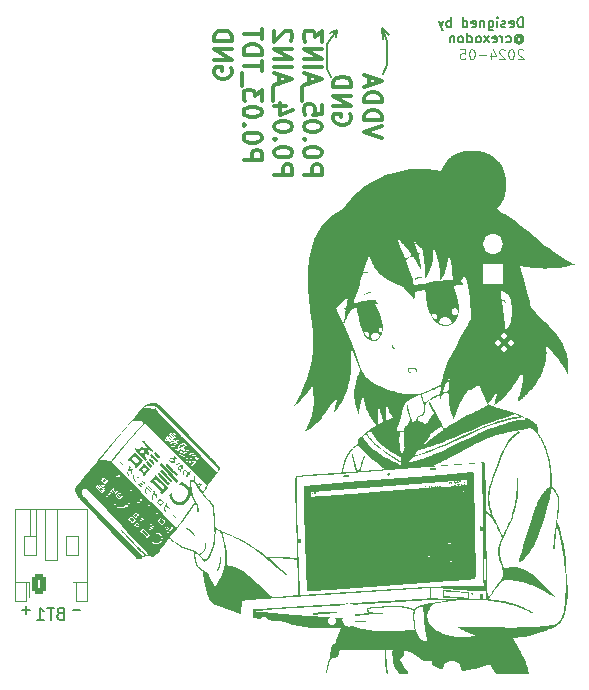
<source format=gbr>
%TF.GenerationSoftware,KiCad,Pcbnew,8.0.2*%
%TF.CreationDate,2024-05-26T21:52:28+02:00*%
%TF.ProjectId,Plant_Thing,506c616e-745f-4546-9869-6e672e6b6963,rev?*%
%TF.SameCoordinates,Original*%
%TF.FileFunction,Legend,Bot*%
%TF.FilePolarity,Positive*%
%FSLAX46Y46*%
G04 Gerber Fmt 4.6, Leading zero omitted, Abs format (unit mm)*
G04 Created by KiCad (PCBNEW 8.0.2) date 2024-05-26 21:52:28*
%MOMM*%
%LPD*%
G01*
G04 APERTURE LIST*
G04 Aperture macros list*
%AMRoundRect*
0 Rectangle with rounded corners*
0 $1 Rounding radius*
0 $2 $3 $4 $5 $6 $7 $8 $9 X,Y pos of 4 corners*
0 Add a 4 corners polygon primitive as box body*
4,1,4,$2,$3,$4,$5,$6,$7,$8,$9,$2,$3,0*
0 Add four circle primitives for the rounded corners*
1,1,$1+$1,$2,$3*
1,1,$1+$1,$4,$5*
1,1,$1+$1,$6,$7*
1,1,$1+$1,$8,$9*
0 Add four rect primitives between the rounded corners*
20,1,$1+$1,$2,$3,$4,$5,0*
20,1,$1+$1,$4,$5,$6,$7,0*
20,1,$1+$1,$6,$7,$8,$9,0*
20,1,$1+$1,$8,$9,$2,$3,0*%
G04 Aperture macros list end*
%ADD10C,0.000000*%
%ADD11C,0.152400*%
%ADD12C,0.304800*%
%ADD13C,0.101600*%
%ADD14C,0.150000*%
%ADD15C,0.120000*%
%ADD16C,2.700000*%
%ADD17C,0.500000*%
%ADD18R,1.700000X1.700000*%
%ADD19O,1.700000X1.700000*%
%ADD20C,0.990600*%
%ADD21C,0.850000*%
%ADD22C,0.700000*%
%ADD23O,1.100000X2.000000*%
%ADD24O,1.200000X1.800000*%
%ADD25RoundRect,0.250000X-0.350000X-0.625000X0.350000X-0.625000X0.350000X0.625000X-0.350000X0.625000X0*%
%ADD26O,1.200000X1.750000*%
G04 APERTURE END LIST*
D10*
G36*
X143977686Y-103667056D02*
G01*
X143976893Y-103671894D01*
X143975815Y-103676751D01*
X143974450Y-103681619D01*
X143972800Y-103686487D01*
X143970863Y-103691347D01*
X143968639Y-103696187D01*
X143966127Y-103700999D01*
X143963328Y-103705773D01*
X143960240Y-103710498D01*
X143956863Y-103715167D01*
X143953198Y-103719767D01*
X143949243Y-103724291D01*
X143944997Y-103728728D01*
X143939424Y-103734622D01*
X143934951Y-103740296D01*
X143931717Y-103745973D01*
X143930609Y-103748880D01*
X143929863Y-103751871D01*
X143929497Y-103754974D01*
X143929527Y-103758214D01*
X143929972Y-103761621D01*
X143930849Y-103765222D01*
X143932176Y-103769044D01*
X143933969Y-103773115D01*
X143939025Y-103782115D01*
X143946157Y-103792442D01*
X143955504Y-103804319D01*
X143967205Y-103817965D01*
X143981401Y-103833601D01*
X143998230Y-103851449D01*
X144017832Y-103871730D01*
X144065911Y-103920473D01*
X144087857Y-103942700D01*
X144107634Y-103963026D01*
X144125310Y-103981552D01*
X144140955Y-103998375D01*
X144154641Y-104013594D01*
X144166435Y-104027307D01*
X144171646Y-104033629D01*
X144176410Y-104039612D01*
X144180736Y-104045268D01*
X144184633Y-104050609D01*
X144188110Y-104055647D01*
X144191176Y-104060394D01*
X144193839Y-104064864D01*
X144196108Y-104069068D01*
X144197992Y-104073018D01*
X144199499Y-104076727D01*
X144200639Y-104080207D01*
X144201419Y-104083471D01*
X144201850Y-104086530D01*
X144201938Y-104089398D01*
X144201694Y-104092085D01*
X144201126Y-104094606D01*
X144200243Y-104096971D01*
X144199053Y-104099193D01*
X144197565Y-104101285D01*
X144195788Y-104103258D01*
X144191721Y-104106520D01*
X144189496Y-104107707D01*
X144187126Y-104108585D01*
X144184600Y-104109147D01*
X144181905Y-104109383D01*
X144175959Y-104108843D01*
X144169188Y-104106895D01*
X144161494Y-104103469D01*
X144152777Y-104098494D01*
X144142940Y-104091899D01*
X144131882Y-104083615D01*
X144119506Y-104073570D01*
X144105712Y-104061695D01*
X144090401Y-104047918D01*
X144054833Y-104014380D01*
X144012011Y-103972393D01*
X143854162Y-103815600D01*
X143809856Y-103915761D01*
X143802822Y-103931901D01*
X143796656Y-103946669D01*
X143791339Y-103960291D01*
X143786850Y-103972992D01*
X143783171Y-103984997D01*
X143780281Y-103996532D01*
X143778160Y-104007823D01*
X143776789Y-104019094D01*
X143776146Y-104030570D01*
X143776213Y-104042478D01*
X143776969Y-104055041D01*
X143778395Y-104068486D01*
X143780470Y-104083039D01*
X143783174Y-104098923D01*
X143790392Y-104135589D01*
X143795874Y-104160421D01*
X143801939Y-104185125D01*
X143808388Y-104209048D01*
X143815020Y-104231541D01*
X143821633Y-104251953D01*
X143828027Y-104269634D01*
X143831079Y-104277246D01*
X143834001Y-104283932D01*
X143836768Y-104289610D01*
X143839355Y-104294198D01*
X143842661Y-104299719D01*
X143844134Y-104302332D01*
X143845486Y-104304850D01*
X143846717Y-104307278D01*
X143847826Y-104309619D01*
X143848812Y-104311878D01*
X143849676Y-104314058D01*
X143850416Y-104316162D01*
X143851033Y-104318195D01*
X143851526Y-104320161D01*
X143851895Y-104322062D01*
X143852138Y-104323904D01*
X143852257Y-104325689D01*
X143852249Y-104327421D01*
X143852115Y-104329104D01*
X143851854Y-104330742D01*
X143851466Y-104332339D01*
X143850951Y-104333899D01*
X143850307Y-104335424D01*
X143849535Y-104336919D01*
X143848634Y-104338388D01*
X143847604Y-104339835D01*
X143846443Y-104341263D01*
X143845153Y-104342675D01*
X143843732Y-104344077D01*
X143842179Y-104345471D01*
X143840495Y-104346861D01*
X143838679Y-104348251D01*
X143836730Y-104349645D01*
X143834648Y-104351046D01*
X143832433Y-104352459D01*
X143828772Y-104354565D01*
X143825065Y-104356362D01*
X143821323Y-104357850D01*
X143817556Y-104359030D01*
X143813776Y-104359902D01*
X143809993Y-104360467D01*
X143806218Y-104360725D01*
X143802462Y-104360677D01*
X143798735Y-104360324D01*
X143795049Y-104359666D01*
X143791413Y-104358704D01*
X143787839Y-104357438D01*
X143784338Y-104355869D01*
X143780920Y-104353997D01*
X143777596Y-104351824D01*
X143774377Y-104349349D01*
X143767153Y-104342001D01*
X143760023Y-104332138D01*
X143753040Y-104319980D01*
X143746260Y-104305747D01*
X143739737Y-104289657D01*
X143733527Y-104271932D01*
X143727683Y-104252789D01*
X143722259Y-104232450D01*
X143717312Y-104211132D01*
X143712896Y-104189057D01*
X143709064Y-104166443D01*
X143705873Y-104143510D01*
X143703375Y-104120478D01*
X143701627Y-104097566D01*
X143700683Y-104074994D01*
X143700597Y-104052981D01*
X143701584Y-104034474D01*
X143703876Y-104014764D01*
X143707362Y-103994133D01*
X143711933Y-103972864D01*
X143717477Y-103951238D01*
X143723884Y-103929539D01*
X143731043Y-103908048D01*
X143738845Y-103887047D01*
X143747178Y-103866821D01*
X143755933Y-103847649D01*
X143764997Y-103829816D01*
X143774262Y-103813602D01*
X143783617Y-103799292D01*
X143792951Y-103787166D01*
X143797575Y-103782011D01*
X143802153Y-103777507D01*
X143806671Y-103773692D01*
X143811114Y-103770599D01*
X143812241Y-103769838D01*
X143813321Y-103768982D01*
X143814353Y-103768034D01*
X143815336Y-103766998D01*
X143817154Y-103764674D01*
X143818768Y-103762039D01*
X143820176Y-103759120D01*
X143821370Y-103755945D01*
X143822348Y-103752542D01*
X143823104Y-103748938D01*
X143823633Y-103745162D01*
X143823930Y-103741242D01*
X143823991Y-103737205D01*
X143823810Y-103733079D01*
X143823383Y-103728892D01*
X143822704Y-103724672D01*
X143821770Y-103720447D01*
X143820574Y-103716244D01*
X143818092Y-103707577D01*
X143816175Y-103699044D01*
X143814807Y-103690663D01*
X143813970Y-103682450D01*
X143813649Y-103674424D01*
X143813827Y-103666602D01*
X143814045Y-103664092D01*
X143852892Y-103664092D01*
X143852935Y-103665556D01*
X143853061Y-103667033D01*
X143853269Y-103668521D01*
X143853557Y-103670018D01*
X143853922Y-103671521D01*
X143854362Y-103673028D01*
X143854876Y-103674535D01*
X143855461Y-103676040D01*
X143856836Y-103679035D01*
X143858471Y-103681990D01*
X143860349Y-103684887D01*
X143862454Y-103687702D01*
X143864769Y-103690416D01*
X143867276Y-103693008D01*
X143869960Y-103695457D01*
X143872804Y-103697741D01*
X143875791Y-103699841D01*
X143878904Y-103701735D01*
X143882127Y-103703402D01*
X143883774Y-103704144D01*
X143885442Y-103704821D01*
X143889101Y-103706025D01*
X143892683Y-103706814D01*
X143896180Y-103707208D01*
X143899582Y-103707224D01*
X143902881Y-103706880D01*
X143906069Y-103706197D01*
X143909136Y-103705191D01*
X143912074Y-103703882D01*
X143914874Y-103702288D01*
X143917527Y-103700428D01*
X143920025Y-103698319D01*
X143922358Y-103695981D01*
X143924518Y-103693433D01*
X143926497Y-103690691D01*
X143928285Y-103687776D01*
X143929874Y-103684706D01*
X143931254Y-103681498D01*
X143932418Y-103678172D01*
X143933356Y-103674747D01*
X143934060Y-103671240D01*
X143934521Y-103667670D01*
X143934730Y-103664056D01*
X143934679Y-103660416D01*
X143934358Y-103656768D01*
X143933759Y-103653132D01*
X143932873Y-103649525D01*
X143931692Y-103645967D01*
X143930206Y-103642476D01*
X143928407Y-103639069D01*
X143926286Y-103635766D01*
X143923835Y-103632586D01*
X143921044Y-103629546D01*
X143918527Y-103627211D01*
X143915930Y-103625148D01*
X143913263Y-103623354D01*
X143910538Y-103621822D01*
X143907765Y-103620548D01*
X143904955Y-103619526D01*
X143902116Y-103618751D01*
X143899261Y-103618217D01*
X143896400Y-103617920D01*
X143893543Y-103617854D01*
X143890700Y-103618013D01*
X143887883Y-103618393D01*
X143885100Y-103618987D01*
X143882364Y-103619792D01*
X143879684Y-103620800D01*
X143877071Y-103622008D01*
X143874536Y-103623410D01*
X143872088Y-103625001D01*
X143869738Y-103626774D01*
X143867497Y-103628726D01*
X143865375Y-103630850D01*
X143863383Y-103633141D01*
X143861531Y-103635595D01*
X143859830Y-103638205D01*
X143858289Y-103640966D01*
X143856920Y-103643874D01*
X143855733Y-103646923D01*
X143854738Y-103650107D01*
X143853946Y-103653421D01*
X143853368Y-103656860D01*
X143853013Y-103660419D01*
X143852892Y-103664092D01*
X143814045Y-103664092D01*
X143814487Y-103659000D01*
X143815613Y-103651638D01*
X143817187Y-103644531D01*
X143819194Y-103637697D01*
X143821616Y-103631155D01*
X143824438Y-103624921D01*
X143827642Y-103619013D01*
X143831211Y-103613448D01*
X143835130Y-103608243D01*
X143839382Y-103603417D01*
X143843950Y-103598986D01*
X143848817Y-103594968D01*
X143853967Y-103591381D01*
X143859383Y-103588241D01*
X143865048Y-103585567D01*
X143870946Y-103583375D01*
X143877061Y-103581684D01*
X143883376Y-103580510D01*
X143889873Y-103579871D01*
X143896537Y-103579785D01*
X143903351Y-103580268D01*
X143910298Y-103581339D01*
X143917362Y-103583015D01*
X143924525Y-103585313D01*
X143931772Y-103588250D01*
X143939086Y-103591845D01*
X143943636Y-103594459D01*
X143947909Y-103597278D01*
X143951903Y-103600292D01*
X143955620Y-103603490D01*
X143959057Y-103606863D01*
X143962216Y-103610402D01*
X143965095Y-103614097D01*
X143967694Y-103617938D01*
X143970013Y-103621915D01*
X143972050Y-103626020D01*
X143973807Y-103630240D01*
X143975282Y-103634569D01*
X143976475Y-103638995D01*
X143977385Y-103643509D01*
X143978013Y-103648101D01*
X143978357Y-103652761D01*
X143978418Y-103657480D01*
X143978194Y-103662249D01*
X143978003Y-103664056D01*
X143977686Y-103667056D01*
G37*
G36*
X144022225Y-102263067D02*
G01*
X144020990Y-102268323D01*
X144017365Y-102276226D01*
X144011473Y-102286617D01*
X144003436Y-102299334D01*
X143981414Y-102331108D01*
X143952276Y-102370270D01*
X143916999Y-102415540D01*
X143876559Y-102465636D01*
X143831934Y-102519279D01*
X143784100Y-102575188D01*
X143735548Y-102630337D01*
X143688867Y-102681798D01*
X143645176Y-102728442D01*
X143624803Y-102749606D01*
X143605597Y-102769143D01*
X143587699Y-102786912D01*
X143571250Y-102802772D01*
X143556389Y-102816581D01*
X143543257Y-102828200D01*
X143531993Y-102837486D01*
X143522738Y-102844299D01*
X143518908Y-102846734D01*
X143515632Y-102848498D01*
X143512928Y-102849573D01*
X143510815Y-102849941D01*
X143507137Y-102849637D01*
X143503079Y-102848698D01*
X143498672Y-102847159D01*
X143493949Y-102845055D01*
X143488943Y-102842420D01*
X143483687Y-102839288D01*
X143472554Y-102831674D01*
X143460811Y-102822489D01*
X143448719Y-102812008D01*
X143436539Y-102800509D01*
X143424533Y-102788268D01*
X143412961Y-102775561D01*
X143402085Y-102762665D01*
X143392166Y-102749855D01*
X143383464Y-102737408D01*
X143376242Y-102725600D01*
X143370760Y-102714708D01*
X143368753Y-102709692D01*
X143367279Y-102705008D01*
X143366371Y-102700692D01*
X143366061Y-102696777D01*
X143366247Y-102694210D01*
X143366794Y-102691311D01*
X143367684Y-102688112D01*
X143368897Y-102684645D01*
X143370416Y-102680943D01*
X143372222Y-102677037D01*
X143374296Y-102672960D01*
X143376621Y-102668743D01*
X143379177Y-102664421D01*
X143381947Y-102660024D01*
X143384911Y-102655584D01*
X143388052Y-102651135D01*
X143391351Y-102646708D01*
X143394789Y-102642335D01*
X143398348Y-102638050D01*
X143402010Y-102633883D01*
X143407840Y-102626909D01*
X143412128Y-102619924D01*
X143414458Y-102612414D01*
X143414415Y-102603864D01*
X143411580Y-102593762D01*
X143405538Y-102581593D01*
X143395872Y-102566844D01*
X143382164Y-102549000D01*
X143363999Y-102527550D01*
X143340959Y-102501977D01*
X143278590Y-102436414D01*
X143191723Y-102348200D01*
X143077026Y-102233227D01*
X143016512Y-102172773D01*
X142963027Y-102119532D01*
X142916066Y-102073092D01*
X142875123Y-102033041D01*
X142839694Y-101998967D01*
X142823890Y-101984042D01*
X142809274Y-101970457D01*
X142795785Y-101958161D01*
X142783358Y-101947102D01*
X142771931Y-101937228D01*
X142761441Y-101928488D01*
X142751824Y-101920831D01*
X142743018Y-101914204D01*
X142734959Y-101908557D01*
X142727584Y-101903839D01*
X142720831Y-101899996D01*
X142714635Y-101896979D01*
X142711726Y-101895764D01*
X142708934Y-101894736D01*
X142706249Y-101893888D01*
X142703665Y-101893214D01*
X142701172Y-101892709D01*
X142698764Y-101892364D01*
X142696432Y-101892174D01*
X142694169Y-101892133D01*
X142691966Y-101892233D01*
X142689816Y-101892469D01*
X142685643Y-101893322D01*
X142681585Y-101894639D01*
X142677581Y-101896370D01*
X142673566Y-101898463D01*
X142669479Y-101900866D01*
X142661816Y-101905419D01*
X142654791Y-101909200D01*
X142648271Y-101912151D01*
X142645159Y-101913298D01*
X142642122Y-101914216D01*
X142639145Y-101914897D01*
X142636210Y-101915336D01*
X142633301Y-101915524D01*
X142630401Y-101915454D01*
X142627494Y-101915119D01*
X142624562Y-101914512D01*
X142621590Y-101913626D01*
X142618559Y-101912454D01*
X142615455Y-101910988D01*
X142612259Y-101909222D01*
X142608955Y-101907147D01*
X142605527Y-101904757D01*
X142601957Y-101902045D01*
X142598230Y-101899003D01*
X142590235Y-101891903D01*
X142581407Y-101883398D01*
X142571613Y-101873431D01*
X142560719Y-101861945D01*
X142548592Y-101848882D01*
X142541061Y-101840575D01*
X142533809Y-101832302D01*
X142526871Y-101824115D01*
X142520281Y-101816065D01*
X142514074Y-101808203D01*
X142508284Y-101800582D01*
X142502947Y-101793251D01*
X142498096Y-101786263D01*
X142493768Y-101779669D01*
X142489995Y-101773519D01*
X142486813Y-101767866D01*
X142484257Y-101762761D01*
X142482361Y-101758254D01*
X142481671Y-101756241D01*
X142481160Y-101754397D01*
X142480831Y-101752729D01*
X142480688Y-101751242D01*
X142480737Y-101749943D01*
X142480981Y-101748839D01*
X142488546Y-101735936D01*
X142505152Y-101713495D01*
X142517998Y-101697732D01*
X142858059Y-101697732D01*
X142858062Y-101697732D01*
X142859904Y-101701660D01*
X142865311Y-101709090D01*
X142886086Y-101733681D01*
X142918931Y-101769966D01*
X142962389Y-101816406D01*
X143075318Y-101933595D01*
X143213219Y-102072936D01*
X143568377Y-102427633D01*
X143647134Y-102346978D01*
X143655156Y-102338655D01*
X143662954Y-102330356D01*
X143670487Y-102322135D01*
X143677714Y-102314041D01*
X143684594Y-102306128D01*
X143691088Y-102298447D01*
X143697156Y-102291050D01*
X143702756Y-102283989D01*
X143707848Y-102277315D01*
X143712393Y-102271081D01*
X143716349Y-102265338D01*
X143719676Y-102260139D01*
X143722334Y-102255535D01*
X143724283Y-102251578D01*
X143724979Y-102249858D01*
X143725482Y-102248320D01*
X143725787Y-102246969D01*
X143725890Y-102245812D01*
X143724048Y-102241883D01*
X143718642Y-102234453D01*
X143697866Y-102209862D01*
X143665021Y-102173576D01*
X143621563Y-102127137D01*
X143508634Y-102009948D01*
X143370733Y-101870608D01*
X143015575Y-101515911D01*
X142936819Y-101596569D01*
X142928795Y-101604892D01*
X142920997Y-101613189D01*
X142913464Y-101621411D01*
X142906237Y-101629504D01*
X142899356Y-101637417D01*
X142892862Y-101645098D01*
X142886794Y-101652495D01*
X142881194Y-101659556D01*
X142876101Y-101666229D01*
X142871557Y-101672463D01*
X142867601Y-101678206D01*
X142864273Y-101683405D01*
X142861615Y-101688009D01*
X142859666Y-101691966D01*
X142858971Y-101693686D01*
X142858467Y-101695224D01*
X142858162Y-101696575D01*
X142858059Y-101697732D01*
X142517998Y-101697732D01*
X142560380Y-101645725D01*
X142636446Y-101556977D01*
X142723130Y-101458697D01*
X142810214Y-101362331D01*
X142887480Y-101279327D01*
X142944708Y-101221130D01*
X142962614Y-101204912D01*
X142968332Y-101200648D01*
X142971679Y-101199187D01*
X142990037Y-101210692D01*
X143028249Y-101243247D01*
X143152620Y-101359749D01*
X143321572Y-101525176D01*
X143511880Y-101716009D01*
X143700322Y-101908733D01*
X143863675Y-102079828D01*
X143978717Y-102205779D01*
X144010864Y-102244475D01*
X144011681Y-102245812D01*
X144022225Y-102263067D01*
G37*
G36*
X142880042Y-102641397D02*
G01*
X142886539Y-102641736D01*
X142893346Y-102642397D01*
X142900977Y-102643431D01*
X142908127Y-102644659D01*
X142914798Y-102646070D01*
X142920987Y-102647649D01*
X142926694Y-102649383D01*
X142931919Y-102651259D01*
X142936662Y-102653264D01*
X142940920Y-102655383D01*
X142944694Y-102657605D01*
X142947984Y-102659915D01*
X142950788Y-102662300D01*
X142953105Y-102664746D01*
X142954936Y-102667241D01*
X142956280Y-102669771D01*
X142957135Y-102672322D01*
X142957502Y-102674882D01*
X142957379Y-102677437D01*
X142956767Y-102679973D01*
X142955664Y-102682477D01*
X142954069Y-102684936D01*
X142951983Y-102687337D01*
X142949404Y-102689666D01*
X142946332Y-102691909D01*
X142942766Y-102694054D01*
X142938706Y-102696087D01*
X142934150Y-102697994D01*
X142929099Y-102699763D01*
X142923552Y-102701380D01*
X142917507Y-102702832D01*
X142910965Y-102704104D01*
X142903925Y-102705185D01*
X142896386Y-102706060D01*
X142896380Y-102706060D01*
X142881298Y-102707511D01*
X142868040Y-102708675D01*
X142856517Y-102709509D01*
X142846638Y-102709966D01*
X142842287Y-102710039D01*
X142838313Y-102710001D01*
X142834705Y-102709847D01*
X142831452Y-102709571D01*
X142828543Y-102709167D01*
X142825966Y-102708630D01*
X142823710Y-102707954D01*
X142821764Y-102707133D01*
X142820116Y-102706163D01*
X142818755Y-102705036D01*
X142817671Y-102703748D01*
X142816851Y-102702293D01*
X142816285Y-102700666D01*
X142815961Y-102698860D01*
X142815868Y-102696871D01*
X142815995Y-102694692D01*
X142816330Y-102692318D01*
X142816863Y-102689743D01*
X142817582Y-102686962D01*
X142818475Y-102683970D01*
X142820741Y-102677326D01*
X142823571Y-102669768D01*
X142825358Y-102665736D01*
X142827505Y-102662006D01*
X142830009Y-102658581D01*
X142832866Y-102655462D01*
X142836072Y-102652649D01*
X142839624Y-102650145D01*
X142843517Y-102647952D01*
X142847749Y-102646069D01*
X142852316Y-102644500D01*
X142857214Y-102643245D01*
X142862439Y-102642306D01*
X142867988Y-102641684D01*
X142873856Y-102641381D01*
X142880042Y-102641397D01*
G37*
G36*
X169771422Y-111171561D02*
G01*
X169785963Y-111172521D01*
X169796610Y-111173657D01*
X169806187Y-111174950D01*
X169814758Y-111176455D01*
X169822386Y-111178229D01*
X169825866Y-111179233D01*
X169829133Y-111180325D01*
X169832196Y-111181511D01*
X169835062Y-111182799D01*
X169837740Y-111184195D01*
X169840236Y-111185707D01*
X169842559Y-111187340D01*
X169844716Y-111189102D01*
X169846716Y-111191000D01*
X169848566Y-111193041D01*
X169850274Y-111195232D01*
X169851848Y-111197579D01*
X169853296Y-111200089D01*
X169854625Y-111202770D01*
X169855844Y-111205628D01*
X169856959Y-111208670D01*
X169857980Y-111211903D01*
X169858914Y-111215333D01*
X169860551Y-111222816D01*
X169861934Y-111231173D01*
X169863124Y-111240459D01*
X169863716Y-111246964D01*
X169864010Y-111253421D01*
X169864015Y-111259794D01*
X169863740Y-111266051D01*
X169863194Y-111272156D01*
X169862387Y-111278075D01*
X169861328Y-111283774D01*
X169860026Y-111289218D01*
X169858489Y-111294375D01*
X169856728Y-111299208D01*
X169854752Y-111303684D01*
X169853686Y-111305778D01*
X169852569Y-111307769D01*
X169851403Y-111309654D01*
X169850189Y-111311428D01*
X169848928Y-111313088D01*
X169847621Y-111314627D01*
X169846269Y-111316044D01*
X169844874Y-111317333D01*
X169843437Y-111318489D01*
X169841958Y-111319509D01*
X169841958Y-111319512D01*
X169835512Y-111323260D01*
X169828790Y-111326529D01*
X169821822Y-111329328D01*
X169814642Y-111331668D01*
X169807279Y-111333561D01*
X169799767Y-111335018D01*
X169792135Y-111336048D01*
X169784417Y-111336664D01*
X169776643Y-111336876D01*
X169768845Y-111336694D01*
X169761054Y-111336130D01*
X169753302Y-111335195D01*
X169745621Y-111333898D01*
X169738043Y-111332252D01*
X169730597Y-111330267D01*
X169723317Y-111327954D01*
X169716234Y-111325324D01*
X169709379Y-111322388D01*
X169702785Y-111319156D01*
X169696481Y-111315639D01*
X169690500Y-111311848D01*
X169684875Y-111307795D01*
X169679635Y-111303489D01*
X169674812Y-111298942D01*
X169670439Y-111294165D01*
X169666547Y-111289169D01*
X169663167Y-111283963D01*
X169660330Y-111278560D01*
X169658070Y-111272970D01*
X169656416Y-111267204D01*
X169655400Y-111261273D01*
X169655054Y-111255187D01*
X169655205Y-111249852D01*
X169655653Y-111244667D01*
X169656395Y-111239634D01*
X169657426Y-111234757D01*
X169658742Y-111230038D01*
X169660338Y-111225480D01*
X169662211Y-111221086D01*
X169664355Y-111216858D01*
X169666766Y-111212800D01*
X169669441Y-111208914D01*
X169672374Y-111205202D01*
X169675561Y-111201668D01*
X169678998Y-111198314D01*
X169682681Y-111195144D01*
X169686604Y-111192159D01*
X169690765Y-111189363D01*
X169695158Y-111186758D01*
X169699778Y-111184347D01*
X169704623Y-111182133D01*
X169709687Y-111180119D01*
X169720454Y-111176700D01*
X169732047Y-111174113D01*
X169744429Y-111172379D01*
X169757566Y-111171521D01*
X169771422Y-111171561D01*
G37*
G36*
X165832780Y-102186351D02*
G01*
X165837185Y-102186539D01*
X165841873Y-102186912D01*
X165846839Y-102187477D01*
X165852078Y-102188242D01*
X165857585Y-102189214D01*
X165860714Y-102189835D01*
X165863708Y-102190474D01*
X165866568Y-102191131D01*
X165869292Y-102191805D01*
X165871880Y-102192496D01*
X165874331Y-102193203D01*
X165876644Y-102193925D01*
X165878819Y-102194663D01*
X165880855Y-102195414D01*
X165882750Y-102196179D01*
X165884505Y-102196956D01*
X165886119Y-102197746D01*
X165887590Y-102198548D01*
X165888918Y-102199360D01*
X165890103Y-102200182D01*
X165891143Y-102201014D01*
X165892038Y-102201855D01*
X165892786Y-102202705D01*
X165893389Y-102203562D01*
X165893843Y-102204426D01*
X165894150Y-102205296D01*
X165894308Y-102206172D01*
X165894316Y-102207053D01*
X165894173Y-102207939D01*
X165893879Y-102208828D01*
X165893434Y-102209721D01*
X165892835Y-102210616D01*
X165892084Y-102211512D01*
X165891178Y-102212410D01*
X165890117Y-102213309D01*
X165888900Y-102214208D01*
X165887527Y-102215105D01*
X165884998Y-102216744D01*
X165882558Y-102218475D01*
X165880220Y-102220282D01*
X165877994Y-102222151D01*
X165875894Y-102224068D01*
X165873930Y-102226016D01*
X165872115Y-102227982D01*
X165870460Y-102229950D01*
X165868977Y-102231907D01*
X165867678Y-102233836D01*
X165866576Y-102235723D01*
X165866101Y-102236647D01*
X165865681Y-102237554D01*
X165865315Y-102238443D01*
X165865005Y-102239313D01*
X165864753Y-102240162D01*
X165864561Y-102240986D01*
X165864429Y-102241786D01*
X165864360Y-102242558D01*
X165864355Y-102243302D01*
X165864414Y-102244015D01*
X165864778Y-102247161D01*
X165865118Y-102250931D01*
X165865425Y-102255183D01*
X165865692Y-102259774D01*
X165865913Y-102264563D01*
X165866080Y-102269407D01*
X165866186Y-102274164D01*
X165866222Y-102278692D01*
X165866191Y-102279777D01*
X165866099Y-102280849D01*
X165865947Y-102281905D01*
X165865737Y-102282945D01*
X165865471Y-102283967D01*
X165865150Y-102284970D01*
X165864775Y-102285952D01*
X165864348Y-102286912D01*
X165863870Y-102287849D01*
X165863344Y-102288761D01*
X165862770Y-102289648D01*
X165862151Y-102290507D01*
X165861486Y-102291337D01*
X165860780Y-102292137D01*
X165860031Y-102292906D01*
X165859243Y-102293642D01*
X165858417Y-102294344D01*
X165857554Y-102295011D01*
X165856656Y-102295641D01*
X165855724Y-102296232D01*
X165854759Y-102296784D01*
X165853765Y-102297295D01*
X165852741Y-102297764D01*
X165851689Y-102298189D01*
X165850611Y-102298569D01*
X165849509Y-102298903D01*
X165848383Y-102299190D01*
X165847236Y-102299427D01*
X165846069Y-102299614D01*
X165844884Y-102299749D01*
X165843682Y-102299831D01*
X165842464Y-102299859D01*
X165839572Y-102299745D01*
X165838278Y-102299603D01*
X165837085Y-102299402D01*
X165835992Y-102299144D01*
X165835001Y-102298826D01*
X165834112Y-102298450D01*
X165833323Y-102298013D01*
X165832636Y-102297516D01*
X165832049Y-102296959D01*
X165831564Y-102296340D01*
X165831181Y-102295660D01*
X165830899Y-102294917D01*
X165830718Y-102294112D01*
X165830639Y-102293244D01*
X165830661Y-102292312D01*
X165830785Y-102291316D01*
X165831010Y-102290255D01*
X165831337Y-102289130D01*
X165831765Y-102287938D01*
X165832296Y-102286681D01*
X165832927Y-102285358D01*
X165834496Y-102282509D01*
X165836473Y-102279389D01*
X165838856Y-102275993D01*
X165841648Y-102272317D01*
X165844848Y-102268359D01*
X165848551Y-102263770D01*
X165851717Y-102259553D01*
X165853097Y-102257575D01*
X165854341Y-102255679D01*
X165855448Y-102253862D01*
X165856418Y-102252120D01*
X165857250Y-102250450D01*
X165857943Y-102248848D01*
X165858497Y-102247310D01*
X165858912Y-102245834D01*
X165859185Y-102244416D01*
X165859318Y-102243051D01*
X165859309Y-102241738D01*
X165859157Y-102240471D01*
X165858863Y-102239248D01*
X165858425Y-102238066D01*
X165857842Y-102236920D01*
X165857115Y-102235807D01*
X165856242Y-102234724D01*
X165855223Y-102233666D01*
X165854057Y-102232632D01*
X165852744Y-102231617D01*
X165851283Y-102230617D01*
X165849673Y-102229629D01*
X165847914Y-102228650D01*
X165846005Y-102227676D01*
X165843945Y-102226703D01*
X165841734Y-102225729D01*
X165836856Y-102223760D01*
X165831949Y-102221788D01*
X165827445Y-102219799D01*
X165823339Y-102217800D01*
X165819628Y-102215799D01*
X165816307Y-102213803D01*
X165813371Y-102211820D01*
X165810816Y-102209856D01*
X165808638Y-102207921D01*
X165806831Y-102206021D01*
X165805391Y-102204163D01*
X165804315Y-102202356D01*
X165803597Y-102200606D01*
X165803232Y-102198921D01*
X165803217Y-102197308D01*
X165803547Y-102195776D01*
X165804218Y-102194331D01*
X165805224Y-102192981D01*
X165806562Y-102191734D01*
X165808227Y-102190596D01*
X165810215Y-102189576D01*
X165812520Y-102188681D01*
X165815139Y-102187918D01*
X165818067Y-102187295D01*
X165821300Y-102186819D01*
X165824832Y-102186499D01*
X165828660Y-102186340D01*
X165832780Y-102186351D01*
G37*
G36*
X142280487Y-99197964D02*
G01*
X142283418Y-99204124D01*
X142286968Y-99210423D01*
X142291138Y-99216903D01*
X142295928Y-99223605D01*
X142301341Y-99230572D01*
X142307376Y-99237843D01*
X142321321Y-99253469D01*
X142337770Y-99270814D01*
X142356734Y-99290211D01*
X142366835Y-99300580D01*
X142376651Y-99310882D01*
X142386134Y-99321055D01*
X142395232Y-99331036D01*
X142403894Y-99340762D01*
X142412070Y-99350170D01*
X142419708Y-99359196D01*
X142426758Y-99367779D01*
X142433169Y-99375855D01*
X142438890Y-99383362D01*
X142443871Y-99390236D01*
X142448060Y-99396414D01*
X142451406Y-99401834D01*
X142453859Y-99406432D01*
X142454735Y-99408404D01*
X142455369Y-99410147D01*
X142455753Y-99411653D01*
X142455883Y-99412914D01*
X142455813Y-99414110D01*
X142455607Y-99415420D01*
X142454795Y-99418364D01*
X142453477Y-99421712D01*
X142451678Y-99425424D01*
X142449427Y-99429465D01*
X142446751Y-99433798D01*
X142443676Y-99438385D01*
X142440230Y-99443190D01*
X142436441Y-99448175D01*
X142432336Y-99453304D01*
X142427942Y-99458539D01*
X142423286Y-99463844D01*
X142418396Y-99469182D01*
X142413299Y-99474515D01*
X142408022Y-99479807D01*
X142402593Y-99485021D01*
X142349303Y-99535085D01*
X142257665Y-99445150D01*
X142166030Y-99355215D01*
X142131042Y-99408614D01*
X142124013Y-99419614D01*
X142117456Y-99430403D01*
X142111514Y-99440707D01*
X142108819Y-99445592D01*
X142106331Y-99450252D01*
X142104068Y-99454655D01*
X142102050Y-99458765D01*
X142100292Y-99462548D01*
X142098814Y-99465971D01*
X142097633Y-99468998D01*
X142096767Y-99471595D01*
X142096235Y-99473729D01*
X142096099Y-99474612D01*
X142096053Y-99475365D01*
X142095819Y-99477054D01*
X142095133Y-99479340D01*
X142094018Y-99482184D01*
X142092496Y-99485547D01*
X142088326Y-99493670D01*
X142082810Y-99503396D01*
X142076131Y-99514410D01*
X142068475Y-99526398D01*
X142060026Y-99539045D01*
X142050970Y-99552038D01*
X142005886Y-99615350D01*
X142114471Y-99725301D01*
X142125532Y-99736656D01*
X142136283Y-99747995D01*
X142146669Y-99759246D01*
X142156633Y-99770338D01*
X142166119Y-99781200D01*
X142175073Y-99791759D01*
X142183438Y-99801945D01*
X142191159Y-99811684D01*
X142198180Y-99820907D01*
X142204446Y-99829541D01*
X142209900Y-99837515D01*
X142214487Y-99844756D01*
X142218152Y-99851194D01*
X142220839Y-99856757D01*
X142221798Y-99859188D01*
X142222492Y-99861373D01*
X142222913Y-99863304D01*
X142223055Y-99864971D01*
X142222813Y-99868256D01*
X142222102Y-99871956D01*
X142220946Y-99876029D01*
X142219369Y-99880434D01*
X142217396Y-99885131D01*
X142215049Y-99890080D01*
X142212354Y-99895239D01*
X142209333Y-99900567D01*
X142206012Y-99906025D01*
X142202413Y-99911570D01*
X142198561Y-99917163D01*
X142194480Y-99922763D01*
X142190194Y-99928329D01*
X142185726Y-99933820D01*
X142181101Y-99939195D01*
X142176342Y-99944414D01*
X142129623Y-99994143D01*
X141668337Y-99533215D01*
X141575682Y-99439972D01*
X141489257Y-99351725D01*
X141410953Y-99270495D01*
X141397338Y-99256103D01*
X141645742Y-99256103D01*
X141751983Y-99362340D01*
X141858221Y-99468578D01*
X141934805Y-99337910D01*
X141950149Y-99311359D01*
X141964385Y-99286009D01*
X141977207Y-99262455D01*
X141988308Y-99241293D01*
X141997384Y-99223120D01*
X142001067Y-99215340D01*
X142004128Y-99208532D01*
X142006530Y-99202769D01*
X142008234Y-99198125D01*
X142009202Y-99194676D01*
X142009398Y-99193423D01*
X142009396Y-99192496D01*
X142008730Y-99190589D01*
X142007177Y-99187937D01*
X142004782Y-99184590D01*
X142001592Y-99180595D01*
X141993013Y-99170852D01*
X141981816Y-99159089D01*
X141968373Y-99145688D01*
X141953058Y-99131030D01*
X141936245Y-99115498D01*
X141918307Y-99099471D01*
X141829211Y-99021188D01*
X141737475Y-99138645D01*
X141645742Y-99256103D01*
X141397338Y-99256103D01*
X141342660Y-99198304D01*
X141286270Y-99137173D01*
X141243671Y-99089124D01*
X141228135Y-99070636D01*
X141216756Y-99056177D01*
X141209771Y-99046000D01*
X141207999Y-99042595D01*
X141207415Y-99040356D01*
X141207707Y-99036861D01*
X141208492Y-99032990D01*
X141209744Y-99028784D01*
X141211437Y-99024281D01*
X141213546Y-99019523D01*
X141216046Y-99014550D01*
X141218911Y-99009402D01*
X141222116Y-99004119D01*
X141225636Y-98998742D01*
X141229444Y-98993311D01*
X141233517Y-98987866D01*
X141237827Y-98982447D01*
X141242351Y-98977094D01*
X141247062Y-98971848D01*
X141251935Y-98966750D01*
X141256945Y-98961838D01*
X141306109Y-98915252D01*
X141398571Y-99009463D01*
X141417386Y-99028388D01*
X141435408Y-99046043D01*
X141452209Y-99062042D01*
X141467361Y-99075999D01*
X141474184Y-99082091D01*
X141480435Y-99087527D01*
X141486060Y-99092259D01*
X141491005Y-99096240D01*
X141495216Y-99099420D01*
X141498641Y-99101751D01*
X141501226Y-99103185D01*
X141502186Y-99103550D01*
X141502917Y-99103673D01*
X141504565Y-99103109D01*
X141507025Y-99101451D01*
X141510246Y-99098757D01*
X141514181Y-99095082D01*
X141523991Y-99085012D01*
X141536061Y-99071688D01*
X141549996Y-99055557D01*
X141565403Y-99037065D01*
X141581886Y-99016660D01*
X141599053Y-98994787D01*
X141636628Y-98946794D01*
X141676653Y-98896615D01*
X141714344Y-98850197D01*
X141744915Y-98813489D01*
X141806527Y-98741079D01*
X141959545Y-98893075D01*
X142112563Y-99045072D01*
X142167806Y-98950805D01*
X142178903Y-98931482D01*
X142189256Y-98912710D01*
X142198638Y-98894952D01*
X142206823Y-98878673D01*
X142213583Y-98864337D01*
X142216358Y-98858043D01*
X142218693Y-98852408D01*
X142220557Y-98847491D01*
X142221925Y-98843350D01*
X142222766Y-98840043D01*
X142223052Y-98837627D01*
X142222052Y-98834697D01*
X142219118Y-98829878D01*
X142207842Y-98815012D01*
X142190015Y-98793899D01*
X142166428Y-98767413D01*
X142137872Y-98736424D01*
X142105136Y-98701803D01*
X142069012Y-98664422D01*
X142030291Y-98625153D01*
X141994340Y-98588768D01*
X141962693Y-98556023D01*
X141948449Y-98540929D01*
X141935238Y-98526641D01*
X141923046Y-98513124D01*
X141911860Y-98500342D01*
X141901665Y-98488262D01*
X141892447Y-98476848D01*
X141884193Y-98466065D01*
X141876887Y-98455878D01*
X141870517Y-98446254D01*
X141865067Y-98437155D01*
X141860524Y-98428549D01*
X141856873Y-98420399D01*
X141854101Y-98412671D01*
X141852193Y-98405331D01*
X141851558Y-98401795D01*
X141851135Y-98398343D01*
X141850920Y-98394970D01*
X141850913Y-98391672D01*
X141851112Y-98388444D01*
X141851514Y-98385283D01*
X141852118Y-98382184D01*
X141852922Y-98379143D01*
X141853925Y-98376154D01*
X141855124Y-98373214D01*
X141858106Y-98367464D01*
X141861853Y-98361857D01*
X141866351Y-98356358D01*
X141871587Y-98350932D01*
X141877547Y-98345544D01*
X141884215Y-98340160D01*
X141891578Y-98334744D01*
X141899623Y-98329262D01*
X141908334Y-98323679D01*
X141916281Y-98319273D01*
X141924346Y-98316434D01*
X141933070Y-98315613D01*
X141942997Y-98317264D01*
X141954668Y-98321836D01*
X141968625Y-98329782D01*
X141985412Y-98341554D01*
X142005571Y-98357602D01*
X142029643Y-98378379D01*
X142058172Y-98404336D01*
X142130769Y-98473597D01*
X142227701Y-98568997D01*
X142353307Y-98694149D01*
X142433768Y-98775021D01*
X142509281Y-98851887D01*
X142578163Y-98922962D01*
X142638727Y-98986463D01*
X142689290Y-99040606D01*
X142728166Y-99083607D01*
X142742696Y-99100371D01*
X142753671Y-99113682D01*
X142760883Y-99123315D01*
X142764120Y-99129047D01*
X142764896Y-99132345D01*
X142765243Y-99135943D01*
X142765180Y-99139815D01*
X142764727Y-99143935D01*
X142763904Y-99148275D01*
X142762730Y-99152810D01*
X142761225Y-99157513D01*
X142759408Y-99162356D01*
X142757300Y-99167314D01*
X142754919Y-99172360D01*
X142749420Y-99182610D01*
X142743067Y-99192893D01*
X142736018Y-99202996D01*
X142728430Y-99212707D01*
X142720460Y-99221813D01*
X142712265Y-99230101D01*
X142708132Y-99233872D01*
X142704002Y-99237359D01*
X142699894Y-99240536D01*
X142695828Y-99243375D01*
X142691824Y-99245850D01*
X142687900Y-99247935D01*
X142684078Y-99249602D01*
X142680376Y-99250827D01*
X142676814Y-99251581D01*
X142673412Y-99251838D01*
X142671159Y-99251152D01*
X142667606Y-99249138D01*
X142662831Y-99245864D01*
X142656910Y-99241399D01*
X142641936Y-99229165D01*
X142623294Y-99212977D01*
X142601598Y-99193379D01*
X142577458Y-99170913D01*
X142551486Y-99146121D01*
X142524294Y-99119546D01*
X142390484Y-98987255D01*
X142350054Y-99040171D01*
X142332235Y-99063645D01*
X142316807Y-99084525D01*
X142303777Y-99103141D01*
X142298165Y-99111704D01*
X142293155Y-99119826D01*
X142288750Y-99127548D01*
X142284950Y-99134912D01*
X142281757Y-99141958D01*
X142279171Y-99148730D01*
X142277194Y-99155267D01*
X142275826Y-99161612D01*
X142275069Y-99167806D01*
X142274924Y-99173891D01*
X142275393Y-99179907D01*
X142276475Y-99185897D01*
X142278173Y-99191903D01*
X142278753Y-99193423D01*
X142280487Y-99197964D01*
G37*
G36*
X142472546Y-100210387D02*
G01*
X142511720Y-100250340D01*
X142548266Y-100288804D01*
X142581384Y-100324853D01*
X142596407Y-100341681D01*
X142610274Y-100357558D01*
X142622883Y-100372367D01*
X142634136Y-100385993D01*
X142643932Y-100398319D01*
X142652171Y-100409230D01*
X142658753Y-100418611D01*
X142663579Y-100426344D01*
X142666547Y-100432315D01*
X142667304Y-100434603D01*
X142667559Y-100436407D01*
X142667262Y-100439793D01*
X142666389Y-100443694D01*
X142664970Y-100448062D01*
X142663035Y-100452853D01*
X142660612Y-100458019D01*
X142657732Y-100463515D01*
X142654423Y-100469294D01*
X142650716Y-100475310D01*
X142646639Y-100481518D01*
X142642222Y-100487871D01*
X142637494Y-100494322D01*
X142632485Y-100500826D01*
X142627224Y-100507337D01*
X142621740Y-100513807D01*
X142616063Y-100520193D01*
X142610223Y-100526446D01*
X142552892Y-100586285D01*
X142356225Y-100390435D01*
X142316719Y-100350410D01*
X142279863Y-100311748D01*
X142246464Y-100275391D01*
X142231313Y-100258370D01*
X142217329Y-100242278D01*
X142204612Y-100227232D01*
X142193264Y-100213351D01*
X142183385Y-100200750D01*
X142175076Y-100189550D01*
X142168438Y-100179865D01*
X142163571Y-100171815D01*
X142160578Y-100165518D01*
X142159814Y-100163062D01*
X142159557Y-100161089D01*
X142159863Y-100157383D01*
X142160761Y-100153206D01*
X142162221Y-100148603D01*
X142164212Y-100143622D01*
X142166704Y-100138307D01*
X142169667Y-100132706D01*
X142173071Y-100126864D01*
X142176885Y-100120828D01*
X142181079Y-100114643D01*
X142185623Y-100108356D01*
X142190488Y-100102014D01*
X142195641Y-100095661D01*
X142201054Y-100089345D01*
X142206695Y-100083111D01*
X142212536Y-100077005D01*
X142218545Y-100071075D01*
X142277532Y-100014562D01*
X142472546Y-100210387D01*
G37*
G36*
X165605189Y-105800589D02*
G01*
X165606188Y-105800685D01*
X165607207Y-105800868D01*
X165608245Y-105801140D01*
X165609302Y-105801501D01*
X165610375Y-105801954D01*
X165611464Y-105802498D01*
X165612566Y-105803136D01*
X165613653Y-105803844D01*
X165614695Y-105804593D01*
X165615690Y-105805382D01*
X165616639Y-105806209D01*
X165617541Y-105807072D01*
X165618395Y-105807968D01*
X165619201Y-105808896D01*
X165619958Y-105809853D01*
X165620666Y-105810838D01*
X165621323Y-105811847D01*
X165621930Y-105812880D01*
X165622485Y-105813933D01*
X165622989Y-105815006D01*
X165623440Y-105816095D01*
X165623838Y-105817198D01*
X165624182Y-105818314D01*
X165624472Y-105819440D01*
X165624707Y-105820575D01*
X165624887Y-105821715D01*
X165625010Y-105822860D01*
X165625077Y-105824006D01*
X165625087Y-105825152D01*
X165625038Y-105826296D01*
X165624932Y-105827435D01*
X165624766Y-105828568D01*
X165624540Y-105829692D01*
X165624254Y-105830805D01*
X165623908Y-105831906D01*
X165623499Y-105832991D01*
X165623029Y-105834059D01*
X165622496Y-105835108D01*
X165621900Y-105836135D01*
X165621900Y-105836138D01*
X165618564Y-105841235D01*
X165616947Y-105843479D01*
X165615365Y-105845521D01*
X165613821Y-105847360D01*
X165612316Y-105848999D01*
X165610850Y-105850437D01*
X165609426Y-105851674D01*
X165608044Y-105852712D01*
X165606706Y-105853552D01*
X165605413Y-105854193D01*
X165604167Y-105854636D01*
X165602968Y-105854881D01*
X165601819Y-105854931D01*
X165600720Y-105854784D01*
X165599673Y-105854441D01*
X165598679Y-105853904D01*
X165597740Y-105853172D01*
X165596857Y-105852247D01*
X165596030Y-105851128D01*
X165595262Y-105849817D01*
X165594554Y-105848313D01*
X165593907Y-105846619D01*
X165593323Y-105844733D01*
X165592802Y-105842657D01*
X165592346Y-105840391D01*
X165591957Y-105837935D01*
X165591636Y-105835292D01*
X165591202Y-105829440D01*
X165591055Y-105822842D01*
X165591083Y-105821167D01*
X165591166Y-105819548D01*
X165591304Y-105817986D01*
X165591494Y-105816483D01*
X165591735Y-105815039D01*
X165592026Y-105813655D01*
X165592365Y-105812334D01*
X165592752Y-105811076D01*
X165593184Y-105809882D01*
X165593661Y-105808754D01*
X165594180Y-105807694D01*
X165594741Y-105806701D01*
X165595343Y-105805779D01*
X165595983Y-105804927D01*
X165596660Y-105804147D01*
X165597374Y-105803440D01*
X165598122Y-105802808D01*
X165598903Y-105802252D01*
X165599717Y-105801773D01*
X165600560Y-105801372D01*
X165601433Y-105801051D01*
X165602334Y-105800811D01*
X165603261Y-105800653D01*
X165604214Y-105800579D01*
X165605189Y-105800589D01*
G37*
G36*
X169118856Y-102604427D02*
G01*
X169119854Y-102604523D01*
X169120873Y-102604706D01*
X169121912Y-102604978D01*
X169122968Y-102605340D01*
X169124042Y-102605792D01*
X169125130Y-102606337D01*
X169126233Y-102606976D01*
X169127320Y-102607683D01*
X169128361Y-102608432D01*
X169129357Y-102609221D01*
X169130306Y-102610048D01*
X169131208Y-102610911D01*
X169132062Y-102611807D01*
X169132868Y-102612735D01*
X169133625Y-102613692D01*
X169134332Y-102614677D01*
X169134990Y-102615686D01*
X169135596Y-102616719D01*
X169136152Y-102617772D01*
X169136655Y-102618844D01*
X169137107Y-102619933D01*
X169137504Y-102621037D01*
X169137849Y-102622153D01*
X169138139Y-102623279D01*
X169138374Y-102624413D01*
X169138553Y-102625554D01*
X169138677Y-102626698D01*
X169138744Y-102627844D01*
X169138753Y-102628990D01*
X169138705Y-102630134D01*
X169138598Y-102631273D01*
X169138433Y-102632406D01*
X169138207Y-102633530D01*
X169137921Y-102634643D01*
X169137575Y-102635743D01*
X169137167Y-102636828D01*
X169136696Y-102637896D01*
X169136164Y-102638944D01*
X169135567Y-102639971D01*
X169132231Y-102645069D01*
X169130614Y-102647313D01*
X169129032Y-102649355D01*
X169127488Y-102651195D01*
X169125983Y-102652833D01*
X169124517Y-102654271D01*
X169123093Y-102655509D01*
X169121711Y-102656547D01*
X169120373Y-102657387D01*
X169119080Y-102658028D01*
X169117834Y-102658471D01*
X169116635Y-102658717D01*
X169115486Y-102658766D01*
X169114387Y-102658619D01*
X169113340Y-102658277D01*
X169112346Y-102657740D01*
X169111407Y-102657008D01*
X169110523Y-102656083D01*
X169109697Y-102654964D01*
X169108929Y-102653653D01*
X169108221Y-102652149D01*
X169107574Y-102650455D01*
X169106989Y-102648569D01*
X169106468Y-102646493D01*
X169106013Y-102644227D01*
X169105624Y-102641771D01*
X169105302Y-102639128D01*
X169104868Y-102633276D01*
X169104721Y-102626678D01*
X169104749Y-102625003D01*
X169104833Y-102623385D01*
X169104970Y-102621823D01*
X169105160Y-102620320D01*
X169105401Y-102618876D01*
X169105692Y-102617492D01*
X169106032Y-102616171D01*
X169106419Y-102614913D01*
X169106851Y-102613720D01*
X169107327Y-102612592D01*
X169107847Y-102611531D01*
X169108408Y-102610539D01*
X169109009Y-102609616D01*
X169109649Y-102608764D01*
X169110327Y-102607984D01*
X169111040Y-102607278D01*
X169111789Y-102606646D01*
X169112570Y-102606090D01*
X169113383Y-102605611D01*
X169114227Y-102605210D01*
X169115100Y-102604889D01*
X169116001Y-102604649D01*
X169116928Y-102604491D01*
X169117880Y-102604417D01*
X169118856Y-102604427D01*
G37*
G36*
X142213939Y-102258428D02*
G01*
X142219365Y-102261079D01*
X142226320Y-102265389D01*
X142234702Y-102271267D01*
X142255338Y-102287372D01*
X142280455Y-102308682D01*
X142309235Y-102334482D01*
X142340863Y-102364057D01*
X142374520Y-102396693D01*
X142409389Y-102431676D01*
X142433097Y-102456006D01*
X142454537Y-102478319D01*
X142473783Y-102498715D01*
X142490906Y-102517292D01*
X142505976Y-102534146D01*
X142519065Y-102549377D01*
X142530246Y-102563083D01*
X142535142Y-102569394D01*
X142539588Y-102575361D01*
X142543592Y-102580996D01*
X142547163Y-102586310D01*
X142550311Y-102591316D01*
X142553044Y-102596027D01*
X142555371Y-102600454D01*
X142557300Y-102604611D01*
X142558842Y-102608508D01*
X142560005Y-102612159D01*
X142560797Y-102615576D01*
X142561228Y-102618770D01*
X142561306Y-102621755D01*
X142561042Y-102624542D01*
X142560442Y-102627143D01*
X142559517Y-102629572D01*
X142558275Y-102631840D01*
X142556725Y-102633959D01*
X142553022Y-102637569D01*
X142550980Y-102638929D01*
X142548794Y-102639979D01*
X142546452Y-102640713D01*
X142543941Y-102641121D01*
X142541249Y-102641193D01*
X142538365Y-102640922D01*
X142531965Y-102639314D01*
X142524643Y-102636227D01*
X142516299Y-102631590D01*
X142506835Y-102625333D01*
X142496150Y-102617387D01*
X142484145Y-102607682D01*
X142470721Y-102596146D01*
X142455779Y-102582711D01*
X142420941Y-102549862D01*
X142378838Y-102508575D01*
X142347624Y-102477931D01*
X142318174Y-102449715D01*
X142291158Y-102424518D01*
X142267243Y-102402931D01*
X142256657Y-102393676D01*
X142247097Y-102385545D01*
X142238647Y-102378612D01*
X142231389Y-102372951D01*
X142225408Y-102368635D01*
X142220788Y-102365739D01*
X142219013Y-102364847D01*
X142217610Y-102364337D01*
X142216589Y-102364218D01*
X142215960Y-102364501D01*
X142204934Y-102378451D01*
X142195125Y-102393869D01*
X142186543Y-102410622D01*
X142179198Y-102428572D01*
X142173100Y-102447586D01*
X142168260Y-102467527D01*
X142164688Y-102488261D01*
X142162395Y-102509651D01*
X142161390Y-102531563D01*
X142161685Y-102553861D01*
X142163289Y-102576410D01*
X142166212Y-102599074D01*
X142170465Y-102621718D01*
X142176059Y-102644207D01*
X142183003Y-102666405D01*
X142191308Y-102688177D01*
X142197686Y-102703670D01*
X142203636Y-102718570D01*
X142209028Y-102732516D01*
X142213731Y-102745152D01*
X142217617Y-102756119D01*
X142220553Y-102765059D01*
X142221625Y-102768658D01*
X142222410Y-102771615D01*
X142222894Y-102773886D01*
X142223058Y-102775426D01*
X142223055Y-102775426D01*
X142223003Y-102776004D01*
X142222847Y-102776574D01*
X142222591Y-102777136D01*
X142222237Y-102777689D01*
X142221246Y-102778766D01*
X142219894Y-102779800D01*
X142218201Y-102780784D01*
X142216188Y-102781713D01*
X142213876Y-102782581D01*
X142211285Y-102783382D01*
X142208436Y-102784110D01*
X142205349Y-102784760D01*
X142202045Y-102785326D01*
X142198545Y-102785802D01*
X142194868Y-102786182D01*
X142191035Y-102786461D01*
X142187068Y-102786632D01*
X142182986Y-102786690D01*
X142177857Y-102786305D01*
X142172760Y-102785168D01*
X142167706Y-102783303D01*
X142162705Y-102780739D01*
X142157766Y-102777501D01*
X142152899Y-102773615D01*
X142143425Y-102764006D01*
X142134362Y-102752122D01*
X142125791Y-102738173D01*
X142117794Y-102722370D01*
X142110451Y-102704923D01*
X142103843Y-102686042D01*
X142098049Y-102665937D01*
X142093152Y-102644819D01*
X142089232Y-102622897D01*
X142086370Y-102600383D01*
X142084646Y-102577485D01*
X142084141Y-102554416D01*
X142084936Y-102531383D01*
X142085791Y-102520970D01*
X142087027Y-102510274D01*
X142090568Y-102488198D01*
X142095413Y-102465475D01*
X142101414Y-102442427D01*
X142108425Y-102419376D01*
X142116298Y-102396644D01*
X142124887Y-102374550D01*
X142134045Y-102353418D01*
X142143624Y-102333568D01*
X142153478Y-102315322D01*
X142163460Y-102299001D01*
X142173423Y-102284927D01*
X142178351Y-102278832D01*
X142183220Y-102273420D01*
X142188010Y-102268731D01*
X142192703Y-102264804D01*
X142197282Y-102261680D01*
X142201727Y-102259398D01*
X142206020Y-102258000D01*
X142210143Y-102257525D01*
X142213939Y-102258428D01*
G37*
G36*
X139987026Y-100150721D02*
G01*
X139992408Y-100152226D01*
X139998723Y-100154866D01*
X140013820Y-100163242D01*
X140031662Y-100175236D01*
X140051591Y-100190231D01*
X140072949Y-100207612D01*
X140095079Y-100226764D01*
X140117325Y-100247071D01*
X140139029Y-100267918D01*
X140159534Y-100288689D01*
X140178182Y-100308770D01*
X140194318Y-100327545D01*
X140207282Y-100344398D01*
X140212370Y-100351912D01*
X140216419Y-100358715D01*
X140219346Y-100364729D01*
X140221071Y-100369879D01*
X140221509Y-100374087D01*
X140220580Y-100377276D01*
X140216865Y-100382694D01*
X140212991Y-100386980D01*
X140210953Y-100388672D01*
X140208824Y-100390050D01*
X140206588Y-100391103D01*
X140204227Y-100391821D01*
X140201726Y-100392192D01*
X140199068Y-100392206D01*
X140196234Y-100391854D01*
X140193209Y-100391123D01*
X140189976Y-100390004D01*
X140186518Y-100388487D01*
X140178859Y-100384213D01*
X140170097Y-100378217D01*
X140160097Y-100370415D01*
X140148725Y-100360722D01*
X140135845Y-100349055D01*
X140121323Y-100335328D01*
X140105024Y-100319458D01*
X140066555Y-100280950D01*
X140052888Y-100266953D01*
X140040330Y-100253764D01*
X140028879Y-100241377D01*
X140018532Y-100229790D01*
X140009286Y-100218997D01*
X140001138Y-100208993D01*
X139994085Y-100199776D01*
X139990968Y-100195460D01*
X139988124Y-100191339D01*
X139985552Y-100187412D01*
X139983252Y-100183678D01*
X139981223Y-100180138D01*
X139979466Y-100176790D01*
X139977979Y-100173634D01*
X139976762Y-100170669D01*
X139975816Y-100167895D01*
X139975139Y-100165312D01*
X139974732Y-100162918D01*
X139974593Y-100160713D01*
X139974723Y-100158697D01*
X139975121Y-100156868D01*
X139975787Y-100155228D01*
X139976720Y-100153774D01*
X139977921Y-100152506D01*
X139979388Y-100151424D01*
X139982658Y-100150428D01*
X139987026Y-100150721D01*
G37*
G36*
X166047635Y-102189704D02*
G01*
X166048040Y-102190010D01*
X166048432Y-102190484D01*
X166049177Y-102191927D01*
X166049863Y-102194021D01*
X166050487Y-102196753D01*
X166051042Y-102200108D01*
X166051522Y-102204073D01*
X166051924Y-102208636D01*
X166052240Y-102213783D01*
X166052466Y-102219500D01*
X166052596Y-102225774D01*
X166052592Y-102225774D01*
X166052617Y-102232108D01*
X166052535Y-102237998D01*
X166052349Y-102243427D01*
X166052065Y-102248374D01*
X166051688Y-102252821D01*
X166051466Y-102254851D01*
X166051223Y-102256748D01*
X166050959Y-102258511D01*
X166050675Y-102260137D01*
X166050371Y-102261623D01*
X166050049Y-102262968D01*
X166049708Y-102264168D01*
X166049350Y-102265221D01*
X166048975Y-102266125D01*
X166048583Y-102266878D01*
X166048176Y-102267477D01*
X166047753Y-102267919D01*
X166047537Y-102268081D01*
X166047316Y-102268203D01*
X166047093Y-102268285D01*
X166046866Y-102268326D01*
X166046635Y-102268326D01*
X166046401Y-102268285D01*
X166046165Y-102268202D01*
X166045925Y-102268078D01*
X166045436Y-102267703D01*
X166044936Y-102267157D01*
X166044425Y-102266439D01*
X166043904Y-102265544D01*
X166043374Y-102264472D01*
X166042834Y-102263219D01*
X166041812Y-102260371D01*
X166040917Y-102257221D01*
X166040151Y-102253802D01*
X166039513Y-102250147D01*
X166039005Y-102246289D01*
X166038626Y-102242259D01*
X166038377Y-102238091D01*
X166038259Y-102233817D01*
X166038271Y-102229470D01*
X166038414Y-102225082D01*
X166038690Y-102220685D01*
X166039097Y-102216313D01*
X166039636Y-102211998D01*
X166040309Y-102207772D01*
X166041115Y-102203668D01*
X166042054Y-102199718D01*
X166043052Y-102196234D01*
X166044030Y-102193493D01*
X166044983Y-102191483D01*
X166045448Y-102190748D01*
X166045905Y-102190191D01*
X166046353Y-102189809D01*
X166046791Y-102189602D01*
X166047218Y-102189568D01*
X166047635Y-102189704D01*
G37*
G36*
X164660807Y-105855882D02*
G01*
X164661878Y-105856005D01*
X164662934Y-105856208D01*
X164663974Y-105856488D01*
X164664996Y-105856844D01*
X164665998Y-105857274D01*
X164666980Y-105857775D01*
X164667940Y-105858346D01*
X164668877Y-105858984D01*
X164669790Y-105859687D01*
X164670676Y-105860454D01*
X164671535Y-105861282D01*
X164673166Y-105863114D01*
X164674671Y-105865167D01*
X164676040Y-105867425D01*
X164677261Y-105869871D01*
X164678324Y-105872489D01*
X164679219Y-105875263D01*
X164679933Y-105878176D01*
X164680457Y-105881213D01*
X164680779Y-105884356D01*
X164680889Y-105887591D01*
X164680861Y-105889218D01*
X164680779Y-105890825D01*
X164680644Y-105892409D01*
X164680457Y-105893969D01*
X164680220Y-105895501D01*
X164679933Y-105897005D01*
X164679599Y-105898478D01*
X164679219Y-105899919D01*
X164678793Y-105901324D01*
X164678324Y-105902692D01*
X164677813Y-105904022D01*
X164677261Y-105905311D01*
X164676670Y-105906556D01*
X164676040Y-105907757D01*
X164675373Y-105908910D01*
X164674671Y-105910014D01*
X164673935Y-105911067D01*
X164673166Y-105912067D01*
X164672365Y-105913012D01*
X164671535Y-105913899D01*
X164670676Y-105914728D01*
X164669790Y-105915494D01*
X164668877Y-105916198D01*
X164667940Y-105916836D01*
X164666980Y-105917406D01*
X164665998Y-105917908D01*
X164664996Y-105918337D01*
X164663974Y-105918693D01*
X164662934Y-105918974D01*
X164661878Y-105919176D01*
X164660807Y-105919300D01*
X164659722Y-105919341D01*
X164658637Y-105919300D01*
X164657566Y-105919176D01*
X164656510Y-105918974D01*
X164655470Y-105918693D01*
X164654449Y-105918337D01*
X164653446Y-105917908D01*
X164652464Y-105917406D01*
X164651504Y-105916836D01*
X164650567Y-105916198D01*
X164649655Y-105915494D01*
X164648768Y-105914728D01*
X164647909Y-105913899D01*
X164646278Y-105912067D01*
X164644773Y-105910014D01*
X164643405Y-105907757D01*
X164642183Y-105905311D01*
X164641120Y-105902692D01*
X164640225Y-105899919D01*
X164639511Y-105897005D01*
X164638987Y-105893969D01*
X164638665Y-105890825D01*
X164638555Y-105887591D01*
X164638583Y-105885963D01*
X164638665Y-105884356D01*
X164638800Y-105882772D01*
X164638987Y-105881213D01*
X164639225Y-105879680D01*
X164639511Y-105878176D01*
X164639845Y-105876703D01*
X164640225Y-105875263D01*
X164640651Y-105873857D01*
X164641120Y-105872489D01*
X164641631Y-105871159D01*
X164642183Y-105869871D01*
X164642775Y-105868625D01*
X164643405Y-105867425D01*
X164644071Y-105866271D01*
X164644773Y-105865167D01*
X164645509Y-105864114D01*
X164646278Y-105863114D01*
X164647079Y-105862169D01*
X164647909Y-105861282D01*
X164648768Y-105860454D01*
X164649655Y-105859687D01*
X164650567Y-105858984D01*
X164651504Y-105858346D01*
X164652464Y-105857775D01*
X164653446Y-105857274D01*
X164654449Y-105856844D01*
X164655470Y-105856488D01*
X164656510Y-105856208D01*
X164657566Y-105856005D01*
X164658637Y-105855882D01*
X164659722Y-105855840D01*
X164660807Y-105855882D01*
G37*
G36*
X166826160Y-102112032D02*
G01*
X166829093Y-102112306D01*
X166832061Y-102112737D01*
X166835041Y-102113325D01*
X166838015Y-102114071D01*
X166840960Y-102114977D01*
X166843857Y-102116042D01*
X166843857Y-102116039D01*
X166846767Y-102117286D01*
X166849167Y-102118488D01*
X166851060Y-102119642D01*
X166851817Y-102120201D01*
X166852450Y-102120746D01*
X166852957Y-102121278D01*
X166853339Y-102121796D01*
X166853598Y-102122299D01*
X166853732Y-102122788D01*
X166853744Y-102123261D01*
X166853632Y-102123719D01*
X166853398Y-102124161D01*
X166853041Y-102124587D01*
X166852563Y-102124996D01*
X166851964Y-102125387D01*
X166851244Y-102125761D01*
X166850403Y-102126117D01*
X166848362Y-102126773D01*
X166845844Y-102127351D01*
X166842852Y-102127850D01*
X166839390Y-102128264D01*
X166835461Y-102128592D01*
X166831068Y-102128829D01*
X166829006Y-102128898D01*
X166827002Y-102128933D01*
X166825060Y-102128935D01*
X166823180Y-102128904D01*
X166821365Y-102128841D01*
X166819616Y-102128747D01*
X166817936Y-102128622D01*
X166816325Y-102128468D01*
X166814786Y-102128285D01*
X166813321Y-102128074D01*
X166811931Y-102127835D01*
X166810618Y-102127569D01*
X166809384Y-102127277D01*
X166808231Y-102126960D01*
X166807160Y-102126618D01*
X166806173Y-102126252D01*
X166805272Y-102125862D01*
X166804459Y-102125450D01*
X166803735Y-102125016D01*
X166803103Y-102124561D01*
X166802564Y-102124086D01*
X166802120Y-102123591D01*
X166801772Y-102123077D01*
X166801523Y-102122544D01*
X166801436Y-102122271D01*
X166801374Y-102121994D01*
X166801338Y-102121713D01*
X166801327Y-102121427D01*
X166801342Y-102121138D01*
X166801384Y-102120844D01*
X166801546Y-102120246D01*
X166801816Y-102119632D01*
X166802195Y-102119005D01*
X166802685Y-102118365D01*
X166803287Y-102117712D01*
X166803979Y-102117071D01*
X166804734Y-102116467D01*
X166806423Y-102115371D01*
X166808334Y-102114423D01*
X166810445Y-102113625D01*
X166812736Y-102112978D01*
X166815186Y-102112483D01*
X166817774Y-102112139D01*
X166820480Y-102111949D01*
X166823282Y-102111913D01*
X166826160Y-102112032D01*
G37*
G36*
X140768124Y-100479559D02*
G01*
X140773446Y-100479725D01*
X140778521Y-100479999D01*
X140783348Y-100480381D01*
X140787925Y-100480869D01*
X140792251Y-100481462D01*
X140796324Y-100482157D01*
X140800144Y-100482954D01*
X140803708Y-100483851D01*
X140807015Y-100484848D01*
X140810065Y-100485941D01*
X140812854Y-100487131D01*
X140815383Y-100488415D01*
X140817649Y-100489792D01*
X140819652Y-100491261D01*
X140821389Y-100492821D01*
X140822859Y-100494469D01*
X140824061Y-100496205D01*
X140824994Y-100498026D01*
X140825656Y-100499933D01*
X140826045Y-100501922D01*
X140826161Y-100503994D01*
X140826001Y-100506145D01*
X140825565Y-100508376D01*
X140824851Y-100510684D01*
X140823857Y-100513069D01*
X140822583Y-100515528D01*
X140821026Y-100518060D01*
X140819185Y-100520664D01*
X140817059Y-100523339D01*
X140814647Y-100526082D01*
X140811947Y-100528893D01*
X140811944Y-100528893D01*
X140809182Y-100531372D01*
X140806110Y-100533614D01*
X140802753Y-100535623D01*
X140799138Y-100537405D01*
X140795291Y-100538963D01*
X140791237Y-100540301D01*
X140787004Y-100541422D01*
X140782616Y-100542332D01*
X140778101Y-100543035D01*
X140773484Y-100543534D01*
X140768792Y-100543833D01*
X140764050Y-100543937D01*
X140759284Y-100543849D01*
X140754522Y-100543574D01*
X140749788Y-100543116D01*
X140745110Y-100542479D01*
X140740513Y-100541667D01*
X140736023Y-100540683D01*
X140731666Y-100539533D01*
X140727469Y-100538220D01*
X140723458Y-100536749D01*
X140719658Y-100535123D01*
X140716096Y-100533346D01*
X140712799Y-100531423D01*
X140709791Y-100529357D01*
X140707100Y-100527153D01*
X140704751Y-100524815D01*
X140702770Y-100522347D01*
X140701185Y-100519752D01*
X140700020Y-100517036D01*
X140699301Y-100514202D01*
X140699056Y-100511254D01*
X140699118Y-100509301D01*
X140699304Y-100507409D01*
X140699614Y-100505580D01*
X140700048Y-100503813D01*
X140700607Y-100502107D01*
X140701289Y-100500464D01*
X140702095Y-100498883D01*
X140703025Y-100497363D01*
X140704079Y-100495906D01*
X140705257Y-100494511D01*
X140706560Y-100493177D01*
X140707986Y-100491906D01*
X140711211Y-100489550D01*
X140714931Y-100487441D01*
X140719148Y-100485581D01*
X140723861Y-100483968D01*
X140729070Y-100482604D01*
X140734776Y-100481488D01*
X140740977Y-100480620D01*
X140747674Y-100480000D01*
X140754868Y-100479628D01*
X140762557Y-100479504D01*
X140768124Y-100479559D01*
G37*
G36*
X169152836Y-101971559D02*
G01*
X169153993Y-101971704D01*
X169154999Y-101971933D01*
X169155853Y-101972246D01*
X169156558Y-101972644D01*
X169157115Y-101973128D01*
X169157524Y-101973698D01*
X169157787Y-101974356D01*
X169157905Y-101975102D01*
X169157879Y-101975938D01*
X169157710Y-101976863D01*
X169157401Y-101977879D01*
X169156951Y-101978987D01*
X169156362Y-101980187D01*
X169155635Y-101981480D01*
X169154772Y-101982868D01*
X169153773Y-101984351D01*
X169152640Y-101985929D01*
X169151374Y-101987604D01*
X169148447Y-101991247D01*
X169146259Y-101994043D01*
X169144274Y-101996903D01*
X169142496Y-101999806D01*
X169140929Y-102002729D01*
X169139579Y-102005654D01*
X169138449Y-102008559D01*
X169137543Y-102011422D01*
X169136865Y-102014224D01*
X169136613Y-102015595D01*
X169136421Y-102016943D01*
X169136287Y-102018266D01*
X169136213Y-102019559D01*
X169136199Y-102020822D01*
X169136247Y-102022051D01*
X169136355Y-102023243D01*
X169136526Y-102024397D01*
X169136759Y-102025509D01*
X169137055Y-102026578D01*
X169137414Y-102027599D01*
X169137838Y-102028571D01*
X169138326Y-102029491D01*
X169138879Y-102030357D01*
X169139498Y-102031166D01*
X169140182Y-102031914D01*
X169140881Y-102032628D01*
X169141541Y-102033333D01*
X169142163Y-102034028D01*
X169142745Y-102034712D01*
X169143288Y-102035385D01*
X169143792Y-102036044D01*
X169144256Y-102036690D01*
X169144681Y-102037322D01*
X169145066Y-102037939D01*
X169145411Y-102038539D01*
X169145716Y-102039122D01*
X169145981Y-102039688D01*
X169146206Y-102040234D01*
X169146389Y-102040761D01*
X169146533Y-102041267D01*
X169146635Y-102041751D01*
X169146696Y-102042213D01*
X169146716Y-102042652D01*
X169146695Y-102043066D01*
X169146633Y-102043455D01*
X169146528Y-102043819D01*
X169146382Y-102044155D01*
X169146194Y-102044464D01*
X169146085Y-102044607D01*
X169145964Y-102044744D01*
X169145834Y-102044873D01*
X169145692Y-102044994D01*
X169145377Y-102045214D01*
X169145020Y-102045402D01*
X169144620Y-102045558D01*
X169144177Y-102045681D01*
X169143692Y-102045770D01*
X169143163Y-102045824D01*
X169142590Y-102045843D01*
X169141968Y-102045805D01*
X169141291Y-102045691D01*
X169139782Y-102045247D01*
X169138082Y-102044526D01*
X169136208Y-102043542D01*
X169134179Y-102042310D01*
X169132013Y-102040845D01*
X169129729Y-102039162D01*
X169127345Y-102037276D01*
X169124879Y-102035202D01*
X169122349Y-102032955D01*
X169119775Y-102030550D01*
X169117174Y-102028002D01*
X169114564Y-102025326D01*
X169111964Y-102022536D01*
X169109392Y-102019648D01*
X169106866Y-102016677D01*
X169103569Y-102012537D01*
X169100828Y-102008711D01*
X169099669Y-102006908D01*
X169098652Y-102005176D01*
X169097780Y-102003512D01*
X169097054Y-102001912D01*
X169096474Y-102000375D01*
X169096042Y-101998897D01*
X169095759Y-101997476D01*
X169095628Y-101996109D01*
X169095648Y-101994793D01*
X169095821Y-101993527D01*
X169096150Y-101992306D01*
X169096634Y-101991129D01*
X169097275Y-101989993D01*
X169098075Y-101988895D01*
X169099035Y-101987832D01*
X169100155Y-101986801D01*
X169101439Y-101985801D01*
X169102886Y-101984828D01*
X169104498Y-101983880D01*
X169106276Y-101982953D01*
X169108223Y-101982046D01*
X169110338Y-101981156D01*
X169115080Y-101979413D01*
X169120515Y-101977705D01*
X169126651Y-101976009D01*
X169132635Y-101974504D01*
X169137958Y-101973294D01*
X169142630Y-101972389D01*
X169144725Y-101972052D01*
X169146661Y-101971793D01*
X169148439Y-101971614D01*
X169150060Y-101971514D01*
X169151525Y-101971496D01*
X169152836Y-101971559D01*
G37*
G36*
X168267210Y-102858361D02*
G01*
X168268122Y-102858529D01*
X168269008Y-102858778D01*
X168269867Y-102859107D01*
X168270698Y-102859516D01*
X168271498Y-102860004D01*
X168272267Y-102860568D01*
X168273003Y-102861207D01*
X168273705Y-102861921D01*
X168274372Y-102862708D01*
X168275001Y-102863566D01*
X168275593Y-102864495D01*
X168276145Y-102865493D01*
X168276656Y-102866559D01*
X168277125Y-102867691D01*
X168277550Y-102868889D01*
X168277931Y-102870151D01*
X168278265Y-102871475D01*
X168278551Y-102872861D01*
X168278789Y-102874308D01*
X168278976Y-102875813D01*
X168279111Y-102877376D01*
X168279193Y-102878995D01*
X168279221Y-102880669D01*
X168279193Y-102882361D01*
X168279111Y-102884031D01*
X168278976Y-102885678D01*
X168278789Y-102887299D01*
X168278551Y-102888892D01*
X168278265Y-102890455D01*
X168277931Y-102891987D01*
X168277550Y-102893484D01*
X168277125Y-102894944D01*
X168276656Y-102896367D01*
X168276145Y-102897749D01*
X168275593Y-102899088D01*
X168275001Y-102900383D01*
X168274372Y-102901631D01*
X168273705Y-102902829D01*
X168273003Y-102903977D01*
X168272267Y-102905072D01*
X168271498Y-102906111D01*
X168270698Y-102907093D01*
X168269867Y-102908015D01*
X168269008Y-102908876D01*
X168268122Y-102909673D01*
X168267210Y-102910404D01*
X168266273Y-102911067D01*
X168265313Y-102911660D01*
X168264331Y-102912181D01*
X168263328Y-102912627D01*
X168262306Y-102912998D01*
X168261267Y-102913289D01*
X168260211Y-102913500D01*
X168259139Y-102913628D01*
X168258054Y-102913671D01*
X168256969Y-102913645D01*
X168255898Y-102913568D01*
X168254842Y-102913440D01*
X168253802Y-102913264D01*
X168252781Y-102913041D01*
X168251778Y-102912771D01*
X168250796Y-102912457D01*
X168249836Y-102912099D01*
X168248899Y-102911699D01*
X168247986Y-102911257D01*
X168247100Y-102910776D01*
X168246241Y-102910257D01*
X168245411Y-102909700D01*
X168244610Y-102909107D01*
X168243841Y-102908480D01*
X168243105Y-102907819D01*
X168242403Y-102907126D01*
X168241737Y-102906402D01*
X168241107Y-102905649D01*
X168240515Y-102904868D01*
X168239963Y-102904060D01*
X168239452Y-102903225D01*
X168238983Y-102902367D01*
X168238558Y-102901485D01*
X168238177Y-102900582D01*
X168237843Y-102899658D01*
X168237557Y-102898714D01*
X168237319Y-102897753D01*
X168237132Y-102896775D01*
X168236997Y-102895781D01*
X168236915Y-102894773D01*
X168236887Y-102893752D01*
X168236915Y-102892714D01*
X168236997Y-102891656D01*
X168237132Y-102890578D01*
X168237319Y-102889485D01*
X168237557Y-102888376D01*
X168237843Y-102887256D01*
X168238558Y-102884987D01*
X168239452Y-102882694D01*
X168240515Y-102880394D01*
X168241737Y-102878104D01*
X168243105Y-102875842D01*
X168244610Y-102873624D01*
X168246241Y-102871466D01*
X168247986Y-102869387D01*
X168249836Y-102867403D01*
X168251778Y-102865530D01*
X168253802Y-102863787D01*
X168255898Y-102862189D01*
X168258054Y-102860754D01*
X168259139Y-102860126D01*
X168260211Y-102859592D01*
X168261267Y-102859150D01*
X168262306Y-102858799D01*
X168263328Y-102858537D01*
X168264331Y-102858364D01*
X168265313Y-102858278D01*
X168266273Y-102858277D01*
X168267210Y-102858361D01*
G37*
G36*
X163041494Y-90217420D02*
G01*
X163046968Y-90218689D01*
X163049577Y-90219624D01*
X163052110Y-90220772D01*
X163054575Y-90222141D01*
X163056979Y-90223740D01*
X163059329Y-90225579D01*
X163061632Y-90227666D01*
X163066130Y-90232623D01*
X163070529Y-90238683D01*
X163074889Y-90245918D01*
X163079268Y-90254401D01*
X163083724Y-90264203D01*
X163088316Y-90275399D01*
X163093102Y-90288059D01*
X163098142Y-90302256D01*
X163103492Y-90318063D01*
X163107206Y-90329002D01*
X163111013Y-90339758D01*
X163114886Y-90350267D01*
X163118797Y-90360471D01*
X163122716Y-90370307D01*
X163126617Y-90379715D01*
X163130471Y-90388634D01*
X163134249Y-90397004D01*
X163137924Y-90404762D01*
X163141468Y-90411849D01*
X163144852Y-90418203D01*
X163148049Y-90423764D01*
X163151029Y-90428471D01*
X163153765Y-90432262D01*
X163156229Y-90435077D01*
X163157351Y-90436100D01*
X163158393Y-90436855D01*
X163162763Y-90439710D01*
X163166934Y-90442743D01*
X163170905Y-90445944D01*
X163174672Y-90449302D01*
X163178234Y-90452805D01*
X163181587Y-90456442D01*
X163184728Y-90460202D01*
X163187657Y-90464074D01*
X163190369Y-90468046D01*
X163192862Y-90472108D01*
X163195134Y-90476248D01*
X163197182Y-90480455D01*
X163199003Y-90484717D01*
X163200595Y-90489025D01*
X163201956Y-90493365D01*
X163203082Y-90497728D01*
X163203971Y-90502102D01*
X163204621Y-90506476D01*
X163205028Y-90510838D01*
X163205191Y-90515178D01*
X163205107Y-90519483D01*
X163204773Y-90523744D01*
X163204187Y-90527949D01*
X163203346Y-90532086D01*
X163202247Y-90536145D01*
X163200888Y-90540114D01*
X163199266Y-90543982D01*
X163197379Y-90547737D01*
X163195225Y-90551370D01*
X163192799Y-90554867D01*
X163190101Y-90558219D01*
X163187127Y-90561414D01*
X163187128Y-90561414D01*
X163182481Y-90565793D01*
X163177813Y-90569653D01*
X163173123Y-90572993D01*
X163168408Y-90575811D01*
X163163667Y-90578107D01*
X163158899Y-90579879D01*
X163154101Y-90581126D01*
X163149271Y-90581846D01*
X163144408Y-90582038D01*
X163139511Y-90581701D01*
X163134576Y-90580833D01*
X163129603Y-90579433D01*
X163124589Y-90577500D01*
X163119533Y-90575032D01*
X163114433Y-90572029D01*
X163109286Y-90568488D01*
X163104093Y-90564408D01*
X163098850Y-90559789D01*
X163088207Y-90548925D01*
X163077346Y-90535885D01*
X163066250Y-90520658D01*
X163054905Y-90503235D01*
X163043298Y-90483604D01*
X163031413Y-90461755D01*
X163019236Y-90437676D01*
X163013336Y-90425384D01*
X163007824Y-90413419D01*
X163002700Y-90401783D01*
X162997963Y-90390478D01*
X162993613Y-90379506D01*
X162989651Y-90368871D01*
X162986076Y-90358573D01*
X162982888Y-90348616D01*
X162980088Y-90339002D01*
X162977675Y-90329733D01*
X162975649Y-90320812D01*
X162974011Y-90312239D01*
X162972759Y-90304019D01*
X162971895Y-90296154D01*
X162971418Y-90288644D01*
X162971328Y-90281494D01*
X162971625Y-90274705D01*
X162972309Y-90268279D01*
X162973380Y-90262219D01*
X162974837Y-90256527D01*
X162976682Y-90251205D01*
X162978914Y-90246256D01*
X162981532Y-90241682D01*
X162984537Y-90237486D01*
X162987929Y-90233669D01*
X162991708Y-90230233D01*
X162995873Y-90227182D01*
X163000425Y-90224518D01*
X163005363Y-90222242D01*
X163010688Y-90220357D01*
X163016400Y-90218865D01*
X163022498Y-90217770D01*
X163029318Y-90217033D01*
X163035631Y-90216892D01*
X163041494Y-90217420D01*
G37*
G36*
X166756307Y-108459376D02*
G01*
X166757378Y-108459499D01*
X166758434Y-108459702D01*
X166759473Y-108459983D01*
X166760495Y-108460339D01*
X166761498Y-108460768D01*
X166762480Y-108461269D01*
X166763440Y-108461840D01*
X166764377Y-108462478D01*
X166765289Y-108463181D01*
X166766176Y-108463948D01*
X166767035Y-108464776D01*
X166768666Y-108466608D01*
X166770171Y-108468661D01*
X166771539Y-108470919D01*
X166772761Y-108473365D01*
X166773824Y-108475983D01*
X166774718Y-108478757D01*
X166775433Y-108481671D01*
X166775956Y-108484707D01*
X166776279Y-108487851D01*
X166776389Y-108491085D01*
X166776361Y-108492712D01*
X166776279Y-108494319D01*
X166776143Y-108495903D01*
X166775956Y-108497463D01*
X166775719Y-108498996D01*
X166775433Y-108500499D01*
X166775099Y-108501973D01*
X166774718Y-108503413D01*
X166774293Y-108504818D01*
X166773824Y-108506187D01*
X166773313Y-108507516D01*
X166772761Y-108508805D01*
X166772169Y-108510050D01*
X166771539Y-108511251D01*
X166770873Y-108512404D01*
X166770171Y-108513509D01*
X166769434Y-108514562D01*
X166768666Y-108515562D01*
X166767865Y-108516506D01*
X166767035Y-108517394D01*
X166766176Y-108518222D01*
X166765289Y-108518989D01*
X166764377Y-108519692D01*
X166763440Y-108520330D01*
X166762480Y-108520901D01*
X166761498Y-108521402D01*
X166760495Y-108521831D01*
X166759473Y-108522187D01*
X166758434Y-108522468D01*
X166757378Y-108522671D01*
X166756307Y-108522794D01*
X166755222Y-108522835D01*
X166754137Y-108522794D01*
X166753065Y-108522671D01*
X166752009Y-108522468D01*
X166750970Y-108522187D01*
X166749948Y-108521831D01*
X166748945Y-108521402D01*
X166747963Y-108520901D01*
X166747003Y-108520330D01*
X166746066Y-108519692D01*
X166745154Y-108518989D01*
X166744267Y-108518222D01*
X166743408Y-108517394D01*
X166741777Y-108515562D01*
X166740272Y-108513509D01*
X166738904Y-108511251D01*
X166737682Y-108508805D01*
X166736619Y-108506187D01*
X166735725Y-108503413D01*
X166735010Y-108500499D01*
X166734487Y-108497463D01*
X166734164Y-108494319D01*
X166734055Y-108491085D01*
X166734082Y-108489458D01*
X166734164Y-108487851D01*
X166734300Y-108486267D01*
X166734487Y-108484707D01*
X166734724Y-108483174D01*
X166735010Y-108481671D01*
X166735344Y-108480197D01*
X166735725Y-108478757D01*
X166736150Y-108477352D01*
X166736619Y-108475983D01*
X166737130Y-108474654D01*
X166737682Y-108473365D01*
X166738274Y-108472120D01*
X166738904Y-108470919D01*
X166739570Y-108469766D01*
X166740272Y-108468661D01*
X166741009Y-108467608D01*
X166741777Y-108466608D01*
X166742578Y-108465664D01*
X166743408Y-108464776D01*
X166744267Y-108463948D01*
X166745154Y-108463181D01*
X166746066Y-108462478D01*
X166747003Y-108461840D01*
X166747963Y-108461269D01*
X166748945Y-108460768D01*
X166749948Y-108460339D01*
X166750970Y-108459983D01*
X166752009Y-108459702D01*
X166753065Y-108459499D01*
X166754137Y-108459376D01*
X166755222Y-108459334D01*
X166756307Y-108459376D01*
G37*
G36*
X165084139Y-105834701D02*
G01*
X165085211Y-105834783D01*
X165086267Y-105834918D01*
X165087307Y-105835105D01*
X165088328Y-105835343D01*
X165089331Y-105835629D01*
X165090313Y-105835963D01*
X165091273Y-105836343D01*
X165092210Y-105836769D01*
X165093123Y-105837238D01*
X165094009Y-105837749D01*
X165094868Y-105838301D01*
X165095698Y-105838892D01*
X165096499Y-105839522D01*
X165097268Y-105840189D01*
X165098004Y-105840891D01*
X165098706Y-105841627D01*
X165099372Y-105842396D01*
X165100002Y-105843196D01*
X165100594Y-105844027D01*
X165101146Y-105844886D01*
X165101657Y-105845772D01*
X165102126Y-105846684D01*
X165102551Y-105847621D01*
X165102932Y-105848581D01*
X165103266Y-105849564D01*
X165103552Y-105850566D01*
X165103789Y-105851588D01*
X165103976Y-105852628D01*
X165104112Y-105853684D01*
X165104194Y-105854755D01*
X165104221Y-105855840D01*
X165104194Y-105856925D01*
X165104112Y-105857996D01*
X165103976Y-105859051D01*
X165103789Y-105860091D01*
X165103552Y-105861112D01*
X165103266Y-105862115D01*
X165102932Y-105863097D01*
X165102551Y-105864057D01*
X165102126Y-105864994D01*
X165101657Y-105865906D01*
X165101146Y-105866792D01*
X165100594Y-105867651D01*
X165100002Y-105868482D01*
X165099372Y-105869282D01*
X165098706Y-105870051D01*
X165098004Y-105870787D01*
X165097268Y-105871490D01*
X165096499Y-105872156D01*
X165095698Y-105872786D01*
X165094868Y-105873378D01*
X165094009Y-105873930D01*
X165093123Y-105874442D01*
X165092210Y-105874911D01*
X165091273Y-105875336D01*
X165090313Y-105875717D01*
X165089331Y-105876051D01*
X165088328Y-105876338D01*
X165087307Y-105876575D01*
X165086267Y-105876762D01*
X165085211Y-105876897D01*
X165084139Y-105876980D01*
X165083054Y-105877007D01*
X165081969Y-105876980D01*
X165080898Y-105876897D01*
X165079842Y-105876762D01*
X165078803Y-105876575D01*
X165077781Y-105876338D01*
X165076778Y-105876052D01*
X165075796Y-105875717D01*
X165074836Y-105875337D01*
X165073899Y-105874912D01*
X165072987Y-105874443D01*
X165072101Y-105873932D01*
X165071242Y-105873380D01*
X165070411Y-105872788D01*
X165069611Y-105872158D01*
X165068842Y-105871492D01*
X165068106Y-105870790D01*
X165067404Y-105870054D01*
X165066738Y-105869285D01*
X165066108Y-105868484D01*
X165065516Y-105867654D01*
X165064964Y-105866795D01*
X165064453Y-105865909D01*
X165063984Y-105864996D01*
X165063559Y-105864059D01*
X165063179Y-105863099D01*
X165062845Y-105862117D01*
X165062558Y-105861114D01*
X165062321Y-105860092D01*
X165062134Y-105859053D01*
X165061999Y-105857997D01*
X165061917Y-105856925D01*
X165061889Y-105855840D01*
X165061917Y-105854756D01*
X165061999Y-105853685D01*
X165062134Y-105852629D01*
X165062321Y-105851590D01*
X165062558Y-105850568D01*
X165062845Y-105849566D01*
X165063179Y-105848584D01*
X165063559Y-105847624D01*
X165063984Y-105846687D01*
X165064453Y-105845775D01*
X165064964Y-105844888D01*
X165065516Y-105844029D01*
X165066108Y-105843199D01*
X165066738Y-105842398D01*
X165067404Y-105841629D01*
X165068106Y-105840893D01*
X165068842Y-105840191D01*
X165069611Y-105839524D01*
X165070411Y-105838894D01*
X165071242Y-105838302D01*
X165072101Y-105837750D01*
X165072987Y-105837239D01*
X165073899Y-105836770D01*
X165074836Y-105836344D01*
X165075796Y-105835964D01*
X165076778Y-105835629D01*
X165077781Y-105835343D01*
X165078803Y-105835105D01*
X165079842Y-105834918D01*
X165080898Y-105834783D01*
X165081969Y-105834701D01*
X165083054Y-105834673D01*
X165084139Y-105834701D01*
G37*
G36*
X169256707Y-101942461D02*
G01*
X169263050Y-101942815D01*
X169268632Y-101943207D01*
X169273456Y-101943641D01*
X169277526Y-101944119D01*
X169280845Y-101944646D01*
X169283416Y-101945224D01*
X169284423Y-101945534D01*
X169285243Y-101945858D01*
X169285879Y-101946196D01*
X169286330Y-101946550D01*
X169286597Y-101946918D01*
X169286679Y-101947303D01*
X169286579Y-101947704D01*
X169286295Y-101948122D01*
X169285828Y-101948557D01*
X169285180Y-101949010D01*
X169284349Y-101949480D01*
X169283337Y-101949969D01*
X169280771Y-101951004D01*
X169277484Y-101952118D01*
X169273480Y-101953314D01*
X169268763Y-101954595D01*
X169261028Y-101956831D01*
X169257519Y-101958018D01*
X169254249Y-101959255D01*
X169251217Y-101960544D01*
X169248424Y-101961886D01*
X169245867Y-101963285D01*
X169243549Y-101964743D01*
X169241467Y-101966261D01*
X169239621Y-101967842D01*
X169238012Y-101969488D01*
X169236639Y-101971202D01*
X169235501Y-101972985D01*
X169234599Y-101974840D01*
X169233931Y-101976769D01*
X169233498Y-101978775D01*
X169233299Y-101980859D01*
X169233334Y-101983024D01*
X169233602Y-101985273D01*
X169234104Y-101987606D01*
X169234838Y-101990028D01*
X169235805Y-101992539D01*
X169237003Y-101995142D01*
X169238434Y-101997839D01*
X169240096Y-102000633D01*
X169241989Y-102003526D01*
X169244113Y-102006520D01*
X169246467Y-102009617D01*
X169251864Y-102016130D01*
X169258179Y-102023083D01*
X169261920Y-102027105D01*
X169265133Y-102030691D01*
X169267816Y-102033853D01*
X169269964Y-102036602D01*
X169270837Y-102037825D01*
X169271575Y-102038949D01*
X169272177Y-102039976D01*
X169272645Y-102040907D01*
X169272976Y-102041743D01*
X169273171Y-102042486D01*
X169273229Y-102043137D01*
X169273149Y-102043697D01*
X169272933Y-102044169D01*
X169272578Y-102044553D01*
X169272084Y-102044851D01*
X169271452Y-102045064D01*
X169270681Y-102045194D01*
X169269770Y-102045242D01*
X169268719Y-102045210D01*
X169267527Y-102045098D01*
X169264721Y-102044644D01*
X169261348Y-102043891D01*
X169257404Y-102042850D01*
X169252888Y-102041534D01*
X169251251Y-102040982D01*
X169249618Y-102040318D01*
X169246372Y-102038668D01*
X169243168Y-102036613D01*
X169240026Y-102034181D01*
X169236967Y-102031401D01*
X169234009Y-102028301D01*
X169231172Y-102024910D01*
X169228477Y-102021255D01*
X169225943Y-102017366D01*
X169223590Y-102013271D01*
X169221438Y-102008999D01*
X169219505Y-102004578D01*
X169217813Y-102000036D01*
X169216381Y-101995403D01*
X169215227Y-101990705D01*
X169214374Y-101985973D01*
X169213538Y-101979459D01*
X169213057Y-101973564D01*
X169212955Y-101968262D01*
X169213053Y-101965826D01*
X169213254Y-101963530D01*
X169213562Y-101961371D01*
X169213979Y-101959345D01*
X169214508Y-101957449D01*
X169215152Y-101955681D01*
X169215914Y-101954037D01*
X169216797Y-101952515D01*
X169217803Y-101951111D01*
X169218937Y-101949823D01*
X169220200Y-101948647D01*
X169221596Y-101947581D01*
X169223128Y-101946621D01*
X169224798Y-101945764D01*
X169226609Y-101945008D01*
X169228565Y-101944350D01*
X169230668Y-101943786D01*
X169232921Y-101943313D01*
X169235328Y-101942929D01*
X169237890Y-101942630D01*
X169243495Y-101942276D01*
X169249760Y-101942228D01*
X169256707Y-101942461D01*
G37*
G36*
X168865011Y-101969213D02*
G01*
X168865325Y-101969621D01*
X168865624Y-101970299D01*
X168866184Y-101972470D01*
X168866700Y-101975736D01*
X168867184Y-101980105D01*
X168868096Y-101992189D01*
X168869006Y-102008794D01*
X168869005Y-102008794D01*
X168869192Y-102014251D01*
X168869204Y-102019462D01*
X168869046Y-102024423D01*
X168868726Y-102029129D01*
X168868247Y-102033578D01*
X168867617Y-102037766D01*
X168866841Y-102041689D01*
X168865925Y-102045342D01*
X168864874Y-102048723D01*
X168863695Y-102051827D01*
X168862393Y-102054652D01*
X168860974Y-102057192D01*
X168859444Y-102059444D01*
X168857808Y-102061405D01*
X168856073Y-102063071D01*
X168854244Y-102064437D01*
X168852326Y-102065501D01*
X168850327Y-102066259D01*
X168848251Y-102066706D01*
X168846105Y-102066838D01*
X168843894Y-102066653D01*
X168841623Y-102066147D01*
X168839300Y-102065315D01*
X168836929Y-102064154D01*
X168834516Y-102062660D01*
X168832068Y-102060829D01*
X168829589Y-102058658D01*
X168827087Y-102056143D01*
X168824566Y-102053280D01*
X168822032Y-102050065D01*
X168819491Y-102046495D01*
X168816949Y-102042565D01*
X168815404Y-102039958D01*
X168814141Y-102037598D01*
X168813614Y-102036512D01*
X168813158Y-102035489D01*
X168812771Y-102034529D01*
X168812453Y-102033633D01*
X168812204Y-102032801D01*
X168812023Y-102032033D01*
X168811911Y-102031331D01*
X168811866Y-102030694D01*
X168811889Y-102030123D01*
X168811980Y-102029618D01*
X168812137Y-102029179D01*
X168812361Y-102028808D01*
X168812652Y-102028504D01*
X168813008Y-102028267D01*
X168813431Y-102028099D01*
X168813918Y-102028000D01*
X168814472Y-102027969D01*
X168815090Y-102028008D01*
X168815772Y-102028116D01*
X168816519Y-102028295D01*
X168817330Y-102028544D01*
X168818204Y-102028864D01*
X168819142Y-102029256D01*
X168820143Y-102029719D01*
X168821207Y-102030255D01*
X168822333Y-102030863D01*
X168824771Y-102032299D01*
X168826012Y-102033000D01*
X168827253Y-102033570D01*
X168828493Y-102034013D01*
X168829731Y-102034329D01*
X168830964Y-102034520D01*
X168832192Y-102034587D01*
X168833413Y-102034533D01*
X168834624Y-102034359D01*
X168835825Y-102034067D01*
X168837014Y-102033658D01*
X168838189Y-102033134D01*
X168839350Y-102032497D01*
X168840493Y-102031748D01*
X168841618Y-102030890D01*
X168842722Y-102029923D01*
X168843806Y-102028849D01*
X168844866Y-102027670D01*
X168845901Y-102026388D01*
X168847891Y-102023522D01*
X168849763Y-102020261D01*
X168851504Y-102016621D01*
X168853102Y-102012614D01*
X168854544Y-102008255D01*
X168855817Y-102003555D01*
X168856908Y-101998528D01*
X168859615Y-101984992D01*
X168860772Y-101979753D01*
X168861811Y-101975546D01*
X168862745Y-101972379D01*
X168863582Y-101970262D01*
X168863968Y-101969600D01*
X168864334Y-101969204D01*
X168864681Y-101969075D01*
X168865011Y-101969213D01*
G37*
G36*
X166702068Y-102130948D02*
G01*
X166707674Y-102131169D01*
X166710218Y-102131325D01*
X166712589Y-102131512D01*
X166714788Y-102131731D01*
X166716816Y-102131983D01*
X166718674Y-102132268D01*
X166720363Y-102132587D01*
X166721882Y-102132940D01*
X166723234Y-102133328D01*
X166724417Y-102133752D01*
X166725434Y-102134212D01*
X166726284Y-102134708D01*
X166726968Y-102135242D01*
X166727488Y-102135815D01*
X166727843Y-102136425D01*
X166727959Y-102136745D01*
X166728034Y-102137075D01*
X166728062Y-102137765D01*
X166727928Y-102138495D01*
X166727632Y-102139267D01*
X166727175Y-102140080D01*
X166726558Y-102140935D01*
X166725781Y-102141833D01*
X166724844Y-102142775D01*
X166723749Y-102143760D01*
X166722497Y-102144790D01*
X166721087Y-102145866D01*
X166719521Y-102146987D01*
X166717798Y-102148155D01*
X166715921Y-102149371D01*
X166714098Y-102150552D01*
X166712383Y-102151717D01*
X166710776Y-102152867D01*
X166709276Y-102154002D01*
X166707884Y-102155123D01*
X166706599Y-102156231D01*
X166705422Y-102157325D01*
X166704352Y-102158407D01*
X166703389Y-102159477D01*
X166702533Y-102160536D01*
X166701785Y-102161583D01*
X166701143Y-102162621D01*
X166700608Y-102163648D01*
X166700180Y-102164667D01*
X166699859Y-102165677D01*
X166699644Y-102166678D01*
X166699535Y-102167672D01*
X166699533Y-102168659D01*
X166699638Y-102169640D01*
X166699848Y-102170614D01*
X166700165Y-102171583D01*
X166700588Y-102172547D01*
X166701117Y-102173507D01*
X166701751Y-102174464D01*
X166702492Y-102175416D01*
X166703338Y-102176367D01*
X166704290Y-102177315D01*
X166705347Y-102178261D01*
X166706510Y-102179207D01*
X166707778Y-102180152D01*
X166709151Y-102181097D01*
X166710629Y-102182043D01*
X166713016Y-102183643D01*
X166715335Y-102185445D01*
X166717576Y-102187427D01*
X166719725Y-102189571D01*
X166721772Y-102191856D01*
X166723704Y-102194264D01*
X166725509Y-102196773D01*
X166727174Y-102199364D01*
X166728689Y-102202017D01*
X166730041Y-102204713D01*
X166731218Y-102207432D01*
X166732208Y-102210153D01*
X166732998Y-102212858D01*
X166733578Y-102215525D01*
X166733935Y-102218137D01*
X166734055Y-102220656D01*
X166733977Y-102223737D01*
X166733876Y-102225135D01*
X166733733Y-102226428D01*
X166733548Y-102227616D01*
X166733319Y-102228700D01*
X166733046Y-102229678D01*
X166732727Y-102230550D01*
X166732362Y-102231318D01*
X166731950Y-102231981D01*
X166731490Y-102232538D01*
X166730981Y-102232991D01*
X166730422Y-102233338D01*
X166729812Y-102233580D01*
X166729151Y-102233717D01*
X166728438Y-102233749D01*
X166727671Y-102233675D01*
X166726849Y-102233496D01*
X166725973Y-102233212D01*
X166725041Y-102232822D01*
X166724051Y-102232327D01*
X166723004Y-102231727D01*
X166721898Y-102231022D01*
X166720733Y-102230211D01*
X166718220Y-102228273D01*
X166715458Y-102225913D01*
X166712441Y-102223131D01*
X166709160Y-102219927D01*
X166705642Y-102216575D01*
X166702227Y-102213677D01*
X166700550Y-102212398D01*
X166698890Y-102211233D01*
X166697242Y-102210181D01*
X166695604Y-102209243D01*
X166693973Y-102208419D01*
X166692346Y-102207709D01*
X166690719Y-102207112D01*
X166689089Y-102206629D01*
X166687452Y-102206261D01*
X166685807Y-102206006D01*
X166684148Y-102205866D01*
X166682475Y-102205839D01*
X166680782Y-102205927D01*
X166679067Y-102206129D01*
X166677327Y-102206445D01*
X166675558Y-102206876D01*
X166673758Y-102207421D01*
X166671923Y-102208081D01*
X166670050Y-102208855D01*
X166668135Y-102209744D01*
X166666176Y-102210747D01*
X166664170Y-102211865D01*
X166660001Y-102214446D01*
X166655603Y-102217486D01*
X166650951Y-102220986D01*
X166641338Y-102228378D01*
X166637524Y-102231206D01*
X166634365Y-102233444D01*
X166631858Y-102235083D01*
X166629997Y-102236111D01*
X166629308Y-102236394D01*
X166628778Y-102236521D01*
X166628408Y-102236491D01*
X166628196Y-102236303D01*
X166628142Y-102235956D01*
X166628246Y-102235448D01*
X166628507Y-102234778D01*
X166628925Y-102233946D01*
X166630226Y-102231787D01*
X166632146Y-102228964D01*
X166634680Y-102225465D01*
X166637824Y-102221282D01*
X166645920Y-102210827D01*
X166648730Y-102207033D01*
X166651323Y-102203121D01*
X166653690Y-102199120D01*
X166655824Y-102195060D01*
X166657718Y-102190972D01*
X166659364Y-102186884D01*
X166660755Y-102182827D01*
X166661883Y-102178830D01*
X166662740Y-102174924D01*
X166663320Y-102171138D01*
X166663615Y-102167502D01*
X166663616Y-102164046D01*
X166663505Y-102162395D01*
X166663318Y-102160800D01*
X166663054Y-102159265D01*
X166662712Y-102157793D01*
X166662291Y-102156389D01*
X166661790Y-102155056D01*
X166661209Y-102153797D01*
X166660546Y-102152618D01*
X166659862Y-102151416D01*
X166659310Y-102150239D01*
X166658886Y-102149086D01*
X166658590Y-102147959D01*
X166658420Y-102146859D01*
X166658375Y-102145787D01*
X166658453Y-102144743D01*
X166658652Y-102143729D01*
X166658971Y-102142746D01*
X166659408Y-102141794D01*
X166659961Y-102140876D01*
X166660630Y-102139990D01*
X166661413Y-102139140D01*
X166662307Y-102138325D01*
X166663312Y-102137546D01*
X166664426Y-102136805D01*
X166666973Y-102135440D01*
X166669938Y-102134236D01*
X166673306Y-102133202D01*
X166677065Y-102132345D01*
X166681203Y-102131673D01*
X166685708Y-102131194D01*
X166690566Y-102130916D01*
X166695766Y-102130846D01*
X166702068Y-102130948D01*
G37*
G36*
X144365594Y-100662963D02*
G01*
X144454906Y-100752311D01*
X144539052Y-100837152D01*
X144616130Y-100915521D01*
X144684241Y-100985457D01*
X144741482Y-101044996D01*
X144785955Y-101092174D01*
X144815757Y-101125029D01*
X144824562Y-101135472D01*
X144828988Y-101141598D01*
X144831697Y-101146912D01*
X144833866Y-101152157D01*
X144835483Y-101157374D01*
X144836538Y-101162603D01*
X144836851Y-101165235D01*
X144837018Y-101167885D01*
X144837040Y-101170557D01*
X144836913Y-101173258D01*
X144836638Y-101175993D01*
X144836212Y-101178765D01*
X144834902Y-101184445D01*
X144832973Y-101190339D01*
X144830414Y-101196486D01*
X144827213Y-101202928D01*
X144823358Y-101209705D01*
X144818839Y-101216857D01*
X144813645Y-101224424D01*
X144807763Y-101232447D01*
X144801183Y-101240966D01*
X144801186Y-101240966D01*
X144796115Y-101247257D01*
X144790973Y-101253385D01*
X144785795Y-101259317D01*
X144780617Y-101265020D01*
X144775475Y-101270462D01*
X144770405Y-101275611D01*
X144765441Y-101280434D01*
X144760621Y-101284899D01*
X144755979Y-101288974D01*
X144751552Y-101292625D01*
X144747375Y-101295821D01*
X144743483Y-101298529D01*
X144739913Y-101300716D01*
X144736701Y-101302351D01*
X144735240Y-101302951D01*
X144733881Y-101303400D01*
X144732630Y-101303696D01*
X144731490Y-101303832D01*
X144716342Y-101294073D01*
X144683547Y-101265903D01*
X144575293Y-101164630D01*
X144427287Y-101020621D01*
X144260089Y-100854483D01*
X144094258Y-100686822D01*
X143950353Y-100538245D01*
X143848934Y-100429360D01*
X143820580Y-100396241D01*
X143810558Y-100380773D01*
X143810850Y-100377877D01*
X143811707Y-100374381D01*
X143813099Y-100370334D01*
X143814999Y-100365780D01*
X143817376Y-100360769D01*
X143820203Y-100355347D01*
X143823450Y-100349560D01*
X143827089Y-100343457D01*
X143831090Y-100337084D01*
X143835426Y-100330489D01*
X143844982Y-100316818D01*
X143855528Y-100302822D01*
X143861100Y-100295821D01*
X143866833Y-100288879D01*
X143923101Y-100222002D01*
X144365594Y-100662963D01*
G37*
G36*
X143939253Y-98123153D02*
G01*
X143942407Y-98124151D01*
X143945077Y-98125928D01*
X143947222Y-98128527D01*
X143947892Y-98129795D01*
X143948425Y-98131207D01*
X143948826Y-98132759D01*
X143949096Y-98134445D01*
X143949252Y-98138195D01*
X143948910Y-98142415D01*
X143948089Y-98147060D01*
X143946806Y-98152087D01*
X143945080Y-98157453D01*
X143942927Y-98163113D01*
X143940366Y-98169025D01*
X143937415Y-98175143D01*
X143934091Y-98181425D01*
X143930413Y-98187827D01*
X143926397Y-98194304D01*
X143922062Y-98200815D01*
X143917425Y-98207314D01*
X143912505Y-98213758D01*
X143902530Y-98226218D01*
X143893429Y-98237200D01*
X143889188Y-98242144D01*
X143885143Y-98246727D01*
X143881287Y-98250952D01*
X143877613Y-98254823D01*
X143874114Y-98258341D01*
X143870782Y-98261510D01*
X143867610Y-98264334D01*
X143864590Y-98266814D01*
X143861716Y-98268953D01*
X143858980Y-98270756D01*
X143856375Y-98272224D01*
X143853893Y-98273361D01*
X143851527Y-98274169D01*
X143849270Y-98274651D01*
X143847115Y-98274811D01*
X143845053Y-98274651D01*
X143843079Y-98274174D01*
X143841184Y-98273384D01*
X143839361Y-98272282D01*
X143837604Y-98270873D01*
X143835904Y-98269158D01*
X143834254Y-98267141D01*
X143832648Y-98264825D01*
X143831077Y-98262213D01*
X143829535Y-98259307D01*
X143828014Y-98256111D01*
X143826506Y-98252627D01*
X143825005Y-98248859D01*
X143824028Y-98245110D01*
X143823778Y-98240950D01*
X143824213Y-98236418D01*
X143825292Y-98231557D01*
X143826972Y-98226408D01*
X143829212Y-98221011D01*
X143831970Y-98215409D01*
X143835204Y-98209640D01*
X143838874Y-98203748D01*
X143842936Y-98197773D01*
X143852072Y-98185739D01*
X143862279Y-98173866D01*
X143873223Y-98162483D01*
X143884570Y-98151919D01*
X143895985Y-98142503D01*
X143907136Y-98134564D01*
X143912507Y-98131251D01*
X143917687Y-98128430D01*
X143922634Y-98126143D01*
X143927305Y-98124431D01*
X143931660Y-98123334D01*
X143935657Y-98122895D01*
X143939253Y-98123153D01*
G37*
G36*
X140011510Y-102850536D02*
G01*
X140030117Y-102868923D01*
X140046428Y-102885394D01*
X140060511Y-102900141D01*
X140066738Y-102906929D01*
X140072433Y-102913359D01*
X140077605Y-102919455D01*
X140082261Y-102925241D01*
X140086411Y-102930741D01*
X140090062Y-102935980D01*
X140093223Y-102940982D01*
X140095903Y-102945771D01*
X140098110Y-102950371D01*
X140099852Y-102954806D01*
X140101137Y-102959101D01*
X140101975Y-102963280D01*
X140102372Y-102967367D01*
X140102339Y-102971386D01*
X140101883Y-102975361D01*
X140101012Y-102979317D01*
X140099735Y-102983278D01*
X140098061Y-102987267D01*
X140095997Y-102991310D01*
X140093552Y-102995430D01*
X140090735Y-102999651D01*
X140087554Y-103003998D01*
X140084017Y-103008496D01*
X140080133Y-103013167D01*
X140071355Y-103023128D01*
X140067717Y-103027071D01*
X140064044Y-103030904D01*
X140060362Y-103034606D01*
X140056696Y-103038158D01*
X140053069Y-103041540D01*
X140049507Y-103044732D01*
X140046036Y-103047714D01*
X140042679Y-103050466D01*
X140039461Y-103052969D01*
X140036408Y-103055203D01*
X140033545Y-103057147D01*
X140030895Y-103058783D01*
X140028484Y-103060089D01*
X140026337Y-103061047D01*
X140025370Y-103061389D01*
X140024478Y-103061636D01*
X140023665Y-103061786D01*
X140022933Y-103061837D01*
X140021049Y-103061309D01*
X140018199Y-103059761D01*
X140014439Y-103057244D01*
X140009828Y-103053810D01*
X139998288Y-103044403D01*
X139984045Y-103031955D01*
X139967563Y-103016885D01*
X139949309Y-102999610D01*
X139929750Y-102980547D01*
X139909350Y-102960113D01*
X139809158Y-102858392D01*
X139862896Y-102807906D01*
X139916634Y-102757421D01*
X140011510Y-102850536D01*
G37*
G36*
X143715893Y-101453774D02*
G01*
X143807191Y-101545510D01*
X143892365Y-101632078D01*
X143969550Y-101711514D01*
X144036882Y-101781852D01*
X144092496Y-101841127D01*
X144134528Y-101887374D01*
X144149869Y-101904997D01*
X144161115Y-101918627D01*
X144168033Y-101928017D01*
X144169797Y-101931045D01*
X144170391Y-101932922D01*
X144170099Y-101935817D01*
X144169243Y-101939312D01*
X144167850Y-101943360D01*
X144165951Y-101947913D01*
X144163573Y-101952925D01*
X144160746Y-101958347D01*
X144157499Y-101964134D01*
X144153860Y-101970237D01*
X144149859Y-101976611D01*
X144145524Y-101983207D01*
X144135967Y-101996879D01*
X144125421Y-102010876D01*
X144119849Y-102017879D01*
X144114117Y-102024822D01*
X144057842Y-102091698D01*
X143595531Y-101629748D01*
X143502664Y-101536489D01*
X143416026Y-101448592D01*
X143337515Y-101368045D01*
X143269027Y-101296834D01*
X143212457Y-101236949D01*
X143169703Y-101190376D01*
X143154099Y-101172703D01*
X143142659Y-101159103D01*
X143135622Y-101149826D01*
X143133828Y-101146886D01*
X143133224Y-101145119D01*
X143133308Y-101143877D01*
X143133556Y-101142491D01*
X143134532Y-101139311D01*
X143136117Y-101135623D01*
X143138281Y-101131469D01*
X143140988Y-101126894D01*
X143144207Y-101121940D01*
X143147905Y-101116650D01*
X143152049Y-101111067D01*
X143156606Y-101105235D01*
X143161543Y-101099196D01*
X143166827Y-101092994D01*
X143172426Y-101086672D01*
X143178306Y-101080273D01*
X143184435Y-101073840D01*
X143190780Y-101067415D01*
X143197308Y-101061043D01*
X143261394Y-100999645D01*
X143715893Y-101453774D01*
G37*
G36*
X144432027Y-104595738D02*
G01*
X144437409Y-104597243D01*
X144443724Y-104599883D01*
X144458821Y-104608260D01*
X144476663Y-104620254D01*
X144496591Y-104635249D01*
X144517949Y-104652630D01*
X144540080Y-104671782D01*
X144562325Y-104692089D01*
X144584029Y-104712936D01*
X144604534Y-104733708D01*
X144623182Y-104753789D01*
X144639318Y-104772563D01*
X144652282Y-104789416D01*
X144657370Y-104796930D01*
X144661419Y-104803732D01*
X144664347Y-104809747D01*
X144666071Y-104814896D01*
X144666510Y-104819104D01*
X144665581Y-104822292D01*
X144661866Y-104827710D01*
X144657992Y-104831996D01*
X144655953Y-104833689D01*
X144653824Y-104835067D01*
X144651587Y-104836120D01*
X144649227Y-104836837D01*
X144646726Y-104837208D01*
X144644067Y-104837223D01*
X144641233Y-104836870D01*
X144638208Y-104836140D01*
X144634975Y-104835021D01*
X144631517Y-104833503D01*
X144623857Y-104829230D01*
X144615095Y-104823234D01*
X144605095Y-104815432D01*
X144593723Y-104805740D01*
X144580843Y-104794073D01*
X144566321Y-104780347D01*
X144550022Y-104764477D01*
X144511553Y-104725970D01*
X144497886Y-104711972D01*
X144485329Y-104698783D01*
X144473879Y-104686396D01*
X144463532Y-104674809D01*
X144454286Y-104664015D01*
X144446138Y-104654011D01*
X144439085Y-104644793D01*
X144435968Y-104640477D01*
X144433124Y-104636356D01*
X144430552Y-104632428D01*
X144428252Y-104628695D01*
X144426223Y-104625154D01*
X144424465Y-104621806D01*
X144422979Y-104618650D01*
X144421762Y-104615685D01*
X144420816Y-104612911D01*
X144420139Y-104610327D01*
X144419732Y-104607933D01*
X144419593Y-104605729D01*
X144419723Y-104603712D01*
X144420122Y-104601884D01*
X144420788Y-104600243D01*
X144421721Y-104598790D01*
X144422922Y-104597522D01*
X144424389Y-104596441D01*
X144427660Y-104595445D01*
X144432027Y-104595738D01*
G37*
G36*
X166373110Y-102139958D02*
G01*
X166375052Y-102140119D01*
X166376877Y-102140398D01*
X166378586Y-102140797D01*
X166380182Y-102141320D01*
X166381665Y-102141970D01*
X166383039Y-102142751D01*
X166384306Y-102143664D01*
X166385466Y-102144714D01*
X166386523Y-102145903D01*
X166387479Y-102147235D01*
X166388335Y-102148713D01*
X166389094Y-102150340D01*
X166389757Y-102152120D01*
X166390327Y-102154054D01*
X166390805Y-102156147D01*
X166391194Y-102158402D01*
X166391712Y-102163408D01*
X166391897Y-102169099D01*
X166391765Y-102175500D01*
X166391333Y-102182635D01*
X166390617Y-102190530D01*
X166389922Y-102196350D01*
X166389045Y-102202153D01*
X166387999Y-102207901D01*
X166386797Y-102213559D01*
X166385453Y-102219091D01*
X166383979Y-102224459D01*
X166382388Y-102229628D01*
X166380694Y-102234561D01*
X166378910Y-102239223D01*
X166377049Y-102243577D01*
X166375123Y-102247587D01*
X166373147Y-102251217D01*
X166371134Y-102254429D01*
X166369095Y-102257189D01*
X166368071Y-102258388D01*
X166367046Y-102259460D01*
X166366021Y-102260400D01*
X166364998Y-102261205D01*
X166360719Y-102264123D01*
X166356460Y-102266709D01*
X166352226Y-102268966D01*
X166348027Y-102270899D01*
X166343869Y-102272512D01*
X166339760Y-102273809D01*
X166335709Y-102274796D01*
X166331722Y-102275476D01*
X166327808Y-102275853D01*
X166323974Y-102275932D01*
X166320227Y-102275717D01*
X166316576Y-102275212D01*
X166313028Y-102274423D01*
X166309592Y-102273352D01*
X166306273Y-102272005D01*
X166303081Y-102270385D01*
X166300023Y-102268497D01*
X166297106Y-102266346D01*
X166294339Y-102263935D01*
X166291728Y-102261269D01*
X166289282Y-102258353D01*
X166287009Y-102255190D01*
X166284915Y-102251785D01*
X166283010Y-102248142D01*
X166281300Y-102244265D01*
X166279792Y-102240160D01*
X166278496Y-102235829D01*
X166277418Y-102231278D01*
X166276566Y-102226511D01*
X166275948Y-102221532D01*
X166275572Y-102216345D01*
X166275445Y-102210955D01*
X166275475Y-102207915D01*
X166275564Y-102204910D01*
X166275710Y-102201943D01*
X166275913Y-102199018D01*
X166276170Y-102196140D01*
X166276480Y-102193311D01*
X166276842Y-102190536D01*
X166277254Y-102187819D01*
X166277715Y-102185164D01*
X166278223Y-102182574D01*
X166278777Y-102180054D01*
X166279375Y-102177607D01*
X166280016Y-102175237D01*
X166280698Y-102172948D01*
X166281420Y-102170745D01*
X166282181Y-102168631D01*
X166282978Y-102166609D01*
X166283811Y-102164684D01*
X166284678Y-102162860D01*
X166285578Y-102161140D01*
X166286508Y-102159529D01*
X166287468Y-102158030D01*
X166288457Y-102156647D01*
X166289472Y-102155384D01*
X166290512Y-102154246D01*
X166291576Y-102153235D01*
X166292662Y-102152356D01*
X166293769Y-102151613D01*
X166294895Y-102151010D01*
X166296039Y-102150549D01*
X166297200Y-102150237D01*
X166298375Y-102150075D01*
X166303748Y-102149604D01*
X166310242Y-102148880D01*
X166325603Y-102146824D01*
X166342473Y-102144195D01*
X166350854Y-102142757D01*
X166358867Y-102141283D01*
X166364121Y-102140426D01*
X166368863Y-102139976D01*
X166371047Y-102139912D01*
X166373110Y-102139958D01*
G37*
G36*
X165846143Y-106363871D02*
G01*
X165847214Y-106363994D01*
X165848270Y-106364197D01*
X165849310Y-106364478D01*
X165850332Y-106364834D01*
X165851334Y-106365263D01*
X165852316Y-106365765D01*
X165853277Y-106366335D01*
X165854214Y-106366973D01*
X165855126Y-106367677D01*
X165856012Y-106368443D01*
X165856871Y-106369272D01*
X165858502Y-106371104D01*
X165860007Y-106373157D01*
X165861376Y-106375414D01*
X165862597Y-106377860D01*
X165863660Y-106380478D01*
X165864555Y-106383252D01*
X165865269Y-106386166D01*
X165865793Y-106389202D01*
X165866115Y-106392346D01*
X165866225Y-106395580D01*
X165866197Y-106397208D01*
X165866115Y-106398814D01*
X165865980Y-106400399D01*
X165865793Y-106401958D01*
X165865555Y-106403491D01*
X165865269Y-106404995D01*
X165864935Y-106406468D01*
X165864555Y-106407908D01*
X165864129Y-106409313D01*
X165863660Y-106410682D01*
X165863149Y-106412012D01*
X165862597Y-106413300D01*
X165862005Y-106414546D01*
X165861376Y-106415746D01*
X165860709Y-106416900D01*
X165860007Y-106418004D01*
X165859271Y-106419057D01*
X165858502Y-106420057D01*
X165857702Y-106421002D01*
X165856871Y-106421889D01*
X165856012Y-106422717D01*
X165855126Y-106423484D01*
X165854214Y-106424187D01*
X165853277Y-106424825D01*
X165852316Y-106425396D01*
X165851334Y-106425897D01*
X165850332Y-106426327D01*
X165849310Y-106426683D01*
X165848270Y-106426963D01*
X165847214Y-106427166D01*
X165846143Y-106427289D01*
X165845058Y-106427331D01*
X165843973Y-106427289D01*
X165842902Y-106427166D01*
X165841846Y-106426963D01*
X165840806Y-106426683D01*
X165839784Y-106426327D01*
X165838782Y-106425897D01*
X165837800Y-106425396D01*
X165836839Y-106424825D01*
X165835903Y-106424187D01*
X165834990Y-106423484D01*
X165834104Y-106422717D01*
X165833245Y-106421889D01*
X165831614Y-106420057D01*
X165830109Y-106418004D01*
X165828741Y-106415746D01*
X165827519Y-106413300D01*
X165826456Y-106410682D01*
X165825562Y-106407908D01*
X165824847Y-106404995D01*
X165824323Y-106401958D01*
X165824001Y-106398814D01*
X165823891Y-106395580D01*
X165823919Y-106393953D01*
X165824001Y-106392346D01*
X165824136Y-106390762D01*
X165824323Y-106389202D01*
X165824561Y-106387670D01*
X165824847Y-106386166D01*
X165825181Y-106384693D01*
X165825562Y-106383252D01*
X165825987Y-106381847D01*
X165826456Y-106380478D01*
X165826967Y-106379149D01*
X165827519Y-106377860D01*
X165828111Y-106376615D01*
X165828741Y-106375414D01*
X165829407Y-106374261D01*
X165830109Y-106373157D01*
X165830845Y-106372104D01*
X165831614Y-106371104D01*
X165832415Y-106370159D01*
X165833245Y-106369272D01*
X165834104Y-106368443D01*
X165834990Y-106367677D01*
X165835903Y-106366973D01*
X165836839Y-106366335D01*
X165837800Y-106365765D01*
X165838782Y-106365263D01*
X165839784Y-106364834D01*
X165840806Y-106364478D01*
X165841846Y-106364197D01*
X165842902Y-106363994D01*
X165843973Y-106363871D01*
X165845058Y-106363830D01*
X165846143Y-106363871D01*
G37*
G36*
X169202968Y-101710058D02*
G01*
X169211732Y-101710417D01*
X169219658Y-101710846D01*
X169226736Y-101711340D01*
X169232957Y-101711897D01*
X169238309Y-101712511D01*
X169242783Y-101713181D01*
X169246368Y-101713902D01*
X169247825Y-101714280D01*
X169249056Y-101714671D01*
X169250060Y-101715072D01*
X169250835Y-101715483D01*
X169251381Y-101715905D01*
X169251696Y-101716337D01*
X169251766Y-101716556D01*
X169251779Y-101716778D01*
X169251628Y-101717227D01*
X169251243Y-101717686D01*
X169250622Y-101718152D01*
X169249764Y-101718625D01*
X169248668Y-101719106D01*
X169247332Y-101719593D01*
X169245755Y-101720086D01*
X169241873Y-101721090D01*
X169237012Y-101722112D01*
X169225988Y-101724523D01*
X169221054Y-101725838D01*
X169216507Y-101727229D01*
X169212347Y-101728701D01*
X169208573Y-101730257D01*
X169205187Y-101731899D01*
X169202189Y-101733631D01*
X169199579Y-101735456D01*
X169197358Y-101737378D01*
X169195526Y-101739400D01*
X169194083Y-101741524D01*
X169193030Y-101743754D01*
X169192367Y-101746094D01*
X169192095Y-101748546D01*
X169192213Y-101751114D01*
X169192723Y-101753801D01*
X169193625Y-101756610D01*
X169194919Y-101759544D01*
X169196605Y-101762607D01*
X169198685Y-101765802D01*
X169201157Y-101769132D01*
X169204023Y-101772601D01*
X169207283Y-101776210D01*
X169210938Y-101779965D01*
X169214987Y-101783868D01*
X169224272Y-101792129D01*
X169235140Y-101801022D01*
X169247596Y-101810570D01*
X169257758Y-101818563D01*
X169265982Y-101825877D01*
X169269386Y-101829266D01*
X169272329Y-101832471D01*
X169274818Y-101835487D01*
X169276859Y-101838307D01*
X169278462Y-101840928D01*
X169279633Y-101843345D01*
X169280380Y-101845551D01*
X169280710Y-101847543D01*
X169280630Y-101849315D01*
X169280150Y-101850863D01*
X169279275Y-101852181D01*
X169278013Y-101853265D01*
X169276373Y-101854108D01*
X169274361Y-101854708D01*
X169271984Y-101855057D01*
X169269252Y-101855152D01*
X169266170Y-101854988D01*
X169262747Y-101854559D01*
X169258990Y-101853860D01*
X169254906Y-101852887D01*
X169245789Y-101850097D01*
X169235457Y-101846149D01*
X169223969Y-101841002D01*
X169211385Y-101834618D01*
X169206231Y-101832006D01*
X169203740Y-101830859D01*
X169201304Y-101829818D01*
X169198920Y-101828884D01*
X169196587Y-101828056D01*
X169194302Y-101827336D01*
X169192064Y-101826723D01*
X169189870Y-101826218D01*
X169187717Y-101825822D01*
X169185605Y-101825534D01*
X169183530Y-101825355D01*
X169181491Y-101825286D01*
X169179485Y-101825326D01*
X169177510Y-101825476D01*
X169175565Y-101825737D01*
X169173647Y-101826108D01*
X169171754Y-101826590D01*
X169169884Y-101827184D01*
X169168035Y-101827890D01*
X169166204Y-101828708D01*
X169164389Y-101829638D01*
X169162589Y-101830681D01*
X169160802Y-101831837D01*
X169159024Y-101833107D01*
X169157254Y-101834490D01*
X169155490Y-101835988D01*
X169153730Y-101837600D01*
X169151972Y-101839327D01*
X169150213Y-101841170D01*
X169146685Y-101845202D01*
X169143942Y-101848391D01*
X169141087Y-101851490D01*
X169138143Y-101854484D01*
X169135132Y-101857357D01*
X169132077Y-101860092D01*
X169129002Y-101862673D01*
X169125928Y-101865085D01*
X169122880Y-101867311D01*
X169119879Y-101869335D01*
X169116949Y-101871142D01*
X169114112Y-101872714D01*
X169111392Y-101874037D01*
X169108810Y-101875093D01*
X169106391Y-101875868D01*
X169105249Y-101876144D01*
X169104156Y-101876344D01*
X169103115Y-101876466D01*
X169102129Y-101876507D01*
X169099358Y-101876384D01*
X169096822Y-101876023D01*
X169094519Y-101875438D01*
X169092446Y-101874643D01*
X169090600Y-101873650D01*
X169088978Y-101872472D01*
X169087576Y-101871124D01*
X169086392Y-101869617D01*
X169085422Y-101867967D01*
X169084664Y-101866185D01*
X169084114Y-101864286D01*
X169083768Y-101862282D01*
X169083625Y-101860187D01*
X169083681Y-101858014D01*
X169083932Y-101855776D01*
X169084376Y-101853487D01*
X169085010Y-101851159D01*
X169085830Y-101848807D01*
X169086833Y-101846444D01*
X169088017Y-101844082D01*
X169089378Y-101841736D01*
X169090913Y-101839417D01*
X169092619Y-101837141D01*
X169094493Y-101834919D01*
X169096531Y-101832766D01*
X169098732Y-101830694D01*
X169101090Y-101828717D01*
X169103604Y-101826848D01*
X169106271Y-101825101D01*
X169109087Y-101823489D01*
X169112049Y-101822024D01*
X169115154Y-101820721D01*
X169118986Y-101819039D01*
X169122460Y-101817072D01*
X169124064Y-101815980D01*
X169125578Y-101814815D01*
X169127003Y-101813578D01*
X169128339Y-101812267D01*
X169129587Y-101810882D01*
X169130746Y-101809424D01*
X169131816Y-101807891D01*
X169132798Y-101806283D01*
X169133692Y-101804600D01*
X169134497Y-101802842D01*
X169135844Y-101799098D01*
X169136838Y-101795047D01*
X169137482Y-101790688D01*
X169137776Y-101786017D01*
X169137721Y-101781031D01*
X169137317Y-101775728D01*
X169136566Y-101770104D01*
X169135469Y-101764158D01*
X169134026Y-101757885D01*
X169132009Y-101749535D01*
X169130461Y-101742160D01*
X169129462Y-101735703D01*
X169129091Y-101730109D01*
X169129167Y-101727618D01*
X169129430Y-101725322D01*
X169129891Y-101723214D01*
X169130559Y-101721287D01*
X169131445Y-101719535D01*
X169132559Y-101717949D01*
X169133910Y-101716523D01*
X169135508Y-101715251D01*
X169137365Y-101714125D01*
X169139489Y-101713138D01*
X169141891Y-101712284D01*
X169144581Y-101711555D01*
X169147568Y-101710944D01*
X169150864Y-101710445D01*
X169158419Y-101709754D01*
X169167327Y-101709425D01*
X169177668Y-101709403D01*
X169202968Y-101710058D01*
G37*
G36*
X167926646Y-102858923D02*
G01*
X167927606Y-102859113D01*
X167928543Y-102859409D01*
X167929456Y-102859811D01*
X167930342Y-102860316D01*
X167931201Y-102860922D01*
X167932031Y-102861626D01*
X167932831Y-102862429D01*
X167933600Y-102863326D01*
X167934337Y-102864317D01*
X167935039Y-102865398D01*
X167935705Y-102866570D01*
X167936926Y-102869172D01*
X167937990Y-102872109D01*
X167938884Y-102875364D01*
X167939598Y-102878921D01*
X167940122Y-102882766D01*
X167940444Y-102886881D01*
X167940554Y-102891253D01*
X167940526Y-102893487D01*
X167940444Y-102895693D01*
X167940309Y-102897867D01*
X167940122Y-102900008D01*
X167939885Y-102902112D01*
X167939598Y-102904177D01*
X167939264Y-102906199D01*
X167938884Y-102908176D01*
X167938459Y-102910105D01*
X167937990Y-102911984D01*
X167937479Y-102913809D01*
X167936926Y-102915578D01*
X167936335Y-102917288D01*
X167935705Y-102918936D01*
X167935039Y-102920519D01*
X167934337Y-102922035D01*
X167933600Y-102923480D01*
X167932831Y-102924853D01*
X167932031Y-102926150D01*
X167931201Y-102927368D01*
X167930342Y-102928505D01*
X167929456Y-102929557D01*
X167928543Y-102930523D01*
X167927606Y-102931399D01*
X167926646Y-102932182D01*
X167925664Y-102932870D01*
X167924662Y-102933460D01*
X167923640Y-102933948D01*
X167922600Y-102934333D01*
X167921544Y-102934612D01*
X167920473Y-102934781D01*
X167919388Y-102934838D01*
X167918303Y-102934798D01*
X167917232Y-102934680D01*
X167916175Y-102934485D01*
X167915136Y-102934215D01*
X167914114Y-102933873D01*
X167913111Y-102933461D01*
X167912129Y-102932979D01*
X167911169Y-102932431D01*
X167910232Y-102931818D01*
X167909320Y-102931142D01*
X167908433Y-102930406D01*
X167907574Y-102929610D01*
X167905944Y-102927850D01*
X167904439Y-102925878D01*
X167903070Y-102923709D01*
X167901849Y-102921359D01*
X167900785Y-102918844D01*
X167899891Y-102916179D01*
X167899177Y-102913380D01*
X167898653Y-102910463D01*
X167898331Y-102907443D01*
X167898221Y-102904336D01*
X167898249Y-102902755D01*
X167898331Y-102901161D01*
X167898653Y-102897942D01*
X167899177Y-102894700D01*
X167899891Y-102891460D01*
X167900785Y-102888242D01*
X167901849Y-102885070D01*
X167903070Y-102881965D01*
X167904439Y-102878950D01*
X167905944Y-102876048D01*
X167907574Y-102873280D01*
X167909320Y-102870669D01*
X167911169Y-102868237D01*
X167913111Y-102866008D01*
X167914114Y-102864976D01*
X167915136Y-102864002D01*
X167916175Y-102863091D01*
X167917232Y-102862244D01*
X167918303Y-102861464D01*
X167919388Y-102860754D01*
X167920473Y-102860140D01*
X167921544Y-102859647D01*
X167922600Y-102859273D01*
X167923640Y-102859015D01*
X167924662Y-102858872D01*
X167925664Y-102858842D01*
X167926646Y-102858923D01*
G37*
G36*
X168260136Y-106194145D02*
G01*
X168261877Y-106194535D01*
X168263637Y-106195159D01*
X168265411Y-106196024D01*
X168267193Y-106197140D01*
X168268977Y-106198515D01*
X168270757Y-106200155D01*
X168271387Y-106200841D01*
X168271965Y-106201588D01*
X168272493Y-106202393D01*
X168272971Y-106203254D01*
X168273398Y-106204168D01*
X168273775Y-106205132D01*
X168274381Y-106207203D01*
X168274791Y-106209446D01*
X168275005Y-106211840D01*
X168275028Y-106214367D01*
X168274859Y-106217004D01*
X168274501Y-106219733D01*
X168273957Y-106222532D01*
X168273228Y-106225382D01*
X168272317Y-106228263D01*
X168271224Y-106231153D01*
X168269953Y-106234033D01*
X168268505Y-106236882D01*
X168266882Y-106239681D01*
X168264477Y-106243474D01*
X168262252Y-106246762D01*
X168261202Y-106248216D01*
X168260192Y-106249544D01*
X168259219Y-106250746D01*
X168258281Y-106251822D01*
X168257377Y-106252771D01*
X168256505Y-106253594D01*
X168255662Y-106254291D01*
X168254847Y-106254861D01*
X168254057Y-106255305D01*
X168253292Y-106255623D01*
X168252548Y-106255815D01*
X168251824Y-106255881D01*
X168251119Y-106255820D01*
X168250429Y-106255633D01*
X168249754Y-106255320D01*
X168249091Y-106254881D01*
X168248439Y-106254315D01*
X168247794Y-106253623D01*
X168247157Y-106252806D01*
X168246523Y-106251861D01*
X168245893Y-106250791D01*
X168245263Y-106249595D01*
X168244632Y-106248272D01*
X168243998Y-106246823D01*
X168242712Y-106243547D01*
X168241391Y-106239767D01*
X168240521Y-106236899D01*
X168239827Y-106234056D01*
X168239301Y-106231245D01*
X168238938Y-106228476D01*
X168238733Y-106225755D01*
X168238678Y-106223091D01*
X168238769Y-106220491D01*
X168238999Y-106217965D01*
X168239362Y-106215520D01*
X168239853Y-106213164D01*
X168240464Y-106210904D01*
X168241192Y-106208750D01*
X168242028Y-106206710D01*
X168242968Y-106204790D01*
X168244005Y-106203000D01*
X168245134Y-106201347D01*
X168246348Y-106199839D01*
X168247641Y-106198485D01*
X168249008Y-106197293D01*
X168250443Y-106196270D01*
X168251939Y-106195425D01*
X168253491Y-106194765D01*
X168255093Y-106194300D01*
X168256738Y-106194036D01*
X168258421Y-106193981D01*
X168260136Y-106194145D01*
G37*
G36*
X167285473Y-103315766D02*
G01*
X167286544Y-103315890D01*
X167287600Y-103316092D01*
X167288640Y-103316373D01*
X167289662Y-103316729D01*
X167290664Y-103317158D01*
X167291646Y-103317659D01*
X167292607Y-103318230D01*
X167293544Y-103318868D01*
X167294456Y-103319571D01*
X167295342Y-103320338D01*
X167296201Y-103321166D01*
X167297832Y-103322998D01*
X167299337Y-103325051D01*
X167300706Y-103327308D01*
X167301927Y-103329754D01*
X167302990Y-103332372D01*
X167303885Y-103335146D01*
X167304599Y-103338060D01*
X167305123Y-103341097D01*
X167305445Y-103344241D01*
X167305555Y-103347475D01*
X167305527Y-103349103D01*
X167305445Y-103350710D01*
X167305310Y-103352294D01*
X167305123Y-103353853D01*
X167304886Y-103355386D01*
X167304599Y-103356890D01*
X167304265Y-103358363D01*
X167303885Y-103359803D01*
X167303459Y-103361209D01*
X167302990Y-103362577D01*
X167302479Y-103363907D01*
X167301927Y-103365195D01*
X167301336Y-103366441D01*
X167300706Y-103367641D01*
X167300039Y-103368795D01*
X167299337Y-103369899D01*
X167298601Y-103370952D01*
X167297832Y-103371952D01*
X167297032Y-103372897D01*
X167296201Y-103373784D01*
X167295342Y-103374612D01*
X167294456Y-103375379D01*
X167293544Y-103376082D01*
X167292607Y-103376720D01*
X167291646Y-103377291D01*
X167290664Y-103377792D01*
X167289662Y-103378222D01*
X167288640Y-103378578D01*
X167287600Y-103378858D01*
X167286544Y-103379061D01*
X167285473Y-103379184D01*
X167284388Y-103379226D01*
X167283303Y-103379184D01*
X167282232Y-103379061D01*
X167281176Y-103378858D01*
X167280136Y-103378578D01*
X167279114Y-103378222D01*
X167278112Y-103377792D01*
X167277130Y-103377291D01*
X167276169Y-103376720D01*
X167275232Y-103376082D01*
X167274320Y-103375379D01*
X167273434Y-103374612D01*
X167272575Y-103373784D01*
X167270944Y-103371952D01*
X167269439Y-103369899D01*
X167268071Y-103367641D01*
X167266849Y-103365195D01*
X167265786Y-103362577D01*
X167264892Y-103359803D01*
X167264177Y-103356890D01*
X167263654Y-103353853D01*
X167263332Y-103350710D01*
X167263222Y-103347475D01*
X167263249Y-103345848D01*
X167263332Y-103344241D01*
X167263467Y-103342656D01*
X167263654Y-103341097D01*
X167263891Y-103339564D01*
X167264177Y-103338060D01*
X167264511Y-103336587D01*
X167264892Y-103335146D01*
X167265317Y-103333741D01*
X167265786Y-103332372D01*
X167266297Y-103331043D01*
X167266849Y-103329754D01*
X167267441Y-103328509D01*
X167268071Y-103327308D01*
X167268737Y-103326155D01*
X167269439Y-103325051D01*
X167270175Y-103323998D01*
X167270944Y-103322998D01*
X167271745Y-103322053D01*
X167272575Y-103321166D01*
X167273434Y-103320338D01*
X167274320Y-103319571D01*
X167275232Y-103318868D01*
X167276169Y-103318230D01*
X167277130Y-103317659D01*
X167278112Y-103317158D01*
X167279114Y-103316729D01*
X167280136Y-103316373D01*
X167281176Y-103316092D01*
X167282232Y-103315890D01*
X167283303Y-103315766D01*
X167284388Y-103315725D01*
X167285473Y-103315766D01*
G37*
G36*
X169003040Y-101708432D02*
G01*
X169007635Y-101708827D01*
X169012037Y-101709380D01*
X169016222Y-101710091D01*
X169020168Y-101710960D01*
X169023849Y-101711987D01*
X169027244Y-101713172D01*
X169030327Y-101714514D01*
X169033075Y-101716015D01*
X169035466Y-101717674D01*
X169037475Y-101719491D01*
X169039078Y-101721466D01*
X169040253Y-101723598D01*
X169040975Y-101725889D01*
X169041221Y-101728338D01*
X169041117Y-101729422D01*
X169040809Y-101730492D01*
X169040302Y-101731546D01*
X169039601Y-101732583D01*
X169037637Y-101734600D01*
X169034958Y-101736532D01*
X169031604Y-101738369D01*
X169027617Y-101740099D01*
X169023037Y-101741712D01*
X169017905Y-101743197D01*
X169012261Y-101744544D01*
X169006146Y-101745740D01*
X168999601Y-101746777D01*
X168992666Y-101747642D01*
X168985382Y-101748326D01*
X168977791Y-101748817D01*
X168969932Y-101749105D01*
X168961846Y-101749178D01*
X168951322Y-101749072D01*
X168941879Y-101748839D01*
X168933503Y-101748473D01*
X168929709Y-101748238D01*
X168926175Y-101747966D01*
X168922900Y-101747657D01*
X168919881Y-101747311D01*
X168917116Y-101746926D01*
X168914604Y-101746502D01*
X168912342Y-101746036D01*
X168910328Y-101745530D01*
X168908560Y-101744981D01*
X168907036Y-101744390D01*
X168905755Y-101743754D01*
X168904714Y-101743073D01*
X168904283Y-101742716D01*
X168903911Y-101742347D01*
X168903598Y-101741966D01*
X168903344Y-101741574D01*
X168903148Y-101741170D01*
X168903011Y-101740753D01*
X168902931Y-101740325D01*
X168902910Y-101739884D01*
X168902946Y-101739431D01*
X168903039Y-101738966D01*
X168903189Y-101738488D01*
X168903396Y-101737998D01*
X168903980Y-101736978D01*
X168904787Y-101735907D01*
X168905816Y-101734782D01*
X168907065Y-101733604D01*
X168908532Y-101732372D01*
X168910215Y-101731084D01*
X168912112Y-101729739D01*
X168914221Y-101728338D01*
X168918256Y-101725889D01*
X168922522Y-101723598D01*
X168926997Y-101721466D01*
X168931655Y-101719491D01*
X168936475Y-101717674D01*
X168941432Y-101716015D01*
X168946503Y-101714514D01*
X168951664Y-101713172D01*
X168962162Y-101710960D01*
X168972737Y-101709380D01*
X168983201Y-101708432D01*
X168993365Y-101708116D01*
X169003040Y-101708432D01*
G37*
G36*
X167884475Y-101792407D02*
G01*
X167891029Y-101792591D01*
X167896726Y-101792895D01*
X167899258Y-101793096D01*
X167901579Y-101793331D01*
X167903693Y-101793602D01*
X167905600Y-101793911D01*
X167907302Y-101794258D01*
X167908800Y-101794645D01*
X167910096Y-101795074D01*
X167911191Y-101795546D01*
X167912087Y-101796062D01*
X167912785Y-101796624D01*
X167913286Y-101797234D01*
X167913592Y-101797892D01*
X167913705Y-101798600D01*
X167913626Y-101799359D01*
X167913356Y-101800172D01*
X167912896Y-101801039D01*
X167912249Y-101801961D01*
X167911416Y-101802941D01*
X167910398Y-101803980D01*
X167909197Y-101805079D01*
X167907814Y-101806239D01*
X167906250Y-101807462D01*
X167904508Y-101808749D01*
X167902588Y-101810103D01*
X167898221Y-101813012D01*
X167893461Y-101816131D01*
X167889360Y-101818928D01*
X167885921Y-101821419D01*
X167883149Y-101823621D01*
X167882015Y-101824619D01*
X167881049Y-101825552D01*
X167880252Y-101826421D01*
X167879625Y-101827230D01*
X167879167Y-101827979D01*
X167878880Y-101828671D01*
X167878765Y-101829308D01*
X167878821Y-101829892D01*
X167879049Y-101830426D01*
X167879450Y-101830912D01*
X167880024Y-101831352D01*
X167880773Y-101831747D01*
X167881695Y-101832101D01*
X167882793Y-101832416D01*
X167884066Y-101832692D01*
X167885515Y-101832934D01*
X167888944Y-101833319D01*
X167893084Y-101833589D01*
X167897938Y-101833761D01*
X167903513Y-101833852D01*
X167909652Y-101834028D01*
X167915220Y-101834431D01*
X167920228Y-101835046D01*
X167924688Y-101835859D01*
X167928609Y-101836855D01*
X167932004Y-101838017D01*
X167934883Y-101839332D01*
X167937258Y-101840783D01*
X167939139Y-101842355D01*
X167940538Y-101844035D01*
X167941466Y-101845805D01*
X167941934Y-101847652D01*
X167941953Y-101849559D01*
X167941534Y-101851512D01*
X167940688Y-101853496D01*
X167939426Y-101855496D01*
X167937760Y-101857495D01*
X167935700Y-101859480D01*
X167933258Y-101861435D01*
X167930445Y-101863345D01*
X167927271Y-101865194D01*
X167923748Y-101866968D01*
X167919888Y-101868651D01*
X167915700Y-101870228D01*
X167911197Y-101871684D01*
X167906389Y-101873004D01*
X167901287Y-101874173D01*
X167895903Y-101875175D01*
X167890247Y-101875995D01*
X167884331Y-101876619D01*
X167878166Y-101877030D01*
X167871763Y-101877215D01*
X167802971Y-101877917D01*
X167852941Y-101919543D01*
X167852941Y-101919546D01*
X167861158Y-101926425D01*
X167868301Y-101932505D01*
X167874380Y-101937835D01*
X167879405Y-101942464D01*
X167883385Y-101946441D01*
X167884986Y-101948200D01*
X167886328Y-101949815D01*
X167887415Y-101951291D01*
X167888245Y-101952635D01*
X167888822Y-101953853D01*
X167889145Y-101954950D01*
X167889216Y-101955934D01*
X167889036Y-101956809D01*
X167888606Y-101957583D01*
X167887928Y-101958262D01*
X167887002Y-101958850D01*
X167885831Y-101959356D01*
X167884414Y-101959784D01*
X167882753Y-101960141D01*
X167880849Y-101960434D01*
X167878704Y-101960667D01*
X167873694Y-101960982D01*
X167867731Y-101961135D01*
X167860825Y-101961175D01*
X167854641Y-101961038D01*
X167848702Y-101960632D01*
X167843009Y-101959961D01*
X167837566Y-101959031D01*
X167832375Y-101957846D01*
X167827439Y-101956412D01*
X167822761Y-101954734D01*
X167818344Y-101952817D01*
X167814190Y-101950666D01*
X167810303Y-101948287D01*
X167806686Y-101945684D01*
X167803341Y-101942862D01*
X167800271Y-101939827D01*
X167797478Y-101936584D01*
X167794967Y-101933138D01*
X167792740Y-101929494D01*
X167790798Y-101925657D01*
X167789147Y-101921632D01*
X167787787Y-101917424D01*
X167786723Y-101913039D01*
X167785957Y-101908482D01*
X167785491Y-101903758D01*
X167785329Y-101898871D01*
X167785474Y-101893828D01*
X167785928Y-101888632D01*
X167786695Y-101883290D01*
X167787776Y-101877806D01*
X167789175Y-101872186D01*
X167790896Y-101866435D01*
X167792939Y-101860557D01*
X167795310Y-101854558D01*
X167798009Y-101848443D01*
X167801481Y-101841379D01*
X167805104Y-101834820D01*
X167808889Y-101828761D01*
X167812845Y-101823193D01*
X167816981Y-101818111D01*
X167821306Y-101813508D01*
X167825830Y-101809377D01*
X167828170Y-101807486D01*
X167830563Y-101805711D01*
X167833011Y-101804050D01*
X167835514Y-101802504D01*
X167838074Y-101801070D01*
X167840691Y-101799749D01*
X167843368Y-101798538D01*
X167846106Y-101797439D01*
X167848904Y-101796449D01*
X167851766Y-101795567D01*
X167857681Y-101794128D01*
X167863862Y-101793113D01*
X167870316Y-101792517D01*
X167877055Y-101792333D01*
X167884475Y-101792407D01*
G37*
D11*
X162200000Y-67300000D02*
X162600000Y-66500000D01*
X158300000Y-63500000D02*
X158200000Y-64100000D01*
D10*
G36*
X162651473Y-101052843D02*
G01*
X162653423Y-101053334D01*
X162655286Y-101054086D01*
X162657065Y-101055100D01*
X162658759Y-101056375D01*
X162660372Y-101057912D01*
X162661904Y-101059712D01*
X162663357Y-101061775D01*
X162664733Y-101064102D01*
X162666033Y-101066693D01*
X162667258Y-101069549D01*
X162668410Y-101072671D01*
X162669490Y-101076058D01*
X162670501Y-101079711D01*
X162671443Y-101083631D01*
X162672319Y-101087818D01*
X162673875Y-101096996D01*
X162674820Y-101102474D01*
X162675994Y-101107698D01*
X162677381Y-101112664D01*
X162678964Y-101117364D01*
X162680725Y-101121793D01*
X162682648Y-101125945D01*
X162684715Y-101129815D01*
X162686910Y-101133396D01*
X162689215Y-101136683D01*
X162691613Y-101139670D01*
X162694088Y-101142350D01*
X162696622Y-101144719D01*
X162699199Y-101146769D01*
X162701801Y-101148496D01*
X162704411Y-101149894D01*
X162707012Y-101150956D01*
X162709588Y-101151676D01*
X162712121Y-101152050D01*
X162714594Y-101152070D01*
X162716990Y-101151732D01*
X162719293Y-101151029D01*
X162721484Y-101149955D01*
X162723548Y-101148505D01*
X162725466Y-101146672D01*
X162727223Y-101144451D01*
X162728801Y-101141836D01*
X162730182Y-101138822D01*
X162731351Y-101135401D01*
X162732290Y-101131569D01*
X162732981Y-101127319D01*
X162733409Y-101122646D01*
X162733555Y-101117544D01*
X162733659Y-101112410D01*
X162733969Y-101107484D01*
X162734478Y-101102768D01*
X162735180Y-101098267D01*
X162736069Y-101093983D01*
X162737139Y-101089921D01*
X162738385Y-101086083D01*
X162739800Y-101082473D01*
X162741378Y-101079095D01*
X162743114Y-101075952D01*
X162745001Y-101073048D01*
X162747034Y-101070386D01*
X162749206Y-101067969D01*
X162751512Y-101065802D01*
X162753945Y-101063887D01*
X162756499Y-101062228D01*
X162759170Y-101060829D01*
X162761950Y-101059693D01*
X162764834Y-101058823D01*
X162767815Y-101058223D01*
X162770888Y-101057897D01*
X162774047Y-101057849D01*
X162777286Y-101058080D01*
X162780599Y-101058596D01*
X162783979Y-101059399D01*
X162787422Y-101060493D01*
X162790920Y-101061881D01*
X162794469Y-101063568D01*
X162798061Y-101065556D01*
X162801692Y-101067849D01*
X162805354Y-101070450D01*
X162809043Y-101073363D01*
X162812425Y-101076395D01*
X162815497Y-101079615D01*
X162818259Y-101083018D01*
X162820712Y-101086598D01*
X162822860Y-101090349D01*
X162824701Y-101094267D01*
X162826239Y-101098344D01*
X162827474Y-101102577D01*
X162828407Y-101106959D01*
X162829041Y-101111485D01*
X162829376Y-101116150D01*
X162829413Y-101120947D01*
X162829154Y-101125871D01*
X162828601Y-101130917D01*
X162827754Y-101136079D01*
X162826615Y-101141352D01*
X162823467Y-101152207D01*
X162819167Y-101163438D01*
X162813725Y-101175001D01*
X162807152Y-101186851D01*
X162799459Y-101198945D01*
X162790657Y-101211236D01*
X162780756Y-101223683D01*
X162769767Y-101236239D01*
X162769767Y-101236242D01*
X162759453Y-101247088D01*
X162754505Y-101251951D01*
X162749684Y-101256439D01*
X162744980Y-101260553D01*
X162740385Y-101264292D01*
X162735890Y-101267656D01*
X162731486Y-101270643D01*
X162727162Y-101273253D01*
X162722911Y-101275486D01*
X162718724Y-101277341D01*
X162714590Y-101278818D01*
X162710501Y-101279916D01*
X162706449Y-101280634D01*
X162702423Y-101280973D01*
X162698414Y-101280931D01*
X162694415Y-101280508D01*
X162690415Y-101279704D01*
X162686405Y-101278518D01*
X162682376Y-101276949D01*
X162678320Y-101274997D01*
X162674226Y-101272662D01*
X162670087Y-101269942D01*
X162665892Y-101266838D01*
X162661634Y-101263349D01*
X162657301Y-101259473D01*
X162652887Y-101255212D01*
X162648380Y-101250564D01*
X162643774Y-101245529D01*
X162639057Y-101240106D01*
X162629258Y-101228094D01*
X162620474Y-101216418D01*
X162612704Y-101205019D01*
X162609201Y-101199425D01*
X162605951Y-101193901D01*
X162602956Y-101188449D01*
X162600214Y-101183067D01*
X162597727Y-101177758D01*
X162595494Y-101172521D01*
X162593515Y-101167356D01*
X162591791Y-101162264D01*
X162590321Y-101157246D01*
X162589105Y-101152302D01*
X162588144Y-101147433D01*
X162587437Y-101142638D01*
X162586985Y-101137918D01*
X162586788Y-101133274D01*
X162586845Y-101128705D01*
X162587157Y-101124214D01*
X162587724Y-101119799D01*
X162588546Y-101115461D01*
X162589622Y-101111202D01*
X162590953Y-101107020D01*
X162592540Y-101102917D01*
X162594381Y-101098893D01*
X162596478Y-101094948D01*
X162598830Y-101091083D01*
X162601436Y-101087299D01*
X162604298Y-101083595D01*
X162607416Y-101079972D01*
X162610789Y-101076430D01*
X162617544Y-101069962D01*
X162620759Y-101067109D01*
X162623867Y-101064509D01*
X162626871Y-101062165D01*
X162629771Y-101060075D01*
X162632569Y-101058242D01*
X162635267Y-101056665D01*
X162637867Y-101055345D01*
X162640369Y-101054281D01*
X162642775Y-101053476D01*
X162645087Y-101052929D01*
X162647306Y-101052641D01*
X162649434Y-101052612D01*
X162651473Y-101052843D01*
G37*
G36*
X168280306Y-108522863D02*
G01*
X168281377Y-108522945D01*
X168282433Y-108523081D01*
X168283473Y-108523267D01*
X168284494Y-108523505D01*
X168285497Y-108523791D01*
X168286479Y-108524125D01*
X168287439Y-108524506D01*
X168288376Y-108524931D01*
X168289289Y-108525400D01*
X168290175Y-108525911D01*
X168291034Y-108526463D01*
X168291864Y-108527055D01*
X168292665Y-108527684D01*
X168293433Y-108528351D01*
X168294170Y-108529053D01*
X168294872Y-108529789D01*
X168295538Y-108530558D01*
X168296168Y-108531358D01*
X168296760Y-108532189D01*
X168297312Y-108533048D01*
X168297823Y-108533934D01*
X168298292Y-108534847D01*
X168298717Y-108535783D01*
X168299098Y-108536744D01*
X168299432Y-108537726D01*
X168299718Y-108538728D01*
X168299956Y-108539750D01*
X168300142Y-108540790D01*
X168300278Y-108541846D01*
X168300360Y-108542917D01*
X168300388Y-108544002D01*
X168300360Y-108545087D01*
X168300278Y-108546158D01*
X168300142Y-108547214D01*
X168299956Y-108548253D01*
X168299718Y-108549274D01*
X168299432Y-108550277D01*
X168299098Y-108551259D01*
X168298717Y-108552219D01*
X168298292Y-108553156D01*
X168297823Y-108554068D01*
X168297312Y-108554954D01*
X168296760Y-108555813D01*
X168296168Y-108556644D01*
X168295538Y-108557444D01*
X168294872Y-108558213D01*
X168294170Y-108558950D01*
X168293433Y-108559652D01*
X168292665Y-108560319D01*
X168291864Y-108560948D01*
X168291034Y-108561540D01*
X168290175Y-108562093D01*
X168289289Y-108562604D01*
X168288376Y-108563073D01*
X168287439Y-108563498D01*
X168286479Y-108563879D01*
X168285497Y-108564213D01*
X168284494Y-108564500D01*
X168283473Y-108564737D01*
X168282433Y-108564924D01*
X168281377Y-108565060D01*
X168280306Y-108565142D01*
X168279221Y-108565169D01*
X168278136Y-108565142D01*
X168277064Y-108565060D01*
X168276008Y-108564924D01*
X168274969Y-108564737D01*
X168273947Y-108564500D01*
X168272944Y-108564214D01*
X168271962Y-108563880D01*
X168271002Y-108563499D01*
X168270065Y-108563074D01*
X168269153Y-108562605D01*
X168268266Y-108562094D01*
X168267407Y-108561542D01*
X168266577Y-108560950D01*
X168265777Y-108560321D01*
X168265008Y-108559654D01*
X168264271Y-108558952D01*
X168263569Y-108558216D01*
X168262903Y-108557447D01*
X168262273Y-108556647D01*
X168261681Y-108555816D01*
X168261129Y-108554957D01*
X168260618Y-108554071D01*
X168260149Y-108553158D01*
X168259724Y-108552221D01*
X168259343Y-108551261D01*
X168259009Y-108550279D01*
X168258723Y-108549277D01*
X168258486Y-108548255D01*
X168258299Y-108547215D01*
X168258163Y-108546159D01*
X168258081Y-108545088D01*
X168258054Y-108544002D01*
X168258081Y-108542918D01*
X168258163Y-108541847D01*
X168258299Y-108540791D01*
X168258486Y-108539752D01*
X168258723Y-108538730D01*
X168259009Y-108537728D01*
X168259343Y-108536746D01*
X168259724Y-108535786D01*
X168260149Y-108534849D01*
X168260618Y-108533937D01*
X168261129Y-108533051D01*
X168261681Y-108532191D01*
X168262273Y-108531361D01*
X168262903Y-108530561D01*
X168263569Y-108529792D01*
X168264271Y-108529055D01*
X168265008Y-108528353D01*
X168265777Y-108527686D01*
X168266577Y-108527056D01*
X168267407Y-108526465D01*
X168268266Y-108525912D01*
X168269153Y-108525401D01*
X168270065Y-108524932D01*
X168271002Y-108524506D01*
X168271962Y-108524126D01*
X168272944Y-108523792D01*
X168273947Y-108523505D01*
X168274969Y-108523268D01*
X168276008Y-108523081D01*
X168277064Y-108522945D01*
X168278136Y-108522863D01*
X168279221Y-108522835D01*
X168280306Y-108522863D01*
G37*
G36*
X145298094Y-100288519D02*
G01*
X145300982Y-100289084D01*
X145303820Y-100290004D01*
X145306602Y-100291281D01*
X145309323Y-100292920D01*
X145311976Y-100294924D01*
X145314557Y-100297297D01*
X145317060Y-100300042D01*
X145319478Y-100303163D01*
X145321807Y-100306664D01*
X145322689Y-100308926D01*
X145323098Y-100312032D01*
X145323049Y-100315928D01*
X145322561Y-100320559D01*
X145321649Y-100325870D01*
X145320332Y-100331807D01*
X145318626Y-100338315D01*
X145316549Y-100345338D01*
X145311345Y-100360714D01*
X145304859Y-100377496D01*
X145297226Y-100395246D01*
X145288583Y-100413525D01*
X145244448Y-100502734D01*
X145292181Y-100553539D01*
X145297899Y-100559838D01*
X145303129Y-100566039D01*
X145307870Y-100572142D01*
X145312122Y-100578146D01*
X145315886Y-100584052D01*
X145319162Y-100589858D01*
X145321948Y-100595567D01*
X145324246Y-100601176D01*
X145326055Y-100606686D01*
X145326776Y-100609403D01*
X145327375Y-100612096D01*
X145327852Y-100614764D01*
X145328206Y-100617407D01*
X145328438Y-100620026D01*
X145328548Y-100622619D01*
X145328535Y-100625188D01*
X145328401Y-100627731D01*
X145328144Y-100630250D01*
X145327764Y-100632743D01*
X145327263Y-100635212D01*
X145326639Y-100637655D01*
X145325892Y-100640074D01*
X145325024Y-100642467D01*
X145322593Y-100648432D01*
X145320257Y-100653523D01*
X145317951Y-100657716D01*
X145316790Y-100659470D01*
X145315613Y-100660992D01*
X145314412Y-100662279D01*
X145313180Y-100663328D01*
X145311907Y-100664137D01*
X145310588Y-100664703D01*
X145309213Y-100665022D01*
X145307774Y-100665094D01*
X145306265Y-100664914D01*
X145304676Y-100664480D01*
X145303000Y-100663790D01*
X145301230Y-100662840D01*
X145299357Y-100661628D01*
X145297373Y-100660151D01*
X145295271Y-100658407D01*
X145293043Y-100656392D01*
X145288175Y-100651542D01*
X145282707Y-100645578D01*
X145276576Y-100638479D01*
X145269719Y-100630223D01*
X145262072Y-100620788D01*
X145214013Y-100560986D01*
X145190783Y-100620788D01*
X145174418Y-100664402D01*
X145158444Y-100709706D01*
X145143413Y-100754876D01*
X145129877Y-100798089D01*
X145118388Y-100837522D01*
X145109498Y-100871350D01*
X145106200Y-100885594D01*
X145103759Y-100897752D01*
X145102244Y-100907598D01*
X145101723Y-100914904D01*
X145101724Y-100914904D01*
X145101724Y-100914905D01*
X145101725Y-100914905D01*
X145101725Y-100914906D01*
X145101726Y-100914907D01*
X145101726Y-100914908D01*
X145101726Y-100914909D01*
X145101726Y-100914910D01*
X145101727Y-100914910D01*
X145101618Y-100919297D01*
X145101280Y-100923159D01*
X145101019Y-100924894D01*
X145100692Y-100926500D01*
X145100297Y-100927976D01*
X145099832Y-100929324D01*
X145099294Y-100930545D01*
X145098681Y-100931638D01*
X145097989Y-100932605D01*
X145097217Y-100933446D01*
X145096361Y-100934162D01*
X145095420Y-100934753D01*
X145094390Y-100935220D01*
X145093269Y-100935564D01*
X145092055Y-100935785D01*
X145090744Y-100935883D01*
X145089335Y-100935861D01*
X145087825Y-100935717D01*
X145086210Y-100935453D01*
X145084489Y-100935070D01*
X145080718Y-100933946D01*
X145076489Y-100932352D01*
X145071784Y-100930291D01*
X145066580Y-100927770D01*
X145060857Y-100924792D01*
X145052809Y-100920290D01*
X145045940Y-100915757D01*
X145040314Y-100910817D01*
X145035996Y-100905093D01*
X145033049Y-100898210D01*
X145031535Y-100889790D01*
X145031520Y-100879458D01*
X145033067Y-100866836D01*
X145036238Y-100851549D01*
X145041098Y-100833220D01*
X145047711Y-100811473D01*
X145056140Y-100785932D01*
X145078701Y-100721960D01*
X145109289Y-100638293D01*
X145117509Y-100615747D01*
X145124746Y-100595407D01*
X145131021Y-100577127D01*
X145136354Y-100560762D01*
X145140766Y-100546166D01*
X145142633Y-100539487D01*
X145144278Y-100533195D01*
X145145702Y-100527272D01*
X145146910Y-100521701D01*
X145147902Y-100516463D01*
X145148682Y-100511540D01*
X145149253Y-100506914D01*
X145149616Y-100502567D01*
X145149775Y-100498480D01*
X145149732Y-100494635D01*
X145149490Y-100491014D01*
X145149050Y-100487599D01*
X145148417Y-100484372D01*
X145147592Y-100481314D01*
X145146577Y-100478408D01*
X145145376Y-100475635D01*
X145143992Y-100472976D01*
X145142426Y-100470415D01*
X145140681Y-100467932D01*
X145138759Y-100465509D01*
X145136665Y-100463128D01*
X145134399Y-100460772D01*
X145130522Y-100457091D01*
X145126630Y-100453788D01*
X145122716Y-100450867D01*
X145118776Y-100448331D01*
X145114803Y-100446183D01*
X145110793Y-100444424D01*
X145106740Y-100443059D01*
X145102638Y-100442091D01*
X145098483Y-100441521D01*
X145094269Y-100441353D01*
X145089989Y-100441590D01*
X145085640Y-100442235D01*
X145081215Y-100443290D01*
X145076709Y-100444759D01*
X145072117Y-100446644D01*
X145067433Y-100448949D01*
X145062651Y-100451675D01*
X145057768Y-100454827D01*
X145052776Y-100458406D01*
X145047670Y-100462416D01*
X145037097Y-100471741D01*
X145026004Y-100482823D01*
X145014349Y-100495685D01*
X145002089Y-100510352D01*
X144989179Y-100526846D01*
X144975576Y-100545190D01*
X144968760Y-100554699D01*
X144962344Y-100563856D01*
X144956328Y-100572664D01*
X144950711Y-100581127D01*
X144945493Y-100589247D01*
X144940673Y-100597028D01*
X144936252Y-100604474D01*
X144932227Y-100611588D01*
X144928600Y-100618372D01*
X144925369Y-100624831D01*
X144922534Y-100630967D01*
X144920094Y-100636784D01*
X144918049Y-100642285D01*
X144916398Y-100647474D01*
X144915141Y-100652353D01*
X144914278Y-100656927D01*
X144913808Y-100661197D01*
X144913729Y-100665169D01*
X144914043Y-100668844D01*
X144914748Y-100672226D01*
X144915844Y-100675319D01*
X144916539Y-100676758D01*
X144917331Y-100678125D01*
X144918220Y-100679422D01*
X144919207Y-100680649D01*
X144921473Y-100682893D01*
X144924128Y-100684861D01*
X144927171Y-100686555D01*
X144930602Y-100687980D01*
X144934420Y-100689139D01*
X144938625Y-100690034D01*
X144943217Y-100690669D01*
X144948195Y-100691048D01*
X144953558Y-100691174D01*
X144956162Y-100691215D01*
X144958684Y-100691339D01*
X144961123Y-100691546D01*
X144963480Y-100691835D01*
X144965753Y-100692207D01*
X144967945Y-100692662D01*
X144970053Y-100693199D01*
X144972079Y-100693819D01*
X144974022Y-100694522D01*
X144975882Y-100695308D01*
X144977660Y-100696176D01*
X144979355Y-100697127D01*
X144980967Y-100698160D01*
X144982497Y-100699276D01*
X144983944Y-100700475D01*
X144985308Y-100701757D01*
X144986590Y-100703121D01*
X144987789Y-100704568D01*
X144988905Y-100706098D01*
X144989938Y-100707710D01*
X144990889Y-100709405D01*
X144991757Y-100711183D01*
X144992543Y-100713043D01*
X144993246Y-100714986D01*
X144993866Y-100717012D01*
X144994403Y-100719121D01*
X144994858Y-100721312D01*
X144995230Y-100723585D01*
X144995519Y-100725942D01*
X144995726Y-100728381D01*
X144995850Y-100730903D01*
X144995892Y-100733507D01*
X144995533Y-100740268D01*
X144994483Y-100746391D01*
X144992782Y-100751887D01*
X144990472Y-100756768D01*
X144987592Y-100761044D01*
X144984184Y-100764728D01*
X144980286Y-100767831D01*
X144975940Y-100770365D01*
X144971187Y-100772340D01*
X144966066Y-100773769D01*
X144960619Y-100774663D01*
X144954885Y-100775032D01*
X144948905Y-100774890D01*
X144942720Y-100774246D01*
X144936370Y-100773114D01*
X144929895Y-100771503D01*
X144923336Y-100769425D01*
X144916734Y-100766893D01*
X144910128Y-100763916D01*
X144903560Y-100760508D01*
X144897069Y-100756679D01*
X144890696Y-100752440D01*
X144884482Y-100747804D01*
X144878467Y-100742781D01*
X144872692Y-100737384D01*
X144867197Y-100731623D01*
X144862022Y-100725509D01*
X144857208Y-100719055D01*
X144852795Y-100712272D01*
X144848824Y-100705172D01*
X144845336Y-100697765D01*
X144842370Y-100690063D01*
X144840991Y-100685313D01*
X144840002Y-100680252D01*
X144839172Y-100669247D01*
X144839835Y-100657134D01*
X144841948Y-100644003D01*
X144845469Y-100629944D01*
X144850353Y-100615044D01*
X144856557Y-100599393D01*
X144864038Y-100583080D01*
X144872752Y-100566194D01*
X144882656Y-100548823D01*
X144893707Y-100531057D01*
X144905862Y-100512984D01*
X144919076Y-100494693D01*
X144933307Y-100476273D01*
X144948511Y-100457814D01*
X144964645Y-100439403D01*
X144980664Y-100422061D01*
X144995571Y-100406802D01*
X145002646Y-100399946D01*
X145009489Y-100393601D01*
X145016115Y-100387763D01*
X145022540Y-100382429D01*
X145028779Y-100377595D01*
X145034849Y-100373258D01*
X145040763Y-100369415D01*
X145046539Y-100366062D01*
X145052190Y-100363195D01*
X145057733Y-100360812D01*
X145063182Y-100358909D01*
X145068555Y-100357482D01*
X145073865Y-100356528D01*
X145079128Y-100356044D01*
X145084360Y-100356025D01*
X145089576Y-100356469D01*
X145094792Y-100357372D01*
X145100022Y-100358732D01*
X145105283Y-100360543D01*
X145110590Y-100362803D01*
X145115958Y-100365509D01*
X145121403Y-100368656D01*
X145126940Y-100372242D01*
X145132585Y-100376263D01*
X145138353Y-100380716D01*
X145144259Y-100385597D01*
X145156548Y-100396630D01*
X145203521Y-100440758D01*
X145230956Y-100364880D01*
X145233425Y-100358305D01*
X145235974Y-100352001D01*
X145238598Y-100345971D01*
X145241292Y-100340218D01*
X145244049Y-100334747D01*
X145246864Y-100329560D01*
X145249732Y-100324663D01*
X145252646Y-100320057D01*
X145255602Y-100315748D01*
X145258592Y-100311737D01*
X145261613Y-100308030D01*
X145264657Y-100304630D01*
X145267719Y-100301541D01*
X145270794Y-100298765D01*
X145273876Y-100296307D01*
X145276958Y-100294170D01*
X145280037Y-100292359D01*
X145283105Y-100290876D01*
X145286157Y-100289725D01*
X145289188Y-100288911D01*
X145292192Y-100288435D01*
X145295162Y-100288304D01*
X145298094Y-100288519D01*
G37*
G36*
X168972429Y-101773553D02*
G01*
X168982415Y-101773895D01*
X168991618Y-101774323D01*
X169000013Y-101774831D01*
X169007572Y-101775413D01*
X169014271Y-101776062D01*
X169020081Y-101776772D01*
X169024978Y-101777537D01*
X169027076Y-101777938D01*
X169028936Y-101778350D01*
X169030553Y-101778772D01*
X169031926Y-101779205D01*
X169033051Y-101779646D01*
X169033925Y-101780095D01*
X169034544Y-101780552D01*
X169034904Y-101781015D01*
X169034987Y-101781249D01*
X169035004Y-101781484D01*
X169034955Y-101781721D01*
X169034839Y-101781958D01*
X169034407Y-101782437D01*
X169033703Y-101782918D01*
X169032725Y-101783403D01*
X169031469Y-101783889D01*
X169029933Y-101784376D01*
X169028112Y-101784863D01*
X169026004Y-101785350D01*
X169023605Y-101785836D01*
X169015286Y-101787454D01*
X169008047Y-101788974D01*
X169001872Y-101790461D01*
X168999178Y-101791212D01*
X168996743Y-101791979D01*
X168994566Y-101792770D01*
X168992645Y-101793592D01*
X168990978Y-101794454D01*
X168989563Y-101795363D01*
X168988397Y-101796328D01*
X168987478Y-101797357D01*
X168986806Y-101798458D01*
X168986377Y-101799638D01*
X168986190Y-101800905D01*
X168986242Y-101802268D01*
X168986532Y-101803735D01*
X168987058Y-101805314D01*
X168987817Y-101807012D01*
X168988808Y-101808838D01*
X168990028Y-101810799D01*
X168991476Y-101812904D01*
X168995047Y-101817576D01*
X168999503Y-101822918D01*
X169004830Y-101828995D01*
X169011010Y-101835870D01*
X169011010Y-101835873D01*
X169017006Y-101842540D01*
X169022207Y-101848440D01*
X169026612Y-101853619D01*
X169030223Y-101858123D01*
X169031731Y-101860137D01*
X169033042Y-101861999D01*
X169034154Y-101863716D01*
X169035069Y-101865293D01*
X169035786Y-101866737D01*
X169036306Y-101868053D01*
X169036629Y-101869247D01*
X169036754Y-101870324D01*
X169036683Y-101871291D01*
X169036415Y-101872154D01*
X169035950Y-101872917D01*
X169035289Y-101873588D01*
X169034431Y-101874172D01*
X169033378Y-101874674D01*
X169032128Y-101875101D01*
X169030683Y-101875458D01*
X169029041Y-101875751D01*
X169027205Y-101875987D01*
X169022945Y-101876307D01*
X169017906Y-101876465D01*
X169012087Y-101876507D01*
X169010242Y-101876465D01*
X169008388Y-101876342D01*
X169006529Y-101876139D01*
X169004668Y-101875859D01*
X169002809Y-101875503D01*
X169000953Y-101875073D01*
X168999105Y-101874572D01*
X168997266Y-101874001D01*
X168995442Y-101873363D01*
X168993633Y-101872660D01*
X168991844Y-101871893D01*
X168990078Y-101871065D01*
X168988337Y-101870178D01*
X168986625Y-101869233D01*
X168984944Y-101868233D01*
X168983299Y-101867180D01*
X168981691Y-101866076D01*
X168980125Y-101864922D01*
X168978602Y-101863722D01*
X168977126Y-101862476D01*
X168975701Y-101861188D01*
X168974329Y-101859858D01*
X168973013Y-101858490D01*
X168971756Y-101857084D01*
X168970562Y-101855644D01*
X168969433Y-101854171D01*
X168968373Y-101852667D01*
X168967385Y-101851134D01*
X168966471Y-101849575D01*
X168965635Y-101847991D01*
X168964880Y-101846384D01*
X168964209Y-101844756D01*
X168963532Y-101843129D01*
X168962760Y-101841521D01*
X168960944Y-101838378D01*
X168958787Y-101835341D01*
X168956317Y-101832427D01*
X168953559Y-101829653D01*
X168950542Y-101827035D01*
X168947291Y-101824589D01*
X168943834Y-101822332D01*
X168940197Y-101820279D01*
X168936407Y-101818447D01*
X168932491Y-101816852D01*
X168928476Y-101815511D01*
X168924388Y-101814439D01*
X168920254Y-101813654D01*
X168916102Y-101813170D01*
X168911957Y-101813006D01*
X168909903Y-101812978D01*
X168907875Y-101812896D01*
X168905876Y-101812761D01*
X168903908Y-101812574D01*
X168901973Y-101812336D01*
X168900075Y-101812050D01*
X168898216Y-101811716D01*
X168896399Y-101811335D01*
X168894625Y-101810910D01*
X168892898Y-101810441D01*
X168891220Y-101809930D01*
X168889594Y-101809377D01*
X168888022Y-101808786D01*
X168886507Y-101808156D01*
X168885052Y-101807489D01*
X168883658Y-101806787D01*
X168882329Y-101806051D01*
X168881067Y-101805282D01*
X168879875Y-101804481D01*
X168878755Y-101803651D01*
X168877710Y-101802792D01*
X168876742Y-101801906D01*
X168875855Y-101800993D01*
X168875050Y-101800056D01*
X168874330Y-101799096D01*
X168873697Y-101798114D01*
X168873155Y-101797112D01*
X168872706Y-101796090D01*
X168872352Y-101795051D01*
X168872096Y-101793995D01*
X168871940Y-101792924D01*
X168871888Y-101791839D01*
X168872019Y-101790757D01*
X168872410Y-101789697D01*
X168873052Y-101788659D01*
X168873940Y-101787644D01*
X168876428Y-101785691D01*
X168879821Y-101783845D01*
X168884069Y-101782117D01*
X168889119Y-101780516D01*
X168894921Y-101779051D01*
X168901422Y-101777732D01*
X168908571Y-101776569D01*
X168916316Y-101775569D01*
X168924607Y-101774744D01*
X168933391Y-101774101D01*
X168942616Y-101773652D01*
X168952232Y-101773404D01*
X168962187Y-101773368D01*
X168972429Y-101773553D01*
G37*
G36*
X144291053Y-97726925D02*
G01*
X144293845Y-97727560D01*
X144296863Y-97728612D01*
X144300126Y-97730093D01*
X144303654Y-97732014D01*
X144311584Y-97737222D01*
X144320808Y-97744329D01*
X144331484Y-97753425D01*
X144343766Y-97764602D01*
X144357812Y-97777951D01*
X144373778Y-97793564D01*
X144412093Y-97831947D01*
X144431573Y-97851732D01*
X144448839Y-97869523D01*
X144463983Y-97885469D01*
X144477094Y-97899720D01*
X144482914Y-97906258D01*
X144488261Y-97912427D01*
X144493143Y-97918249D01*
X144497574Y-97923740D01*
X144501563Y-97928920D01*
X144505122Y-97933808D01*
X144508263Y-97938422D01*
X144510997Y-97942781D01*
X144513334Y-97946903D01*
X144515286Y-97950809D01*
X144516864Y-97954516D01*
X144518080Y-97958042D01*
X144518944Y-97961408D01*
X144519468Y-97964631D01*
X144519663Y-97967730D01*
X144519540Y-97970725D01*
X144519111Y-97973633D01*
X144518386Y-97976474D01*
X144517377Y-97979266D01*
X144516095Y-97982028D01*
X144514551Y-97984779D01*
X144512757Y-97987537D01*
X144510723Y-97990321D01*
X144508462Y-97993151D01*
X144508465Y-97993151D01*
X144503715Y-97998526D01*
X144499087Y-98002884D01*
X144496772Y-98004656D01*
X144494432Y-98006140D01*
X144492048Y-98007328D01*
X144489603Y-98008208D01*
X144487077Y-98008768D01*
X144484452Y-98009000D01*
X144481711Y-98008891D01*
X144478833Y-98008431D01*
X144475802Y-98007609D01*
X144472598Y-98006415D01*
X144469204Y-98004837D01*
X144465600Y-98002865D01*
X144457690Y-97997695D01*
X144448722Y-97990819D01*
X144438549Y-97982151D01*
X144427022Y-97971605D01*
X144413994Y-97959093D01*
X144399319Y-97944531D01*
X144364434Y-97908909D01*
X144347569Y-97891362D01*
X144332457Y-97875327D01*
X144319032Y-97860691D01*
X144307228Y-97847345D01*
X144296980Y-97835179D01*
X144292419Y-97829504D01*
X144288222Y-97824083D01*
X144284380Y-97818902D01*
X144280886Y-97813946D01*
X144277732Y-97809203D01*
X144274909Y-97804658D01*
X144272409Y-97800299D01*
X144270224Y-97796110D01*
X144268345Y-97792078D01*
X144266764Y-97788190D01*
X144265474Y-97784431D01*
X144264465Y-97780789D01*
X144263730Y-97777248D01*
X144263260Y-97773796D01*
X144263048Y-97770418D01*
X144263084Y-97767101D01*
X144263360Y-97763831D01*
X144263870Y-97760594D01*
X144264603Y-97757377D01*
X144265552Y-97754166D01*
X144266709Y-97750946D01*
X144268066Y-97747704D01*
X144271265Y-97741020D01*
X144274509Y-97735502D01*
X144276196Y-97733209D01*
X144277953Y-97731242D01*
X144279800Y-97729612D01*
X144281755Y-97728331D01*
X144283838Y-97727411D01*
X144286069Y-97726862D01*
X144288468Y-97726696D01*
X144291053Y-97726925D01*
G37*
G36*
X141523542Y-101972843D02*
G01*
X141535619Y-101975841D01*
X141549316Y-101980471D01*
X141564742Y-101986773D01*
X141582007Y-101994789D01*
X141601219Y-102004560D01*
X141622488Y-102016125D01*
X141645922Y-102029527D01*
X141671630Y-102044806D01*
X141730306Y-102081158D01*
X141749512Y-102093404D01*
X141766692Y-102104600D01*
X141781925Y-102114831D01*
X141795293Y-102124185D01*
X141801303Y-102128560D01*
X141806876Y-102132749D01*
X141812022Y-102136762D01*
X141816752Y-102140610D01*
X141821076Y-102144304D01*
X141825003Y-102147854D01*
X141828544Y-102151273D01*
X141831708Y-102154570D01*
X141834505Y-102157757D01*
X141836947Y-102160844D01*
X141839042Y-102163843D01*
X141840800Y-102166763D01*
X141842232Y-102169617D01*
X141843348Y-102172414D01*
X141844157Y-102175167D01*
X141844670Y-102177885D01*
X141844896Y-102180580D01*
X141844846Y-102183262D01*
X141844529Y-102185942D01*
X141843956Y-102188632D01*
X141843137Y-102191342D01*
X141842081Y-102194082D01*
X141840798Y-102196865D01*
X141839300Y-102199700D01*
X141830419Y-102215245D01*
X141826437Y-102221245D01*
X141822445Y-102225997D01*
X141820371Y-102227889D01*
X141818205Y-102229449D01*
X141815919Y-102230672D01*
X141813482Y-102231551D01*
X141810866Y-102232079D01*
X141808039Y-102232250D01*
X141804973Y-102232059D01*
X141801639Y-102231498D01*
X141798006Y-102230561D01*
X141794045Y-102229242D01*
X141785020Y-102225432D01*
X141774329Y-102220017D01*
X141761734Y-102212945D01*
X141746998Y-102204167D01*
X141729885Y-102193632D01*
X141687582Y-102167083D01*
X141664275Y-102152647D01*
X141640236Y-102138173D01*
X141616154Y-102124049D01*
X141592720Y-102110664D01*
X141570623Y-102098406D01*
X141550555Y-102087666D01*
X141533206Y-102078830D01*
X141519265Y-102072289D01*
X141508369Y-102067370D01*
X141498727Y-102062684D01*
X141490310Y-102058170D01*
X141486551Y-102055958D01*
X141483088Y-102053765D01*
X141479916Y-102051585D01*
X141477032Y-102049408D01*
X141474433Y-102047228D01*
X141472114Y-102045036D01*
X141470071Y-102042825D01*
X141468302Y-102040587D01*
X141466803Y-102038315D01*
X141465570Y-102035999D01*
X141464598Y-102033634D01*
X141463886Y-102031210D01*
X141463428Y-102028720D01*
X141463222Y-102026157D01*
X141463263Y-102023513D01*
X141463548Y-102020779D01*
X141464074Y-102017948D01*
X141464836Y-102015013D01*
X141465831Y-102011965D01*
X141467055Y-102008797D01*
X141468505Y-102005501D01*
X141470177Y-102002069D01*
X141474173Y-101994766D01*
X141479012Y-101986828D01*
X141483654Y-101980895D01*
X141489263Y-101976348D01*
X141495947Y-101973229D01*
X141503815Y-101971578D01*
X141512978Y-101971435D01*
X141523542Y-101972843D01*
G37*
G36*
X167022303Y-102122941D02*
G01*
X167022729Y-102123178D01*
X167023141Y-102123590D01*
X167023541Y-102124177D01*
X167024300Y-102125874D01*
X167025004Y-102128265D01*
X167025650Y-102131346D01*
X167026236Y-102135113D01*
X167026760Y-102139562D01*
X167027218Y-102144690D01*
X167027610Y-102150491D01*
X167027933Y-102156963D01*
X167028359Y-102168928D01*
X167028542Y-102179395D01*
X167028444Y-102188384D01*
X167028279Y-102192331D01*
X167028031Y-102195915D01*
X167027694Y-102199139D01*
X167027266Y-102202005D01*
X167026740Y-102204516D01*
X167026113Y-102206674D01*
X167025380Y-102208482D01*
X167024536Y-102209941D01*
X167023578Y-102211054D01*
X167022500Y-102211824D01*
X167021298Y-102212253D01*
X167019968Y-102212343D01*
X167018506Y-102212097D01*
X167016905Y-102211517D01*
X167015163Y-102210605D01*
X167013275Y-102209364D01*
X167011236Y-102207795D01*
X167009041Y-102205903D01*
X167006687Y-102203688D01*
X167004168Y-102201153D01*
X166998620Y-102195133D01*
X166992361Y-102187863D01*
X166985355Y-102179360D01*
X166982481Y-102175737D01*
X166979946Y-102172376D01*
X166978807Y-102170797D01*
X166977752Y-102169287D01*
X166976784Y-102167848D01*
X166975901Y-102166481D01*
X166975105Y-102165187D01*
X166974395Y-102163967D01*
X166973772Y-102162823D01*
X166973236Y-102161756D01*
X166972787Y-102160767D01*
X166972426Y-102159857D01*
X166972152Y-102159027D01*
X166971966Y-102158279D01*
X166971869Y-102157615D01*
X166971860Y-102157034D01*
X166971939Y-102156539D01*
X166972013Y-102156324D01*
X166972108Y-102156131D01*
X166972226Y-102155960D01*
X166972366Y-102155811D01*
X166972528Y-102155684D01*
X166972713Y-102155580D01*
X166972920Y-102155499D01*
X166973150Y-102155440D01*
X166973677Y-102155391D01*
X166974294Y-102155435D01*
X166975002Y-102155574D01*
X166975800Y-102155808D01*
X166976689Y-102156138D01*
X166977670Y-102156567D01*
X166978742Y-102157095D01*
X166979905Y-102157723D01*
X166981161Y-102158453D01*
X166982520Y-102159215D01*
X166983876Y-102159873D01*
X166985230Y-102160428D01*
X166986577Y-102160880D01*
X166987918Y-102161230D01*
X166989251Y-102161480D01*
X166990573Y-102161631D01*
X166991884Y-102161683D01*
X166993182Y-102161637D01*
X166994465Y-102161495D01*
X166995731Y-102161258D01*
X166996980Y-102160926D01*
X166998209Y-102160501D01*
X166999417Y-102159984D01*
X167000602Y-102159376D01*
X167001763Y-102158677D01*
X167002898Y-102157889D01*
X167004006Y-102157013D01*
X167005085Y-102156049D01*
X167006133Y-102155000D01*
X167007149Y-102153865D01*
X167008131Y-102152646D01*
X167009078Y-102151344D01*
X167009987Y-102149960D01*
X167010859Y-102148496D01*
X167011690Y-102146951D01*
X167012480Y-102145327D01*
X167013226Y-102143625D01*
X167013927Y-102141846D01*
X167014583Y-102139992D01*
X167015190Y-102138062D01*
X167015747Y-102136059D01*
X167016867Y-102132062D01*
X167017950Y-102128790D01*
X167018994Y-102126240D01*
X167019996Y-102124408D01*
X167020480Y-102123760D01*
X167020954Y-102123289D01*
X167021415Y-102122996D01*
X167021865Y-102122881D01*
X167022303Y-102122941D01*
G37*
G36*
X167065941Y-107852928D02*
G01*
X167066383Y-107853162D01*
X167066809Y-107853518D01*
X167067218Y-107853996D01*
X167067609Y-107854596D01*
X167067983Y-107855316D01*
X167068339Y-107856156D01*
X167068995Y-107858197D01*
X167069574Y-107860715D01*
X167070072Y-107863707D01*
X167070486Y-107867169D01*
X167070813Y-107871098D01*
X167071050Y-107875491D01*
X167071119Y-107877553D01*
X167071154Y-107879557D01*
X167071156Y-107881500D01*
X167071125Y-107883379D01*
X167071062Y-107885195D01*
X167070968Y-107886943D01*
X167070844Y-107888624D01*
X167070690Y-107890234D01*
X167070507Y-107891773D01*
X167070296Y-107893238D01*
X167070057Y-107894628D01*
X167069791Y-107895941D01*
X167069499Y-107897175D01*
X167069182Y-107898329D01*
X167068840Y-107899400D01*
X167068474Y-107900387D01*
X167068084Y-107901288D01*
X167067672Y-107902101D01*
X167067239Y-107902824D01*
X167066784Y-107903457D01*
X167066308Y-107903996D01*
X167065813Y-107904440D01*
X167065299Y-107904788D01*
X167064766Y-107905037D01*
X167064493Y-107905124D01*
X167064216Y-107905186D01*
X167063935Y-107905222D01*
X167063649Y-107905233D01*
X167063360Y-107905218D01*
X167063066Y-107905176D01*
X167062468Y-107905014D01*
X167061854Y-107904744D01*
X167061227Y-107904366D01*
X167060586Y-107903876D01*
X167059933Y-107903274D01*
X167059292Y-107902582D01*
X167058688Y-107901827D01*
X167057591Y-107900138D01*
X167056643Y-107898227D01*
X167055845Y-107896116D01*
X167055197Y-107893825D01*
X167054701Y-107891375D01*
X167054357Y-107888787D01*
X167054167Y-107886081D01*
X167054130Y-107883279D01*
X167054249Y-107880400D01*
X167054523Y-107877467D01*
X167054954Y-107874500D01*
X167055543Y-107871519D01*
X167056290Y-107868545D01*
X167057196Y-107865600D01*
X167058262Y-107862704D01*
X167059508Y-107859794D01*
X167060710Y-107857394D01*
X167061864Y-107855500D01*
X167062423Y-107854743D01*
X167062968Y-107854111D01*
X167063500Y-107853603D01*
X167064017Y-107853221D01*
X167064521Y-107852962D01*
X167065010Y-107852827D01*
X167065483Y-107852816D01*
X167065941Y-107852928D01*
G37*
G36*
X168367480Y-102090983D02*
G01*
X168371045Y-102091189D01*
X168374556Y-102091533D01*
X168377985Y-102092015D01*
X168381306Y-102092634D01*
X168384491Y-102093391D01*
X168387513Y-102094286D01*
X168390346Y-102095318D01*
X168392766Y-102096406D01*
X168394581Y-102097464D01*
X168395265Y-102097980D01*
X168395802Y-102098486D01*
X168396194Y-102098981D01*
X168396444Y-102099465D01*
X168396552Y-102099938D01*
X168396520Y-102100398D01*
X168396350Y-102100845D01*
X168396043Y-102101278D01*
X168395602Y-102101697D01*
X168395028Y-102102101D01*
X168393488Y-102102859D01*
X168391436Y-102103549D01*
X168388886Y-102104165D01*
X168385852Y-102104701D01*
X168382346Y-102105151D01*
X168378384Y-102105511D01*
X168373977Y-102105775D01*
X168369141Y-102105938D01*
X168363888Y-102105993D01*
X168358635Y-102105937D01*
X168356163Y-102105869D01*
X168353798Y-102105775D01*
X168351540Y-102105655D01*
X168349392Y-102105511D01*
X168347354Y-102105342D01*
X168345429Y-102105151D01*
X168343618Y-102104936D01*
X168341924Y-102104700D01*
X168340347Y-102104442D01*
X168338889Y-102104163D01*
X168337553Y-102103865D01*
X168336340Y-102103547D01*
X168335251Y-102103211D01*
X168334288Y-102102857D01*
X168333453Y-102102486D01*
X168332747Y-102102098D01*
X168332173Y-102101694D01*
X168331732Y-102101276D01*
X168331562Y-102101061D01*
X168331426Y-102100843D01*
X168331324Y-102100621D01*
X168331256Y-102100395D01*
X168331223Y-102100167D01*
X168331224Y-102099935D01*
X168331260Y-102099701D01*
X168331332Y-102099463D01*
X168331439Y-102099222D01*
X168331581Y-102098979D01*
X168331974Y-102098483D01*
X168332511Y-102097978D01*
X168333195Y-102097462D01*
X168334027Y-102096938D01*
X168335009Y-102096405D01*
X168336143Y-102095865D01*
X168337430Y-102095318D01*
X168340262Y-102094286D01*
X168343285Y-102093391D01*
X168346470Y-102092634D01*
X168349791Y-102092015D01*
X168353220Y-102091533D01*
X168356731Y-102091189D01*
X168360296Y-102090983D01*
X168363888Y-102090914D01*
X168367480Y-102090983D01*
G37*
G36*
X167813740Y-106983249D02*
G01*
X167816173Y-106983646D01*
X167818528Y-106984357D01*
X167820787Y-106985384D01*
X167822935Y-106986729D01*
X167824955Y-106988396D01*
X167826831Y-106990387D01*
X167828548Y-106992703D01*
X167830088Y-106995347D01*
X167831436Y-106998322D01*
X167832575Y-107001630D01*
X167833489Y-107005273D01*
X167834163Y-107009254D01*
X167834578Y-107013576D01*
X167834721Y-107018240D01*
X167834681Y-107020654D01*
X167834562Y-107023020D01*
X167834367Y-107025336D01*
X167834095Y-107027599D01*
X167833749Y-107029810D01*
X167833330Y-107031964D01*
X167832839Y-107034061D01*
X167832278Y-107036099D01*
X167831649Y-107038075D01*
X167830952Y-107039989D01*
X167830189Y-107041837D01*
X167829361Y-107043619D01*
X167828470Y-107045331D01*
X167827518Y-107046974D01*
X167826505Y-107048543D01*
X167825433Y-107050039D01*
X167824304Y-107051458D01*
X167823118Y-107052799D01*
X167821878Y-107054061D01*
X167820585Y-107055240D01*
X167819239Y-107056336D01*
X167817843Y-107057347D01*
X167816398Y-107058270D01*
X167814906Y-107059104D01*
X167813367Y-107059846D01*
X167811783Y-107060496D01*
X167810156Y-107061051D01*
X167808487Y-107061509D01*
X167806778Y-107061869D01*
X167805029Y-107062128D01*
X167803242Y-107062285D01*
X167801419Y-107062337D01*
X167799597Y-107062295D01*
X167797829Y-107062171D01*
X167796115Y-107061964D01*
X167794457Y-107061678D01*
X167792855Y-107061313D01*
X167791311Y-107060871D01*
X167789825Y-107060353D01*
X167788400Y-107059761D01*
X167787035Y-107059096D01*
X167785732Y-107058360D01*
X167784493Y-107057554D01*
X167783317Y-107056679D01*
X167782207Y-107055738D01*
X167781163Y-107054731D01*
X167780187Y-107053660D01*
X167779279Y-107052526D01*
X167778441Y-107051331D01*
X167777673Y-107050076D01*
X167776978Y-107048763D01*
X167776355Y-107047394D01*
X167775806Y-107045968D01*
X167775332Y-107044489D01*
X167774934Y-107042958D01*
X167774614Y-107041375D01*
X167774372Y-107039743D01*
X167774209Y-107038062D01*
X167774127Y-107036335D01*
X167774126Y-107034563D01*
X167774208Y-107032747D01*
X167774373Y-107030888D01*
X167774624Y-107028989D01*
X167774960Y-107027050D01*
X167776038Y-107022206D01*
X167777329Y-107017633D01*
X167778816Y-107013333D01*
X167780485Y-107009309D01*
X167782318Y-107005563D01*
X167784300Y-107002097D01*
X167786413Y-106998914D01*
X167788643Y-106996016D01*
X167790972Y-106993406D01*
X167793384Y-106991086D01*
X167795864Y-106989058D01*
X167798395Y-106987325D01*
X167800960Y-106985888D01*
X167803544Y-106984752D01*
X167806130Y-106983917D01*
X167808703Y-106983387D01*
X167811245Y-106983163D01*
X167813740Y-106983249D01*
G37*
G36*
X166559614Y-102131786D02*
G01*
X166559886Y-102131992D01*
X166560398Y-102132938D01*
X166560865Y-102134569D01*
X166561284Y-102136854D01*
X166561655Y-102139760D01*
X166562242Y-102147303D01*
X166562611Y-102156937D01*
X166562748Y-102168403D01*
X166562638Y-102181440D01*
X166562267Y-102195788D01*
X166561967Y-102202962D01*
X166561575Y-102209556D01*
X166561100Y-102215550D01*
X166560546Y-102220928D01*
X166559920Y-102225671D01*
X166559583Y-102227798D01*
X166559229Y-102229760D01*
X166558861Y-102231555D01*
X166558479Y-102233180D01*
X166558083Y-102234632D01*
X166557675Y-102235910D01*
X166557255Y-102237011D01*
X166556824Y-102237934D01*
X166556383Y-102238675D01*
X166555933Y-102239233D01*
X166555474Y-102239605D01*
X166555241Y-102239721D01*
X166555007Y-102239790D01*
X166554771Y-102239811D01*
X166554533Y-102239784D01*
X166554294Y-102239709D01*
X166554053Y-102239586D01*
X166553568Y-102239194D01*
X166553078Y-102238604D01*
X166552583Y-102237816D01*
X166552086Y-102236826D01*
X166551587Y-102235633D01*
X166551086Y-102234234D01*
X166550584Y-102232627D01*
X166550082Y-102230810D01*
X166549524Y-102228803D01*
X166548917Y-102226871D01*
X166548262Y-102225014D01*
X166547561Y-102223233D01*
X166546814Y-102221529D01*
X166546025Y-102219904D01*
X166545193Y-102218358D01*
X166544322Y-102216892D01*
X166543412Y-102215507D01*
X166542465Y-102214205D01*
X166541483Y-102212986D01*
X166540467Y-102211851D01*
X166539419Y-102210802D01*
X166538341Y-102209838D01*
X166537233Y-102208963D01*
X166536098Y-102208175D01*
X166534937Y-102207477D01*
X166533752Y-102206869D01*
X166532544Y-102206353D01*
X166531315Y-102205929D01*
X166530066Y-102205598D01*
X166528799Y-102205362D01*
X166527517Y-102205221D01*
X166526219Y-102205177D01*
X166524908Y-102205230D01*
X166523585Y-102205381D01*
X166522253Y-102205632D01*
X166520912Y-102205983D01*
X166519564Y-102206436D01*
X166518211Y-102206991D01*
X166516854Y-102207650D01*
X166515495Y-102208413D01*
X166513124Y-102209718D01*
X166511136Y-102210568D01*
X166510284Y-102210826D01*
X166509527Y-102210976D01*
X166508864Y-102211019D01*
X166508295Y-102210957D01*
X166507818Y-102210790D01*
X166507435Y-102210522D01*
X166507144Y-102210154D01*
X166506945Y-102209686D01*
X166506838Y-102209122D01*
X166506822Y-102208463D01*
X166506897Y-102207710D01*
X166507062Y-102206865D01*
X166507663Y-102204906D01*
X166508621Y-102202599D01*
X166509933Y-102199959D01*
X166511596Y-102196997D01*
X166513606Y-102193729D01*
X166515961Y-102190166D01*
X166518658Y-102186323D01*
X166521692Y-102182214D01*
X166534221Y-102165557D01*
X166545382Y-102150592D01*
X166553957Y-102138956D01*
X166558733Y-102132287D01*
X166559037Y-102131929D01*
X166559331Y-102131764D01*
X166559614Y-102131786D01*
G37*
G36*
X143451111Y-104861702D02*
G01*
X143455146Y-104863742D01*
X143466297Y-104871507D01*
X143481019Y-104883624D01*
X143498670Y-104899417D01*
X143518607Y-104918213D01*
X143540185Y-104939335D01*
X143585693Y-104985862D01*
X143630048Y-105033598D01*
X143668103Y-105077144D01*
X143683159Y-105095659D01*
X143694710Y-105111102D01*
X143702113Y-105122797D01*
X143704057Y-105127029D01*
X143704723Y-105130071D01*
X143704257Y-105133424D01*
X143702887Y-105137868D01*
X143700661Y-105143330D01*
X143697625Y-105149737D01*
X143689305Y-105165091D01*
X143678297Y-105183340D01*
X143664969Y-105203897D01*
X143649692Y-105226173D01*
X143632834Y-105249580D01*
X143614764Y-105273528D01*
X143596464Y-105296928D01*
X143578951Y-105318761D01*
X143562639Y-105338549D01*
X143547942Y-105355815D01*
X143541329Y-105363352D01*
X143535276Y-105370080D01*
X143529834Y-105375937D01*
X143525056Y-105380866D01*
X143520992Y-105384804D01*
X143517695Y-105387694D01*
X143516351Y-105388727D01*
X143515217Y-105389475D01*
X143514302Y-105389931D01*
X143513610Y-105390087D01*
X143511776Y-105389396D01*
X143508632Y-105387351D01*
X143498711Y-105379474D01*
X143484443Y-105367011D01*
X143466421Y-105350513D01*
X143445241Y-105330535D01*
X143421497Y-105307630D01*
X143395782Y-105282349D01*
X143368691Y-105255248D01*
X143234966Y-105120324D01*
X143335659Y-104990664D01*
X143356128Y-104964617D01*
X143375692Y-104940318D01*
X143393889Y-104918298D01*
X143410258Y-104899090D01*
X143417612Y-104890706D01*
X143424336Y-104883225D01*
X143430372Y-104876712D01*
X143435662Y-104871234D01*
X143440149Y-104866858D01*
X143443775Y-104863650D01*
X143446481Y-104861676D01*
X143447472Y-104861173D01*
X143448211Y-104861004D01*
X143451111Y-104861702D01*
G37*
G36*
X144153521Y-100916534D02*
G01*
X144433938Y-101197698D01*
X144666679Y-101433530D01*
X144757597Y-101526717D01*
X144827506Y-101599297D01*
X144873377Y-101648178D01*
X144886352Y-101662766D01*
X144892181Y-101670269D01*
X144894856Y-101675587D01*
X144896934Y-101680895D01*
X144898398Y-101686241D01*
X144899229Y-101691674D01*
X144899403Y-101694439D01*
X144899413Y-101697243D01*
X144898931Y-101702996D01*
X144897767Y-101708982D01*
X144895904Y-101715250D01*
X144893326Y-101721849D01*
X144890015Y-101728827D01*
X144885955Y-101736233D01*
X144881129Y-101744116D01*
X144875519Y-101752524D01*
X144869111Y-101761507D01*
X144861885Y-101771112D01*
X144853826Y-101781390D01*
X144853823Y-101781393D01*
X144830853Y-101810113D01*
X144811939Y-101833631D01*
X144799037Y-101849522D01*
X144795452Y-101853849D01*
X144794103Y-101855358D01*
X144561304Y-101625541D01*
X144057597Y-101118254D01*
X143553342Y-100606760D01*
X143318902Y-100364324D01*
X143317751Y-100362115D01*
X143316760Y-100359878D01*
X143315929Y-100357611D01*
X143315261Y-100355311D01*
X143314755Y-100352976D01*
X143314415Y-100350601D01*
X143314240Y-100348185D01*
X143314234Y-100345724D01*
X143314396Y-100343216D01*
X143314729Y-100340658D01*
X143315234Y-100338047D01*
X143315912Y-100335379D01*
X143317794Y-100329865D01*
X143320388Y-100324093D01*
X143323703Y-100318040D01*
X143327752Y-100311682D01*
X143332546Y-100304998D01*
X143338097Y-100297963D01*
X143344416Y-100290555D01*
X143351515Y-100282752D01*
X143359404Y-100274529D01*
X143368096Y-100265865D01*
X143435516Y-100199963D01*
X144153521Y-100916534D01*
G37*
G36*
X161243951Y-85691889D02*
G01*
X161253720Y-85692590D01*
X161261972Y-85693788D01*
X161268708Y-85695460D01*
X161273928Y-85697581D01*
X161277633Y-85700129D01*
X161279824Y-85703078D01*
X161280501Y-85706406D01*
X161279664Y-85710090D01*
X161277314Y-85714104D01*
X161273451Y-85718426D01*
X161268077Y-85723031D01*
X161261192Y-85727897D01*
X161252795Y-85732998D01*
X161231472Y-85743816D01*
X161204113Y-85755295D01*
X161170721Y-85767244D01*
X161131301Y-85779475D01*
X161085857Y-85791798D01*
X161053527Y-85800777D01*
X161017623Y-85812097D01*
X160979343Y-85825301D01*
X160939883Y-85839929D01*
X160900439Y-85855524D01*
X160862208Y-85871628D01*
X160826386Y-85887781D01*
X160794169Y-85903526D01*
X160794167Y-85903526D01*
X160764501Y-85918393D01*
X160735991Y-85932027D01*
X160709318Y-85944147D01*
X160685169Y-85954472D01*
X160674254Y-85958873D01*
X160664226Y-85962720D01*
X160655170Y-85965977D01*
X160647173Y-85968609D01*
X160640318Y-85970581D01*
X160634693Y-85971858D01*
X160630382Y-85972404D01*
X160628746Y-85972392D01*
X160627471Y-85972185D01*
X160618509Y-85968915D01*
X160611895Y-85964854D01*
X160607545Y-85960051D01*
X160605376Y-85954552D01*
X160605302Y-85948406D01*
X160607240Y-85941661D01*
X160611106Y-85934363D01*
X160616814Y-85926560D01*
X160633423Y-85909633D01*
X160656394Y-85891259D01*
X160685052Y-85871820D01*
X160718723Y-85851698D01*
X160756734Y-85831274D01*
X160798409Y-85810928D01*
X160843076Y-85791043D01*
X160890060Y-85771999D01*
X160938687Y-85754178D01*
X160988284Y-85737961D01*
X161038175Y-85723729D01*
X161087687Y-85711864D01*
X161133054Y-85702894D01*
X161172336Y-85696671D01*
X161205538Y-85693006D01*
X161232665Y-85691709D01*
X161243951Y-85691889D01*
G37*
G36*
X159304555Y-101387377D02*
G01*
X159204014Y-101395306D01*
X159204014Y-101395299D01*
X159153702Y-101398680D01*
X159091037Y-101402020D01*
X159024006Y-101404936D01*
X158960596Y-101407043D01*
X158817722Y-101410863D01*
X158817722Y-101338302D01*
X158817545Y-101311850D01*
X158818242Y-101301228D01*
X158820280Y-101292099D01*
X158824272Y-101284278D01*
X158830828Y-101277582D01*
X158840563Y-101271828D01*
X158854089Y-101266832D01*
X158872018Y-101262411D01*
X158894963Y-101258383D01*
X158923536Y-101254563D01*
X158958350Y-101250767D01*
X159172263Y-101232171D01*
X159304555Y-101221011D01*
X159304555Y-101387377D01*
G37*
G36*
X169245856Y-105737098D02*
G01*
X169246854Y-105737194D01*
X169247873Y-105737377D01*
X169248911Y-105737649D01*
X169249968Y-105738010D01*
X169251041Y-105738462D01*
X169252130Y-105739007D01*
X169253233Y-105739645D01*
X169254319Y-105740352D01*
X169255361Y-105741101D01*
X169256356Y-105741890D01*
X169257305Y-105742717D01*
X169258207Y-105743580D01*
X169259061Y-105744476D01*
X169259867Y-105745404D01*
X169260624Y-105746361D01*
X169261332Y-105747346D01*
X169261989Y-105748355D01*
X169262596Y-105749388D01*
X169263151Y-105750441D01*
X169263655Y-105751514D01*
X169264106Y-105752603D01*
X169264504Y-105753706D01*
X169264848Y-105754822D01*
X169265138Y-105755948D01*
X169265373Y-105757083D01*
X169265553Y-105758223D01*
X169265676Y-105759368D01*
X169265743Y-105760514D01*
X169265753Y-105761661D01*
X169265704Y-105762804D01*
X169265598Y-105763944D01*
X169265432Y-105765076D01*
X169265206Y-105766200D01*
X169264920Y-105767314D01*
X169264574Y-105768414D01*
X169264166Y-105769499D01*
X169263695Y-105770567D01*
X169263163Y-105771616D01*
X169262566Y-105772643D01*
X169262567Y-105772643D01*
X169262567Y-105772644D01*
X169262567Y-105772645D01*
X169262567Y-105772646D01*
X169259230Y-105777743D01*
X169257613Y-105779987D01*
X169256032Y-105782029D01*
X169254488Y-105783869D01*
X169252983Y-105785507D01*
X169251517Y-105786945D01*
X169250092Y-105788182D01*
X169248711Y-105789221D01*
X169247372Y-105790060D01*
X169246080Y-105790701D01*
X169244833Y-105791144D01*
X169243635Y-105791390D01*
X169242485Y-105791439D01*
X169241387Y-105791292D01*
X169240340Y-105790950D01*
X169239346Y-105790412D01*
X169238406Y-105789681D01*
X169237523Y-105788755D01*
X169236696Y-105787636D01*
X169235928Y-105786325D01*
X169235220Y-105784822D01*
X169234573Y-105783127D01*
X169233989Y-105781241D01*
X169233468Y-105779165D01*
X169233012Y-105776899D01*
X169232623Y-105774444D01*
X169232302Y-105771800D01*
X169231868Y-105765949D01*
X169231721Y-105759350D01*
X169231749Y-105757676D01*
X169231832Y-105756058D01*
X169231970Y-105754497D01*
X169232160Y-105752993D01*
X169232401Y-105751550D01*
X169232692Y-105750167D01*
X169233032Y-105748846D01*
X169233418Y-105747588D01*
X169233850Y-105746394D01*
X169234327Y-105745267D01*
X169234846Y-105744206D01*
X169235408Y-105743214D01*
X169236009Y-105742291D01*
X169236649Y-105741439D01*
X169237326Y-105740658D01*
X169238040Y-105739952D01*
X169238788Y-105739319D01*
X169239569Y-105738763D01*
X169240383Y-105738284D01*
X169241227Y-105737883D01*
X169242100Y-105737562D01*
X169243000Y-105737321D01*
X169243928Y-105737163D01*
X169244880Y-105737088D01*
X169245856Y-105737098D01*
G37*
G36*
X138120491Y-102086463D02*
G01*
X138127595Y-102088684D01*
X138136228Y-102093048D01*
X138146553Y-102099682D01*
X138158735Y-102108713D01*
X138172937Y-102120270D01*
X138189323Y-102134480D01*
X138229301Y-102171372D01*
X138279980Y-102220410D01*
X138342669Y-102282616D01*
X138366493Y-102306626D01*
X138389262Y-102329943D01*
X138410896Y-102352472D01*
X138431315Y-102374118D01*
X138450436Y-102394785D01*
X138468180Y-102414377D01*
X138484467Y-102432800D01*
X138499215Y-102449959D01*
X138512344Y-102465757D01*
X138523773Y-102480099D01*
X138533421Y-102492891D01*
X138541208Y-102504036D01*
X138547054Y-102513440D01*
X138549223Y-102517459D01*
X138550877Y-102521007D01*
X138552004Y-102524072D01*
X138552596Y-102526641D01*
X138552642Y-102528704D01*
X138552132Y-102530248D01*
X138550570Y-102532651D01*
X138548898Y-102534987D01*
X138547131Y-102537243D01*
X138545287Y-102539407D01*
X138543378Y-102541468D01*
X138541421Y-102543413D01*
X138539431Y-102545231D01*
X138537423Y-102546908D01*
X138535412Y-102548434D01*
X138533413Y-102549795D01*
X138531442Y-102550980D01*
X138529513Y-102551977D01*
X138527643Y-102552773D01*
X138526734Y-102553092D01*
X138525845Y-102553357D01*
X138524979Y-102553565D01*
X138524136Y-102553716D01*
X138523319Y-102553807D01*
X138522530Y-102553838D01*
X138519916Y-102552750D01*
X138515248Y-102549557D01*
X138500209Y-102537287D01*
X138478331Y-102517888D01*
X138450535Y-102492220D01*
X138417739Y-102461145D01*
X138380860Y-102425522D01*
X138298534Y-102344076D01*
X138269908Y-102315193D01*
X138243868Y-102288594D01*
X138220329Y-102264171D01*
X138199210Y-102241820D01*
X138180426Y-102221432D01*
X138163894Y-102202903D01*
X138149531Y-102186126D01*
X138137254Y-102170995D01*
X138126978Y-102157404D01*
X138122564Y-102151152D01*
X138118620Y-102145245D01*
X138115135Y-102139670D01*
X138112098Y-102134414D01*
X138109498Y-102129463D01*
X138107327Y-102124803D01*
X138105572Y-102120422D01*
X138104224Y-102116307D01*
X138103272Y-102112444D01*
X138102706Y-102108819D01*
X138102516Y-102105420D01*
X138102690Y-102102234D01*
X138103219Y-102099246D01*
X138104092Y-102096444D01*
X138106717Y-102091374D01*
X138108347Y-102089443D01*
X138110216Y-102087935D01*
X138112344Y-102086868D01*
X138114753Y-102086256D01*
X138117461Y-102086115D01*
X138120491Y-102086463D01*
G37*
G36*
X175170401Y-87460823D02*
G01*
X175546334Y-87841660D01*
X175966766Y-88268806D01*
X176149459Y-88458292D01*
X176315543Y-88633875D01*
X176466326Y-88797171D01*
X176603114Y-88949796D01*
X176727214Y-89093365D01*
X176839930Y-89229497D01*
X176942571Y-89359805D01*
X177036442Y-89485908D01*
X177122849Y-89609420D01*
X177203099Y-89731958D01*
X177278498Y-89855137D01*
X177350353Y-89980576D01*
X177419968Y-90109888D01*
X177488652Y-90244691D01*
X177535715Y-90342120D01*
X177579865Y-90439251D01*
X177621121Y-90536162D01*
X177659505Y-90632931D01*
X177695038Y-90729637D01*
X177727741Y-90826359D01*
X177757633Y-90923176D01*
X177784737Y-91020165D01*
X177809073Y-91117407D01*
X177830662Y-91214979D01*
X177849525Y-91312959D01*
X177865682Y-91411428D01*
X177879155Y-91510463D01*
X177889963Y-91610144D01*
X177898129Y-91710548D01*
X177903673Y-91811755D01*
X177905952Y-91921937D01*
X177904747Y-92046193D01*
X177900559Y-92176430D01*
X177893893Y-92304557D01*
X177885252Y-92422481D01*
X177875140Y-92522110D01*
X177869689Y-92562535D01*
X177864059Y-92595352D01*
X177858313Y-92619548D01*
X177852514Y-92634113D01*
X177851758Y-92634679D01*
X177850642Y-92634529D01*
X177847373Y-92632145D01*
X177842785Y-92627093D01*
X177836957Y-92619503D01*
X177821895Y-92597237D01*
X177802818Y-92566397D01*
X177780355Y-92528031D01*
X177755136Y-92483189D01*
X177727790Y-92432921D01*
X177698949Y-92378275D01*
X177594396Y-92185839D01*
X177481659Y-91994937D01*
X177360363Y-91805044D01*
X177230134Y-91615634D01*
X177090597Y-91426181D01*
X176941379Y-91236160D01*
X176782104Y-91045045D01*
X176612399Y-90852311D01*
X176520091Y-90752355D01*
X176422686Y-90650667D01*
X176325295Y-90552165D01*
X176233027Y-90461769D01*
X176150994Y-90384396D01*
X176115412Y-90352131D01*
X176084305Y-90324967D01*
X176058312Y-90303518D01*
X176038071Y-90288399D01*
X176024221Y-90280225D01*
X176019893Y-90278935D01*
X176017402Y-90279612D01*
X176016800Y-90281375D01*
X176016527Y-90284920D01*
X176016920Y-90296970D01*
X176018484Y-90314992D01*
X176021126Y-90338213D01*
X176024749Y-90365863D01*
X176029260Y-90397170D01*
X176040564Y-90467670D01*
X176047670Y-90516975D01*
X176053416Y-90572748D01*
X176060936Y-90700298D01*
X176063339Y-90843517D01*
X176060840Y-90995601D01*
X176053655Y-91149747D01*
X176041999Y-91299152D01*
X176026086Y-91437013D01*
X176016601Y-91499488D01*
X176006133Y-91556525D01*
X175966600Y-91731019D01*
X175918558Y-91906799D01*
X175862209Y-92083503D01*
X175797755Y-92260771D01*
X175725398Y-92438243D01*
X175645341Y-92615558D01*
X175557787Y-92792355D01*
X175462937Y-92968274D01*
X175360994Y-93142954D01*
X175252161Y-93316035D01*
X175136640Y-93487156D01*
X175014633Y-93655956D01*
X174886343Y-93822074D01*
X174751973Y-93985151D01*
X174611724Y-94144825D01*
X174465799Y-94300736D01*
X174405121Y-94362591D01*
X174343956Y-94423109D01*
X174282669Y-94481994D01*
X174221628Y-94538949D01*
X174161200Y-94593680D01*
X174101753Y-94645890D01*
X174043653Y-94695284D01*
X173987267Y-94741566D01*
X173932964Y-94784440D01*
X173881109Y-94823611D01*
X173832070Y-94858782D01*
X173786215Y-94889659D01*
X173743910Y-94915945D01*
X173705522Y-94937345D01*
X173671419Y-94953563D01*
X173641969Y-94964303D01*
X173634519Y-94966265D01*
X173628196Y-94967265D01*
X173623061Y-94966995D01*
X173619171Y-94965144D01*
X173617712Y-94963529D01*
X173616587Y-94961403D01*
X173615368Y-94955462D01*
X173615572Y-94947013D01*
X173617260Y-94935745D01*
X173620490Y-94921349D01*
X173625323Y-94903515D01*
X173640031Y-94856298D01*
X173661858Y-94791617D01*
X173691280Y-94706995D01*
X173744031Y-94552982D01*
X173792463Y-94404831D01*
X173836615Y-94262322D01*
X173876530Y-94125235D01*
X173912247Y-93993349D01*
X173943808Y-93866446D01*
X173971252Y-93744305D01*
X173994621Y-93626705D01*
X174013956Y-93513428D01*
X174029296Y-93404252D01*
X174040683Y-93298959D01*
X174048158Y-93197327D01*
X174051760Y-93099138D01*
X174051531Y-93004170D01*
X174047512Y-92912204D01*
X174039743Y-92823020D01*
X174026730Y-92704816D01*
X174021145Y-92658054D01*
X174015801Y-92619262D01*
X174010417Y-92588248D01*
X174007623Y-92575597D01*
X174004714Y-92564819D01*
X174001655Y-92555889D01*
X173998411Y-92548783D01*
X173994948Y-92543477D01*
X173991229Y-92539947D01*
X173987221Y-92538170D01*
X173982887Y-92538120D01*
X173978194Y-92539774D01*
X173973106Y-92543108D01*
X173967588Y-92548098D01*
X173961605Y-92554720D01*
X173955122Y-92562950D01*
X173948105Y-92572763D01*
X173932324Y-92597045D01*
X173913984Y-92627373D01*
X173871128Y-92700896D01*
X173868503Y-92705399D01*
X173766780Y-92877352D01*
X173664359Y-93044723D01*
X173561259Y-93207483D01*
X173516416Y-93275825D01*
X173457503Y-93365608D01*
X173353110Y-93519070D01*
X173248102Y-93667842D01*
X173142498Y-93811899D01*
X173036320Y-93951213D01*
X172929588Y-94085757D01*
X172822324Y-94215506D01*
X172714547Y-94340432D01*
X172606279Y-94460509D01*
X172497539Y-94575710D01*
X172388350Y-94686008D01*
X172278732Y-94791378D01*
X172168704Y-94891791D01*
X172085044Y-94964173D01*
X171995320Y-95038501D01*
X171904593Y-95110954D01*
X171817923Y-95177713D01*
X171740372Y-95234954D01*
X171706597Y-95258813D01*
X171676999Y-95278859D01*
X171652211Y-95294615D01*
X171632865Y-95305604D01*
X171619594Y-95311348D01*
X171615434Y-95312104D01*
X171613030Y-95311370D01*
X171615071Y-95296597D01*
X171624364Y-95257701D01*
X171661777Y-95118130D01*
X171719417Y-94913833D01*
X171791429Y-94665987D01*
X171993112Y-93978947D01*
X171994223Y-93974349D01*
X171994602Y-93970958D01*
X171994525Y-93969705D01*
X171994275Y-93968744D01*
X171993856Y-93968070D01*
X171993271Y-93967680D01*
X171992524Y-93967570D01*
X171991619Y-93967737D01*
X171990558Y-93968178D01*
X171989345Y-93968887D01*
X171986478Y-93971102D01*
X171983046Y-93974353D01*
X171979077Y-93978611D01*
X171974598Y-93983849D01*
X171969638Y-93990038D01*
X171964225Y-93997149D01*
X171958386Y-94005155D01*
X171952150Y-94014027D01*
X171945544Y-94023736D01*
X171938597Y-94034255D01*
X171808320Y-94233545D01*
X171700437Y-94396657D01*
X171611092Y-94528989D01*
X171572167Y-94585299D01*
X171536432Y-94635938D01*
X171503404Y-94681580D01*
X171472603Y-94722899D01*
X171443545Y-94760572D01*
X171415749Y-94795271D01*
X171388734Y-94827672D01*
X171362018Y-94858448D01*
X171335119Y-94888276D01*
X171307555Y-94917829D01*
X171136880Y-95098135D01*
X171172876Y-95195255D01*
X171178963Y-95211469D01*
X171183670Y-95223472D01*
X171184589Y-95225816D01*
X171189913Y-95238430D01*
X171195097Y-95249449D01*
X171200303Y-95259007D01*
X171202964Y-95263281D01*
X171205691Y-95267241D01*
X171208504Y-95270904D01*
X171211423Y-95274287D01*
X171214468Y-95277406D01*
X171217660Y-95280279D01*
X171221018Y-95282923D01*
X171224564Y-95285355D01*
X171228316Y-95287591D01*
X171232295Y-95289650D01*
X171236521Y-95291546D01*
X171241014Y-95293299D01*
X171245795Y-95294924D01*
X171250884Y-95296438D01*
X171262065Y-95299204D01*
X171274718Y-95301732D01*
X171289005Y-95304158D01*
X171305087Y-95306617D01*
X171329517Y-95310537D01*
X171353641Y-95315016D01*
X171377448Y-95320050D01*
X171400923Y-95325635D01*
X171424056Y-95331765D01*
X171446835Y-95338437D01*
X171469245Y-95345646D01*
X171491277Y-95353388D01*
X171512916Y-95361657D01*
X171534150Y-95370450D01*
X171554969Y-95379761D01*
X171575358Y-95389587D01*
X171595306Y-95399923D01*
X171614800Y-95410764D01*
X171633828Y-95422106D01*
X171652378Y-95433944D01*
X171664117Y-95441000D01*
X171678583Y-95448464D01*
X171715794Y-95464645D01*
X171764214Y-95482552D01*
X171824046Y-95502248D01*
X171895492Y-95523796D01*
X171978755Y-95547260D01*
X172074039Y-95572705D01*
X172181544Y-95600193D01*
X172555511Y-95700415D01*
X172920223Y-95810983D01*
X173274990Y-95931621D01*
X173619124Y-96062055D01*
X173951937Y-96202009D01*
X174026440Y-96236659D01*
X174272740Y-96351208D01*
X174428423Y-96429189D01*
X174539527Y-96487641D01*
X174580846Y-96509379D01*
X174729921Y-96591742D01*
X174875564Y-96676244D01*
X175015313Y-96760407D01*
X175072129Y-96796324D01*
X175121031Y-96829312D01*
X175162614Y-96860259D01*
X175180847Y-96875243D01*
X175197473Y-96890049D01*
X175212567Y-96904788D01*
X175226203Y-96919570D01*
X175238454Y-96934507D01*
X175249397Y-96949708D01*
X175259104Y-96965284D01*
X175267650Y-96981347D01*
X175275110Y-96998008D01*
X175281557Y-97015376D01*
X175287067Y-97033563D01*
X175291713Y-97052679D01*
X175295569Y-97072835D01*
X175298711Y-97094143D01*
X175303147Y-97140654D01*
X175305615Y-97193098D01*
X175306709Y-97252361D01*
X175307024Y-97319329D01*
X175307162Y-97361991D01*
X175307448Y-97400209D01*
X175307924Y-97434295D01*
X175308630Y-97464561D01*
X175309610Y-97491318D01*
X175310904Y-97514878D01*
X175312554Y-97535552D01*
X175313525Y-97544904D01*
X175314601Y-97553652D01*
X175315787Y-97561834D01*
X175317088Y-97569489D01*
X175318509Y-97576656D01*
X175320056Y-97583375D01*
X175321733Y-97589684D01*
X175323546Y-97595622D01*
X175325500Y-97601228D01*
X175327601Y-97606541D01*
X175329852Y-97611600D01*
X175332261Y-97616444D01*
X175334831Y-97621112D01*
X175337569Y-97625642D01*
X175340478Y-97630074D01*
X175343566Y-97634447D01*
X175350293Y-97643171D01*
X175400333Y-97707867D01*
X175450611Y-97778382D01*
X175500686Y-97853977D01*
X175550118Y-97933917D01*
X175598464Y-98017463D01*
X175645284Y-98103878D01*
X175690137Y-98192425D01*
X175732583Y-98282366D01*
X175863232Y-98580524D01*
X175981445Y-98872872D01*
X176087198Y-99159333D01*
X176180467Y-99439831D01*
X176261228Y-99714291D01*
X176329457Y-99982635D01*
X176385131Y-100244787D01*
X176408251Y-100373517D01*
X176428224Y-100500671D01*
X176449012Y-100658417D01*
X176467106Y-100825783D01*
X176482232Y-100998105D01*
X176494111Y-101170721D01*
X176502467Y-101338967D01*
X176507023Y-101498181D01*
X176507503Y-101643700D01*
X176503629Y-101770861D01*
X176489660Y-102035638D01*
X176570487Y-102151864D01*
X176629504Y-102238276D01*
X176693721Y-102335018D01*
X176760561Y-102437993D01*
X176827443Y-102543109D01*
X176891787Y-102646271D01*
X176951014Y-102743384D01*
X177002545Y-102830355D01*
X177043799Y-102903088D01*
X177136719Y-103072417D01*
X177144742Y-103361803D01*
X177146746Y-103477502D01*
X177145711Y-103591202D01*
X177140994Y-103710986D01*
X177131953Y-103844936D01*
X177117946Y-104001132D01*
X177098332Y-104187657D01*
X177039713Y-104684020D01*
X176974554Y-105216122D01*
X177048251Y-105371938D01*
X177109375Y-105514662D01*
X177169725Y-105682188D01*
X177287251Y-106086562D01*
X177399116Y-106574889D01*
X177503608Y-107136998D01*
X177599016Y-107762718D01*
X177683629Y-108441878D01*
X177755734Y-109164308D01*
X177813621Y-109919836D01*
X177835236Y-110279843D01*
X177839995Y-110359092D01*
X177856709Y-110734589D01*
X177863317Y-111059306D01*
X177862692Y-111206678D01*
X177859373Y-111346221D01*
X177853304Y-111479558D01*
X177844429Y-111608311D01*
X177832693Y-111734103D01*
X177818040Y-111858556D01*
X177800414Y-111983291D01*
X177779759Y-112109933D01*
X177729140Y-112375420D01*
X177702140Y-112503004D01*
X177674996Y-112623784D01*
X177647638Y-112737949D01*
X177619996Y-112845685D01*
X177592003Y-112947181D01*
X177563590Y-113042624D01*
X177534688Y-113132201D01*
X177505227Y-113216100D01*
X177475139Y-113294509D01*
X177444356Y-113367616D01*
X177412808Y-113435607D01*
X177380427Y-113498670D01*
X177347143Y-113556994D01*
X177312888Y-113610765D01*
X177277594Y-113660172D01*
X177241190Y-113705401D01*
X177221370Y-113726817D01*
X177196934Y-113750267D01*
X177168251Y-113775502D01*
X177135694Y-113802273D01*
X177060432Y-113859424D01*
X176974109Y-113919725D01*
X176879688Y-113981182D01*
X176780129Y-114041798D01*
X176678395Y-114099580D01*
X176577447Y-114152532D01*
X176447727Y-114214885D01*
X176309438Y-114276355D01*
X176009059Y-114396097D01*
X175680117Y-114510665D01*
X175326420Y-114618965D01*
X174951774Y-114719904D01*
X174559988Y-114812388D01*
X174154867Y-114895322D01*
X173740220Y-114967614D01*
X173599069Y-114990380D01*
X173472923Y-115011240D01*
X173375547Y-115027884D01*
X173320707Y-115038000D01*
X173250444Y-115052755D01*
X173405455Y-115323321D01*
X173565738Y-115603088D01*
X173748028Y-115923768D01*
X173899454Y-116196530D01*
X174024547Y-116430704D01*
X174127837Y-116635622D01*
X174172722Y-116730025D01*
X174213854Y-116820613D01*
X174251801Y-116908552D01*
X174287129Y-116995009D01*
X174320404Y-117081149D01*
X174352191Y-117168140D01*
X174413572Y-117349337D01*
X174439273Y-117429810D01*
X174461793Y-117503259D01*
X174481981Y-117572944D01*
X174500687Y-117642127D01*
X174518760Y-117714068D01*
X174537051Y-117792028D01*
X174577684Y-117979046D01*
X174587693Y-118026607D01*
X173195582Y-118026507D01*
X171803471Y-118026406D01*
X171541429Y-117602004D01*
X171488211Y-117516793D01*
X171437675Y-117437758D01*
X171390979Y-117366582D01*
X171349283Y-117304944D01*
X171313746Y-117254528D01*
X171298649Y-117234054D01*
X171285527Y-117217015D01*
X171274524Y-117203623D01*
X171265785Y-117194087D01*
X171262310Y-117190831D01*
X171259455Y-117188618D01*
X171257239Y-117187474D01*
X171255679Y-117187426D01*
X171005173Y-117287327D01*
X170751799Y-117380775D01*
X170498148Y-117467002D01*
X170246810Y-117545238D01*
X170000374Y-117614716D01*
X169761432Y-117674667D01*
X169532573Y-117724321D01*
X169316388Y-117762911D01*
X169186822Y-117779032D01*
X169027923Y-117792179D01*
X168849355Y-117802114D01*
X168660783Y-117808599D01*
X168471872Y-117811397D01*
X168292286Y-117810270D01*
X168131690Y-117804980D01*
X167999749Y-117795290D01*
X167819744Y-117772773D01*
X167639127Y-117742868D01*
X167458094Y-117705658D01*
X167276843Y-117661227D01*
X167095571Y-117609657D01*
X166914476Y-117551032D01*
X166733754Y-117485436D01*
X166553603Y-117412950D01*
X166374219Y-117333659D01*
X166195801Y-117247646D01*
X166018545Y-117154994D01*
X165842648Y-117055786D01*
X165668307Y-116950106D01*
X165495721Y-116838036D01*
X165325085Y-116719660D01*
X165156597Y-116595061D01*
X165069165Y-116528824D01*
X164989498Y-116469637D01*
X164916686Y-116417085D01*
X164849819Y-116370753D01*
X164787988Y-116330223D01*
X164730284Y-116295079D01*
X164675797Y-116264907D01*
X164623617Y-116239289D01*
X164572836Y-116217811D01*
X164522543Y-116200055D01*
X164471829Y-116185605D01*
X164419786Y-116174047D01*
X164365502Y-116164963D01*
X164308069Y-116157938D01*
X164246578Y-116152556D01*
X164180119Y-116148400D01*
X163965099Y-116136971D01*
X163985952Y-116234740D01*
X163989281Y-116252709D01*
X163991680Y-116270951D01*
X163993167Y-116289433D01*
X163993760Y-116308116D01*
X163993476Y-116326966D01*
X163992333Y-116345946D01*
X163990350Y-116365021D01*
X163987544Y-116384155D01*
X163983934Y-116403312D01*
X163979537Y-116422455D01*
X163974371Y-116441549D01*
X163968454Y-116460559D01*
X163961804Y-116479447D01*
X163954439Y-116498178D01*
X163946376Y-116516716D01*
X163937635Y-116535026D01*
X163928233Y-116553071D01*
X163918187Y-116570815D01*
X163907516Y-116588223D01*
X163896237Y-116605258D01*
X163884369Y-116621885D01*
X163871929Y-116638068D01*
X163858935Y-116653770D01*
X163845406Y-116668956D01*
X163831359Y-116683589D01*
X163816812Y-116697635D01*
X163801784Y-116711057D01*
X163786291Y-116723818D01*
X163770352Y-116735884D01*
X163753985Y-116747218D01*
X163737208Y-116757784D01*
X163720039Y-116767547D01*
X163712264Y-116771839D01*
X163704708Y-116776218D01*
X163697409Y-116780651D01*
X163690406Y-116785108D01*
X163683739Y-116789556D01*
X163677446Y-116793965D01*
X163671567Y-116798303D01*
X163666140Y-116802537D01*
X163661205Y-116806638D01*
X163656802Y-116810573D01*
X163652968Y-116814312D01*
X163649744Y-116817821D01*
X163648372Y-116819481D01*
X163647168Y-116821071D01*
X163646135Y-116822588D01*
X163645279Y-116824029D01*
X163644605Y-116825389D01*
X163644118Y-116826664D01*
X163643822Y-116827851D01*
X163643722Y-116828945D01*
X163648963Y-116849674D01*
X163663970Y-116884343D01*
X163718987Y-116988643D01*
X163800179Y-117128130D01*
X163898954Y-117289088D01*
X164006720Y-117457803D01*
X164114883Y-117620560D01*
X164214852Y-117763642D01*
X164298034Y-117873336D01*
X164319666Y-117900146D01*
X164339847Y-117925570D01*
X164358135Y-117949024D01*
X164374089Y-117969920D01*
X164387266Y-117987673D01*
X164397225Y-118001697D01*
X164400860Y-118007127D01*
X164403525Y-118011404D01*
X164405164Y-118014457D01*
X164405582Y-118015500D01*
X164405723Y-118016210D01*
X164403716Y-118017278D01*
X164397827Y-118018316D01*
X164375196Y-118020280D01*
X164292078Y-118023611D01*
X164169064Y-118025861D01*
X164018848Y-118026687D01*
X163631972Y-118026687D01*
X163516340Y-117895321D01*
X163483158Y-117856822D01*
X163450687Y-117817564D01*
X163419043Y-117777730D01*
X163388341Y-117737503D01*
X163358698Y-117697068D01*
X163330229Y-117656607D01*
X163303050Y-117616305D01*
X163277276Y-117576344D01*
X163253023Y-117536909D01*
X163230406Y-117498182D01*
X163209542Y-117460348D01*
X163190545Y-117423590D01*
X163173532Y-117388091D01*
X163158618Y-117354035D01*
X163145919Y-117321606D01*
X163135551Y-117290987D01*
X163123936Y-117250638D01*
X163114388Y-117210865D01*
X163106751Y-117170306D01*
X163100871Y-117127601D01*
X163096591Y-117081389D01*
X163093756Y-117030308D01*
X163092211Y-116972997D01*
X163091801Y-116908095D01*
X163091523Y-116839638D01*
X163091046Y-116809936D01*
X163090302Y-116782937D01*
X163089260Y-116758405D01*
X163087889Y-116736104D01*
X163086158Y-116715797D01*
X163084036Y-116697250D01*
X163081492Y-116680225D01*
X163078495Y-116664487D01*
X163075015Y-116649799D01*
X163071020Y-116635926D01*
X163066479Y-116622631D01*
X163061362Y-116609678D01*
X163055637Y-116596832D01*
X163049273Y-116583855D01*
X163035599Y-116554858D01*
X163023875Y-116525282D01*
X163014101Y-116495113D01*
X163006277Y-116464337D01*
X163000404Y-116432937D01*
X162996482Y-116400901D01*
X162994512Y-116368214D01*
X162994493Y-116334860D01*
X162996427Y-116300826D01*
X163000314Y-116266097D01*
X163006154Y-116230658D01*
X163013947Y-116194495D01*
X163023695Y-116157593D01*
X163035397Y-116119938D01*
X163049054Y-116081514D01*
X163064666Y-116042309D01*
X163065408Y-116038648D01*
X163064341Y-116035312D01*
X163061339Y-116032288D01*
X163056273Y-116029564D01*
X163049018Y-116027128D01*
X163039445Y-116024968D01*
X163027427Y-116023071D01*
X163012837Y-116021426D01*
X162975430Y-116018840D01*
X162926207Y-116017114D01*
X162864149Y-116016150D01*
X162788236Y-116015850D01*
X162500722Y-116015850D01*
X162501102Y-116211642D01*
X162502903Y-116321904D01*
X162507526Y-116477384D01*
X162514270Y-116657420D01*
X162522436Y-116841350D01*
X162536957Y-117101045D01*
X162545519Y-117220351D01*
X162555566Y-117339433D01*
X162581961Y-117597331D01*
X162619846Y-117915557D01*
X162633619Y-118026681D01*
X162570824Y-118026681D01*
X162550245Y-118026284D01*
X162541792Y-118025440D01*
X162534400Y-118023855D01*
X162531063Y-118022713D01*
X162527944Y-118021299D01*
X162525028Y-118019584D01*
X162522300Y-118017538D01*
X162519744Y-118015134D01*
X162517344Y-118012342D01*
X162515086Y-118009132D01*
X162512953Y-118005476D01*
X162509003Y-117996711D01*
X162505369Y-117985812D01*
X162501928Y-117972549D01*
X162498556Y-117956689D01*
X162495129Y-117938000D01*
X162491523Y-117916251D01*
X162483280Y-117862640D01*
X162460301Y-117703061D01*
X162440782Y-117550634D01*
X162424426Y-117401713D01*
X162410941Y-117252650D01*
X162400031Y-117099800D01*
X162391402Y-116939515D01*
X162384758Y-116768149D01*
X162379806Y-116582055D01*
X162367576Y-116015847D01*
X161538042Y-116015847D01*
X160634435Y-116019969D01*
X159626807Y-116029873D01*
X158545104Y-116043899D01*
X158532328Y-116130413D01*
X158523575Y-116186092D01*
X158514254Y-116238322D01*
X158504328Y-116287185D01*
X158493761Y-116332765D01*
X158482516Y-116375146D01*
X158470557Y-116414411D01*
X158457848Y-116450644D01*
X158451201Y-116467649D01*
X158444352Y-116483928D01*
X158437297Y-116499491D01*
X158430032Y-116514348D01*
X158422552Y-116528509D01*
X158414852Y-116541985D01*
X158406928Y-116554787D01*
X158398776Y-116566925D01*
X158390390Y-116578409D01*
X158381766Y-116589251D01*
X158372900Y-116599459D01*
X158363787Y-116609045D01*
X158354423Y-116618019D01*
X158344803Y-116626392D01*
X158334922Y-116634174D01*
X158324775Y-116641376D01*
X158314359Y-116648007D01*
X158303669Y-116654079D01*
X158298402Y-116656558D01*
X158291707Y-116659144D01*
X158274436Y-116664555D01*
X158252671Y-116670144D01*
X158227227Y-116675743D01*
X158198920Y-116681186D01*
X158168563Y-116686304D01*
X158136973Y-116690930D01*
X158104964Y-116694897D01*
X158072321Y-116699112D01*
X158038912Y-116704446D01*
X158005681Y-116710683D01*
X157973569Y-116717606D01*
X157943519Y-116724997D01*
X157916475Y-116732639D01*
X157904374Y-116736487D01*
X157893378Y-116740316D01*
X157883604Y-116744100D01*
X157875170Y-116747811D01*
X157852776Y-116759508D01*
X157832039Y-116772897D01*
X157812703Y-116788602D01*
X157794512Y-116807250D01*
X157777211Y-116829465D01*
X157760544Y-116855873D01*
X157744255Y-116887099D01*
X157728089Y-116923769D01*
X157711790Y-116966507D01*
X157695102Y-117015939D01*
X157677771Y-117072691D01*
X157659539Y-117137387D01*
X157619354Y-117293115D01*
X157572501Y-117488125D01*
X157552528Y-117572821D01*
X157534634Y-117648064D01*
X157518641Y-117714416D01*
X157504370Y-117772436D01*
X157491646Y-117822686D01*
X157485807Y-117845072D01*
X157480288Y-117865725D01*
X157475067Y-117884716D01*
X157470120Y-117902114D01*
X157465427Y-117917990D01*
X157460964Y-117932414D01*
X157456709Y-117945456D01*
X157452641Y-117957185D01*
X157448736Y-117967673D01*
X157444974Y-117976988D01*
X157441330Y-117985201D01*
X157437784Y-117992383D01*
X157434313Y-117998602D01*
X157430895Y-118003930D01*
X157427507Y-118008436D01*
X157425818Y-118010403D01*
X157424128Y-118012191D01*
X157422434Y-118013808D01*
X157420734Y-118015264D01*
X157419025Y-118016567D01*
X157417305Y-118017725D01*
X157415569Y-118018749D01*
X157413817Y-118019645D01*
X157410248Y-118021094D01*
X157406576Y-118022141D01*
X157402779Y-118022857D01*
X157400444Y-118023181D01*
X157398137Y-118023458D01*
X157395864Y-118023688D01*
X157393626Y-118023871D01*
X157391426Y-118024008D01*
X157389268Y-118024100D01*
X157387153Y-118024148D01*
X157385086Y-118024151D01*
X157383069Y-118024112D01*
X157381105Y-118024029D01*
X157379197Y-118023905D01*
X157377348Y-118023739D01*
X157375560Y-118023533D01*
X157373837Y-118023286D01*
X157372182Y-118023000D01*
X157370597Y-118022676D01*
X157369086Y-118022313D01*
X157367651Y-118021913D01*
X157366295Y-118021476D01*
X157365022Y-118021002D01*
X157363833Y-118020494D01*
X157362733Y-118019950D01*
X157361723Y-118019372D01*
X157360808Y-118018761D01*
X157359989Y-118018116D01*
X157359270Y-118017439D01*
X157358653Y-118016731D01*
X157358142Y-118015992D01*
X157357740Y-118015222D01*
X157357448Y-118014423D01*
X157357272Y-118013594D01*
X157357212Y-118012737D01*
X157389933Y-117852258D01*
X157463099Y-117513353D01*
X157539219Y-117167897D01*
X157580799Y-116987768D01*
X157584204Y-116978669D01*
X157590140Y-116965599D01*
X157598278Y-116949172D01*
X157608293Y-116930002D01*
X157619857Y-116908701D01*
X157632642Y-116885884D01*
X157646322Y-116862164D01*
X157660569Y-116838155D01*
X157681041Y-116803051D01*
X157689646Y-116787176D01*
X157697252Y-116772095D01*
X157703923Y-116757566D01*
X157709726Y-116743346D01*
X157714725Y-116729192D01*
X157718987Y-116714861D01*
X157722577Y-116700111D01*
X157725561Y-116684700D01*
X157728003Y-116668383D01*
X157729970Y-116650919D01*
X157731527Y-116632065D01*
X157732740Y-116611578D01*
X157734394Y-116564733D01*
X157736942Y-116499892D01*
X157741497Y-116430647D01*
X157748092Y-116356716D01*
X157756760Y-116277817D01*
X157767536Y-116193669D01*
X157780452Y-116103988D01*
X157795543Y-116008493D01*
X157812841Y-115906902D01*
X157816856Y-115884934D01*
X157820992Y-115864025D01*
X157825264Y-115844138D01*
X157829684Y-115825238D01*
X157834264Y-115807288D01*
X157839017Y-115790253D01*
X157843957Y-115774095D01*
X157849095Y-115758779D01*
X157854444Y-115744268D01*
X157860018Y-115730526D01*
X157865828Y-115717517D01*
X157871888Y-115705205D01*
X157878211Y-115693553D01*
X157884809Y-115682525D01*
X157891694Y-115672085D01*
X157898881Y-115662197D01*
X157912161Y-115645584D01*
X157926116Y-115629645D01*
X157940658Y-115614435D01*
X157955701Y-115600008D01*
X157971158Y-115586420D01*
X157986942Y-115573725D01*
X158002967Y-115561978D01*
X158019145Y-115551233D01*
X158035390Y-115541545D01*
X158051615Y-115532969D01*
X158067733Y-115525559D01*
X158083658Y-115519370D01*
X158099303Y-115514458D01*
X158114581Y-115510876D01*
X158129406Y-115508679D01*
X158136621Y-115508117D01*
X158143690Y-115507922D01*
X158151699Y-115507811D01*
X158158897Y-115507487D01*
X158165310Y-115506927D01*
X158168230Y-115506550D01*
X158170964Y-115506106D01*
X158173516Y-115505590D01*
X158175887Y-115505001D01*
X158178082Y-115504335D01*
X158180104Y-115503589D01*
X158181957Y-115502760D01*
X158183643Y-115501846D01*
X158185166Y-115500842D01*
X158186530Y-115499747D01*
X158187736Y-115498558D01*
X158188790Y-115497271D01*
X158189694Y-115495883D01*
X158190452Y-115494392D01*
X158191067Y-115492795D01*
X158191541Y-115491088D01*
X158191879Y-115489269D01*
X158192084Y-115487335D01*
X158192160Y-115485283D01*
X158192108Y-115483109D01*
X158191934Y-115480811D01*
X158191639Y-115478386D01*
X158191228Y-115475832D01*
X158190704Y-115473144D01*
X158189329Y-115467358D01*
X158188592Y-115454067D01*
X158191162Y-115433078D01*
X158205680Y-115369598D01*
X158231803Y-115280105D01*
X158268451Y-115167786D01*
X158314545Y-115035830D01*
X158369005Y-114887423D01*
X158430752Y-114725752D01*
X158498705Y-114554006D01*
X158639754Y-114203417D01*
X157686274Y-114204018D01*
X157348291Y-114203377D01*
X157060035Y-114200626D01*
X156810324Y-114195217D01*
X156587976Y-114186602D01*
X156381806Y-114174234D01*
X156180633Y-114157566D01*
X155973274Y-114136049D01*
X155748545Y-114109136D01*
X155504034Y-114075723D01*
X155267088Y-114037787D01*
X155036482Y-113995053D01*
X154810993Y-113947245D01*
X154589397Y-113894085D01*
X154370472Y-113835299D01*
X154152992Y-113770609D01*
X153935735Y-113699740D01*
X153810329Y-113657654D01*
X153705741Y-113625360D01*
X153657569Y-113612338D01*
X153610182Y-113601106D01*
X153562104Y-113591445D01*
X153511862Y-113583137D01*
X153457983Y-113575962D01*
X153398993Y-113569702D01*
X153259785Y-113559047D01*
X153082449Y-113549419D01*
X152855196Y-113539065D01*
X152665645Y-113529493D01*
X152495682Y-113518163D01*
X152341688Y-113504605D01*
X152200043Y-113488347D01*
X152146594Y-113480535D01*
X158735303Y-113480535D01*
X158735314Y-113483000D01*
X158735486Y-113485559D01*
X158735818Y-113488221D01*
X158736307Y-113490994D01*
X158737750Y-113496911D01*
X158739805Y-113503384D01*
X158742458Y-113510484D01*
X158745697Y-113518284D01*
X158749508Y-113526858D01*
X158752395Y-113532647D01*
X158755796Y-113538510D01*
X158759668Y-113544405D01*
X158763968Y-113550291D01*
X158768654Y-113556130D01*
X158773682Y-113561880D01*
X158779010Y-113567500D01*
X158784594Y-113572951D01*
X158790391Y-113578193D01*
X158796359Y-113583184D01*
X158802454Y-113587884D01*
X158808633Y-113592254D01*
X158814854Y-113596252D01*
X158821074Y-113599838D01*
X158827249Y-113602973D01*
X158833337Y-113605614D01*
X158862296Y-113611076D01*
X158919371Y-113615384D01*
X159122592Y-113620587D01*
X159452448Y-113621331D01*
X159918388Y-113617721D01*
X160317575Y-113614491D01*
X160600027Y-113614614D01*
X160765719Y-113618112D01*
X160804773Y-113621133D01*
X160813351Y-113622963D01*
X160814629Y-113625006D01*
X160795283Y-113629732D01*
X160746733Y-113635316D01*
X160562007Y-113649064D01*
X160260429Y-113666271D01*
X159841975Y-113686959D01*
X159493149Y-113704291D01*
X159202276Y-113720484D01*
X158999743Y-113733729D01*
X158941099Y-113738678D01*
X158915934Y-113742211D01*
X158911845Y-113743861D01*
X158908025Y-113745567D01*
X158904475Y-113747328D01*
X158901194Y-113749140D01*
X158898181Y-113751002D01*
X158895438Y-113752912D01*
X158892964Y-113754866D01*
X158890758Y-113756863D01*
X158888821Y-113758900D01*
X158887153Y-113760976D01*
X158885753Y-113763087D01*
X158884622Y-113765231D01*
X158883759Y-113767406D01*
X158883165Y-113769610D01*
X158882839Y-113771841D01*
X158882781Y-113774095D01*
X158882991Y-113776372D01*
X158883469Y-113778668D01*
X158884215Y-113780981D01*
X158885229Y-113783308D01*
X158886511Y-113785649D01*
X158888060Y-113787999D01*
X158889878Y-113790357D01*
X158891962Y-113792721D01*
X158894314Y-113795088D01*
X158896934Y-113797456D01*
X158899821Y-113799823D01*
X158902975Y-113802186D01*
X158906396Y-113804542D01*
X158910085Y-113806891D01*
X158914040Y-113809228D01*
X158918262Y-113811553D01*
X158933912Y-113817705D01*
X158964379Y-113827682D01*
X159062560Y-113857027D01*
X159198395Y-113895418D01*
X159357471Y-113938683D01*
X159655754Y-114016939D01*
X159942315Y-114089254D01*
X160216311Y-114155442D01*
X160476900Y-114215312D01*
X160723236Y-114268678D01*
X160954478Y-114315350D01*
X161169782Y-114355140D01*
X161368305Y-114387859D01*
X161368305Y-114387858D01*
X161368305Y-114387857D01*
X161368306Y-114387857D01*
X161368306Y-114387856D01*
X161368307Y-114387856D01*
X161527645Y-114408851D01*
X161700710Y-114423970D01*
X161898320Y-114433233D01*
X162131292Y-114436664D01*
X162410443Y-114434285D01*
X162746590Y-114426117D01*
X163633140Y-114392507D01*
X164531754Y-114352666D01*
X164806420Y-114339482D01*
X164908848Y-114333376D01*
X164909263Y-114332184D01*
X164909340Y-114329617D01*
X164908532Y-114320649D01*
X164906534Y-114307061D01*
X164903453Y-114289439D01*
X164899397Y-114268369D01*
X164894475Y-114244438D01*
X164882464Y-114190340D01*
X164866586Y-114115091D01*
X164851590Y-114030847D01*
X164824661Y-113841782D01*
X164802509Y-113635959D01*
X164785965Y-113426192D01*
X164777325Y-113254402D01*
X164876517Y-113254402D01*
X164880705Y-113384499D01*
X164889085Y-113526708D01*
X164903320Y-113696535D01*
X164921671Y-113857687D01*
X164944152Y-114010198D01*
X164970776Y-114154102D01*
X165001558Y-114289431D01*
X165012128Y-114329617D01*
X165018513Y-114353890D01*
X165036512Y-114416219D01*
X165055559Y-114476420D01*
X165075654Y-114534498D01*
X165096799Y-114590458D01*
X165118996Y-114644304D01*
X165142247Y-114696039D01*
X165166554Y-114745668D01*
X165191918Y-114793195D01*
X165218342Y-114838624D01*
X165245826Y-114881960D01*
X165274374Y-114923206D01*
X165303985Y-114962366D01*
X165334664Y-114999446D01*
X165366410Y-115034449D01*
X165399227Y-115067378D01*
X165433116Y-115098239D01*
X165468078Y-115127036D01*
X165504115Y-115153772D01*
X165541229Y-115178452D01*
X165579423Y-115201080D01*
X165618697Y-115221661D01*
X165618697Y-115221667D01*
X165637545Y-115230721D01*
X165656275Y-115239312D01*
X165674883Y-115247437D01*
X165693362Y-115255095D01*
X165711707Y-115262284D01*
X165729912Y-115269001D01*
X165747971Y-115275247D01*
X165765880Y-115281018D01*
X165783631Y-115286312D01*
X165801220Y-115291129D01*
X165818640Y-115295466D01*
X165835886Y-115299322D01*
X165852953Y-115302694D01*
X165869834Y-115305581D01*
X165886525Y-115307981D01*
X165903018Y-115309893D01*
X166035066Y-115323321D01*
X165981670Y-115166872D01*
X165922353Y-114977032D01*
X165870427Y-114774396D01*
X165825026Y-114552881D01*
X165785283Y-114306404D01*
X165750329Y-114028883D01*
X165719299Y-113714236D01*
X165691324Y-113356379D01*
X165678474Y-113153472D01*
X165972298Y-113153472D01*
X165974036Y-113222798D01*
X165980409Y-113291616D01*
X165991420Y-113359927D01*
X166007069Y-113427733D01*
X166027355Y-113495037D01*
X166052281Y-113561839D01*
X166081847Y-113628144D01*
X166116053Y-113693951D01*
X166154900Y-113759264D01*
X166198389Y-113824084D01*
X166246520Y-113888413D01*
X166299294Y-113952254D01*
X166356712Y-114015609D01*
X166439038Y-114097536D01*
X166527985Y-114176467D01*
X166623304Y-114252291D01*
X166724746Y-114324896D01*
X166832062Y-114394169D01*
X166945005Y-114459998D01*
X167063324Y-114522272D01*
X167186772Y-114580878D01*
X167315099Y-114635704D01*
X167448058Y-114686638D01*
X167585398Y-114733568D01*
X167726872Y-114776383D01*
X167872230Y-114814970D01*
X168021224Y-114849216D01*
X168173606Y-114879011D01*
X168329126Y-114904241D01*
X168329126Y-114904238D01*
X168329125Y-114904234D01*
X168329125Y-114904231D01*
X168329124Y-114904227D01*
X168329123Y-114904221D01*
X168329122Y-114904214D01*
X168409734Y-114915003D01*
X168492794Y-114924258D01*
X168664174Y-114938177D01*
X168839089Y-114946001D01*
X169013368Y-114947760D01*
X169182836Y-114943486D01*
X169343323Y-114933208D01*
X169418894Y-114925827D01*
X169490654Y-114916956D01*
X169558083Y-114906600D01*
X169620659Y-114894762D01*
X169686783Y-114879830D01*
X169756498Y-114862262D01*
X169825982Y-114843234D01*
X169891408Y-114823918D01*
X169948952Y-114805488D01*
X169973573Y-114796973D01*
X169994790Y-114789119D01*
X170012124Y-114782074D01*
X170025098Y-114775984D01*
X170033233Y-114770996D01*
X170035336Y-114768961D01*
X170036050Y-114767257D01*
X170035891Y-114766468D01*
X170035419Y-114765619D01*
X170033566Y-114763756D01*
X170030555Y-114761687D01*
X170026447Y-114759435D01*
X170021305Y-114757020D01*
X170015191Y-114754465D01*
X170000298Y-114749015D01*
X169982268Y-114743255D01*
X169961599Y-114737356D01*
X169938790Y-114731486D01*
X169914342Y-114725817D01*
X169839819Y-114707038D01*
X169755196Y-114681416D01*
X169662280Y-114649653D01*
X169562874Y-114612452D01*
X169458784Y-114570514D01*
X169351816Y-114524541D01*
X169243775Y-114475235D01*
X169136467Y-114423299D01*
X169028388Y-114368462D01*
X168915200Y-114309394D01*
X168803071Y-114249507D01*
X168698168Y-114192209D01*
X168606660Y-114140912D01*
X168534715Y-114099026D01*
X168488499Y-114069961D01*
X168476968Y-114061303D01*
X168474434Y-114058628D01*
X168474182Y-114057128D01*
X168550881Y-114057197D01*
X168755191Y-114061779D01*
X169422217Y-114081304D01*
X170610604Y-114109240D01*
X171924199Y-114124939D01*
X173129803Y-114126777D01*
X173994216Y-114113131D01*
X174701277Y-114084015D01*
X175009933Y-114067411D01*
X175305947Y-114048220D01*
X175602275Y-114025528D01*
X175911873Y-113998419D01*
X176622703Y-113927282D01*
X176641773Y-113925087D01*
X176659487Y-113922601D01*
X176676126Y-113919686D01*
X176691971Y-113916203D01*
X176707304Y-113912014D01*
X176722406Y-113906980D01*
X176737558Y-113900963D01*
X176753042Y-113893824D01*
X176769139Y-113885426D01*
X176786131Y-113875629D01*
X176804298Y-113864295D01*
X176823923Y-113851286D01*
X176845287Y-113836463D01*
X176868670Y-113819689D01*
X176922622Y-113779729D01*
X176956560Y-113753759D01*
X176988599Y-113728180D01*
X177018857Y-113702853D01*
X177047455Y-113677641D01*
X177074511Y-113652403D01*
X177100144Y-113627000D01*
X177124471Y-113601294D01*
X177147614Y-113575146D01*
X177169689Y-113548416D01*
X177190817Y-113520966D01*
X177211115Y-113492657D01*
X177230704Y-113463349D01*
X177249701Y-113432904D01*
X177268226Y-113401183D01*
X177286397Y-113368046D01*
X177304333Y-113333355D01*
X177339415Y-113260616D01*
X177372260Y-113186230D01*
X177402955Y-113109795D01*
X177431584Y-113030911D01*
X177458235Y-112949176D01*
X177482993Y-112864192D01*
X177505945Y-112775556D01*
X177527177Y-112682869D01*
X177546775Y-112585729D01*
X177564825Y-112483737D01*
X177596626Y-112263591D01*
X177623269Y-112019227D01*
X177645445Y-111747439D01*
X177667950Y-111374562D01*
X177683133Y-111002692D01*
X177691032Y-110636296D01*
X177691686Y-110279843D01*
X177685131Y-109937802D01*
X177671407Y-109614643D01*
X177650550Y-109314833D01*
X177622598Y-109042843D01*
X177579223Y-108730580D01*
X177515763Y-108326963D01*
X17735202
... [2497327 chars truncated]
</source>
